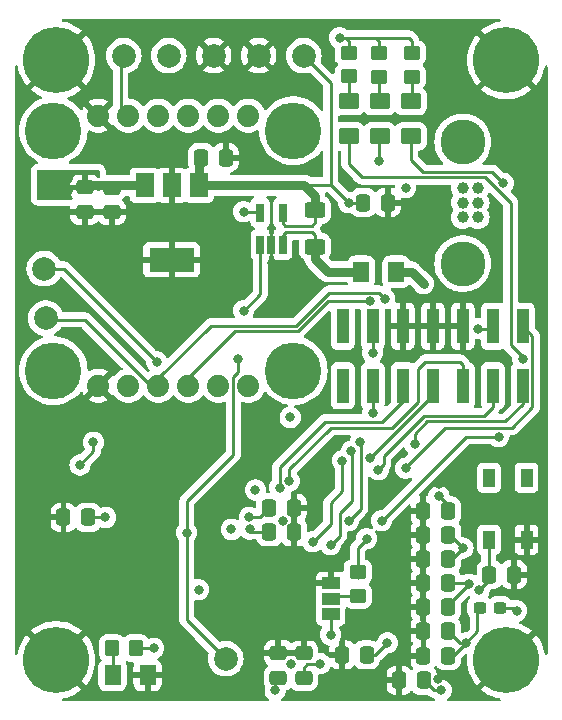
<source format=gbr>
%TF.GenerationSoftware,KiCad,Pcbnew,7.0.7*%
%TF.CreationDate,2023-10-21T12:14:55-04:00*%
%TF.ProjectId,processor,70726f63-6573-4736-9f72-2e6b69636164,rev?*%
%TF.SameCoordinates,Original*%
%TF.FileFunction,Copper,L1,Top*%
%TF.FilePolarity,Positive*%
%FSLAX46Y46*%
G04 Gerber Fmt 4.6, Leading zero omitted, Abs format (unit mm)*
G04 Created by KiCad (PCBNEW 7.0.7) date 2023-10-21 12:14:55*
%MOMM*%
%LPD*%
G01*
G04 APERTURE LIST*
G04 Aperture macros list*
%AMRoundRect*
0 Rectangle with rounded corners*
0 $1 Rounding radius*
0 $2 $3 $4 $5 $6 $7 $8 $9 X,Y pos of 4 corners*
0 Add a 4 corners polygon primitive as box body*
4,1,4,$2,$3,$4,$5,$6,$7,$8,$9,$2,$3,0*
0 Add four circle primitives for the rounded corners*
1,1,$1+$1,$2,$3*
1,1,$1+$1,$4,$5*
1,1,$1+$1,$6,$7*
1,1,$1+$1,$8,$9*
0 Add four rect primitives between the rounded corners*
20,1,$1+$1,$2,$3,$4,$5,0*
20,1,$1+$1,$4,$5,$6,$7,0*
20,1,$1+$1,$6,$7,$8,$9,0*
20,1,$1+$1,$8,$9,$2,$3,0*%
G04 Aperture macros list end*
%TA.AperFunction,SMDPad,CuDef*%
%ADD10RoundRect,0.250000X-0.337500X-0.475000X0.337500X-0.475000X0.337500X0.475000X-0.337500X0.475000X0*%
%TD*%
%TA.AperFunction,ComponentPad*%
%ADD11C,5.600000*%
%TD*%
%TA.AperFunction,SMDPad,CuDef*%
%ADD12RoundRect,0.250000X0.337500X0.475000X-0.337500X0.475000X-0.337500X-0.475000X0.337500X-0.475000X0*%
%TD*%
%TA.AperFunction,ComponentPad*%
%ADD13C,2.000000*%
%TD*%
%TA.AperFunction,SMDPad,CuDef*%
%ADD14RoundRect,0.250001X-0.462499X-0.624999X0.462499X-0.624999X0.462499X0.624999X-0.462499X0.624999X0*%
%TD*%
%TA.AperFunction,SMDPad,CuDef*%
%ADD15R,1.500000X1.000000*%
%TD*%
%TA.AperFunction,SMDPad,CuDef*%
%ADD16R,0.650000X1.560000*%
%TD*%
%TA.AperFunction,SMDPad,CuDef*%
%ADD17R,1.000000X1.550000*%
%TD*%
%TA.AperFunction,SMDPad,CuDef*%
%ADD18RoundRect,0.250000X-0.450000X0.350000X-0.450000X-0.350000X0.450000X-0.350000X0.450000X0.350000X0*%
%TD*%
%TA.AperFunction,SMDPad,CuDef*%
%ADD19R,1.000000X3.000000*%
%TD*%
%TA.AperFunction,SMDPad,CuDef*%
%ADD20RoundRect,0.237500X-0.300000X-0.237500X0.300000X-0.237500X0.300000X0.237500X-0.300000X0.237500X0*%
%TD*%
%TA.AperFunction,SMDPad,CuDef*%
%ADD21RoundRect,0.250001X0.624999X-0.462499X0.624999X0.462499X-0.624999X0.462499X-0.624999X-0.462499X0*%
%TD*%
%TA.AperFunction,SMDPad,CuDef*%
%ADD22R,1.500000X2.000000*%
%TD*%
%TA.AperFunction,SMDPad,CuDef*%
%ADD23R,3.800000X2.000000*%
%TD*%
%TA.AperFunction,ComponentPad*%
%ADD24C,3.800000*%
%TD*%
%TA.AperFunction,ComponentPad*%
%ADD25C,1.000000*%
%TD*%
%TA.AperFunction,WasherPad*%
%ADD26C,4.802000*%
%TD*%
%TA.AperFunction,ComponentPad*%
%ADD27C,1.879600*%
%TD*%
%TA.AperFunction,SMDPad,CuDef*%
%ADD28RoundRect,0.250000X-0.475000X0.337500X-0.475000X-0.337500X0.475000X-0.337500X0.475000X0.337500X0*%
%TD*%
%TA.AperFunction,SMDPad,CuDef*%
%ADD29RoundRect,0.250000X0.475000X-0.337500X0.475000X0.337500X-0.475000X0.337500X-0.475000X-0.337500X0*%
%TD*%
%TA.AperFunction,SMDPad,CuDef*%
%ADD30RoundRect,0.250000X0.350000X0.450000X-0.350000X0.450000X-0.350000X-0.450000X0.350000X-0.450000X0*%
%TD*%
%TA.AperFunction,SMDPad,CuDef*%
%ADD31RoundRect,0.250001X0.462499X0.624999X-0.462499X0.624999X-0.462499X-0.624999X0.462499X-0.624999X0*%
%TD*%
%TA.AperFunction,SMDPad,CuDef*%
%ADD32RoundRect,0.250000X-0.625000X0.400000X-0.625000X-0.400000X0.625000X-0.400000X0.625000X0.400000X0*%
%TD*%
%TA.AperFunction,ViaPad*%
%ADD33C,0.800000*%
%TD*%
%TA.AperFunction,Conductor*%
%ADD34C,0.250000*%
%TD*%
%TA.AperFunction,Conductor*%
%ADD35C,0.750000*%
%TD*%
G04 APERTURE END LIST*
D10*
%TO.P,C1,1*%
%TO.N,+5V*%
X160993000Y-81280000D03*
%TO.P,C1,2*%
%TO.N,GND*%
X163068000Y-81280000D03*
%TD*%
D11*
%TO.P,H3,1,1*%
%TO.N,GND*%
X135000000Y-120000000D03*
%TD*%
D12*
%TO.P,C12,1*%
%TO.N,+3V3*%
X168164155Y-107369155D03*
%TO.P,C12,2*%
%TO.N,GND*%
X166089155Y-107369155D03*
%TD*%
D13*
%TO.P,TP1,1,1*%
%TO.N,+5V*%
X155956000Y-68834000D03*
%TD*%
D12*
%TO.P,C18,1*%
%TO.N,/mcu/VDDA*%
X168169500Y-117567155D03*
%TO.P,C18,2*%
%TO.N,GND*%
X166094500Y-117567155D03*
%TD*%
D14*
%TO.P,F1,1*%
%TO.N,Net-(U2-IN+)*%
X160818500Y-87122000D03*
%TO.P,F1,2*%
%TO.N,Net-(J1-Pin_5)*%
X163793500Y-87122000D03*
%TD*%
D15*
%TO.P,JP1,1,A*%
%TO.N,GND*%
X158242000Y-113508000D03*
%TO.P,JP1,2,C*%
%TO.N,Net-(JP1-C)*%
X158242000Y-114808000D03*
%TO.P,JP1,3,B*%
%TO.N,+3V3*%
X158242000Y-116108000D03*
%TD*%
D12*
%TO.P,C19,1*%
%TO.N,+3V3*%
X137691000Y-107926000D03*
%TO.P,C19,2*%
%TO.N,GND*%
X135616000Y-107926000D03*
%TD*%
D16*
%TO.P,U2,1,VO*%
%TO.N,/mcu/5V_SENSE*%
X152278000Y-84836000D03*
%TO.P,U2,2,GND*%
%TO.N,GND*%
X153228000Y-84836000D03*
%TO.P,U2,3,IN+*%
%TO.N,Net-(U2-IN+)*%
X154178000Y-84836000D03*
%TO.P,U2,4,IN-*%
%TO.N,+5V*%
X154178000Y-82136000D03*
%TO.P,U2,5,VS*%
%TO.N,+3V3*%
X152278000Y-82136000D03*
%TD*%
D12*
%TO.P,C13,1*%
%TO.N,+3V3*%
X168164155Y-115497155D03*
%TO.P,C13,2*%
%TO.N,GND*%
X166089155Y-115497155D03*
%TD*%
D13*
%TO.P,TP7,1,1*%
%TO.N,GND*%
X148336000Y-68834000D03*
%TD*%
D12*
%TO.P,C17,1*%
%TO.N,/mcu/VDDA*%
X168169500Y-119634000D03*
%TO.P,C17,2*%
%TO.N,GND*%
X166094500Y-119634000D03*
%TD*%
%TO.P,C15,1*%
%TO.N,+3V3*%
X168164155Y-111433155D03*
%TO.P,C15,2*%
%TO.N,GND*%
X166089155Y-111433155D03*
%TD*%
D17*
%TO.P,S1,1*%
%TO.N,Net-(U4-NRST)*%
X171628000Y-109813000D03*
%TO.P,S1,2*%
%TO.N,N/C*%
X171628000Y-104563000D03*
%TO.P,S1,3*%
%TO.N,GND*%
X174828000Y-109813000D03*
%TO.P,S1,4*%
%TO.N,N/C*%
X174828000Y-104563000D03*
%TD*%
D18*
%TO.P,R4,1*%
%TO.N,+3V3*%
X162306000Y-68612000D03*
%TO.P,R4,2*%
%TO.N,Net-(D2-A)*%
X162306000Y-70612000D03*
%TD*%
%TO.P,R2,1*%
%TO.N,Net-(U4-BOOT0)*%
X160528000Y-112554000D03*
%TO.P,R2,2*%
%TO.N,Net-(JP1-C)*%
X160528000Y-114554000D03*
%TD*%
D12*
%TO.P,C7,1*%
%TO.N,GND*%
X155126155Y-109147155D03*
%TO.P,C7,2*%
%TO.N,/mcu/VCAP2*%
X153051155Y-109147155D03*
%TD*%
D19*
%TO.P,J2,1,Pin_1*%
%TO.N,unconnected-(J2-Pin_1-Pad1)*%
X159258000Y-91734000D03*
%TO.P,J2,2,Pin_2*%
%TO.N,unconnected-(J2-Pin_2-Pad2)*%
X159258000Y-96774000D03*
%TO.P,J2,3,Pin_3*%
%TO.N,+3V3*%
X161798000Y-91734000D03*
%TO.P,J2,4,Pin_4*%
%TO.N,/mcu/TMS*%
X161798000Y-96774000D03*
%TO.P,J2,5,Pin_5*%
%TO.N,GND*%
X164338000Y-91734000D03*
%TO.P,J2,6,Pin_6*%
%TO.N,/mcu/TCK*%
X164338000Y-96774000D03*
%TO.P,J2,7,Pin_7*%
%TO.N,GND*%
X166878000Y-91734000D03*
%TO.P,J2,8,Pin_8*%
%TO.N,/mcu/TDO*%
X166878000Y-96774000D03*
%TO.P,J2,9,Pin_9*%
%TO.N,GND*%
X169418000Y-91734000D03*
%TO.P,J2,10,Pin_10*%
%TO.N,/mcu/TDI*%
X169418000Y-96774000D03*
%TO.P,J2,11,Pin_11*%
%TO.N,Net-(J2-Pin_11)*%
X171958000Y-91734000D03*
%TO.P,J2,12,Pin_12*%
%TO.N,/mcu/TRST*%
X171958000Y-96774000D03*
%TO.P,J2,13,Pin_13*%
%TO.N,/mcu/VCP_RX*%
X174498000Y-91734000D03*
%TO.P,J2,14,Pin_14*%
%TO.N,/mcu/VCP_TX*%
X174498000Y-96774000D03*
%TD*%
D20*
%TO.P,FB1,1*%
%TO.N,/mcu/VDDA*%
X170841500Y-115570000D03*
%TO.P,FB1,2*%
%TO.N,+3V3*%
X172566500Y-115570000D03*
%TD*%
D12*
%TO.P,C9,1*%
%TO.N,+3V3*%
X166132155Y-121720155D03*
%TO.P,C9,2*%
%TO.N,GND*%
X164057155Y-121720155D03*
%TD*%
D11*
%TO.P,H1,1,1*%
%TO.N,GND*%
X135000000Y-69200000D03*
%TD*%
D21*
%TO.P,D4,1,K*%
%TO.N,/mcu/D3-*%
X165012000Y-75655500D03*
%TO.P,D4,2,A*%
%TO.N,Net-(D4-A)*%
X165012000Y-72680500D03*
%TD*%
D22*
%TO.P,U3,1,IN*%
%TO.N,+5V*%
X147080000Y-79806000D03*
%TO.P,U3,2,GND*%
%TO.N,GND*%
X144780000Y-79806000D03*
%TO.P,U3,3,OUT*%
%TO.N,+3V3*%
X142480000Y-79806000D03*
D23*
%TO.P,U3,4,GND*%
%TO.N,GND*%
X144780000Y-86106000D03*
%TD*%
D10*
%TO.P,C3,1*%
%TO.N,+5V*%
X147277000Y-77470000D03*
%TO.P,C3,2*%
%TO.N,GND*%
X149352000Y-77470000D03*
%TD*%
D24*
%TO.P,J1,*%
%TO.N,*%
X169431351Y-86430000D03*
X169431351Y-76130000D03*
D25*
%TO.P,J1,1,Pin_1*%
%TO.N,unconnected-(J1-Pin_1-Pad1)*%
X169431351Y-80030000D03*
%TO.P,J1,2,Pin_2*%
%TO.N,/CANL*%
X169431351Y-81280000D03*
%TO.P,J1,3,Pin_3*%
%TO.N,/CANH*%
X169431351Y-82530000D03*
%TO.P,J1,4,Pin_4*%
%TO.N,GND*%
X170681351Y-80030000D03*
%TO.P,J1,5,Pin_5*%
%TO.N,Net-(J1-Pin_5)*%
X170681351Y-81280000D03*
%TO.P,J1,6,Pin_6*%
%TO.N,unconnected-(J1-Pin_6-Pad6)*%
X170681351Y-82530000D03*
%TD*%
D13*
%TO.P,TP5,1,1*%
%TO.N,/imu/SDA*%
X134112000Y-91059000D03*
%TD*%
D18*
%TO.P,R6,1*%
%TO.N,+3V3*%
X165100000Y-68612000D03*
%TO.P,R6,2*%
%TO.N,Net-(D4-A)*%
X165100000Y-70612000D03*
%TD*%
D26*
%TO.P,A1,*%
%TO.N,*%
X134756833Y-75184000D03*
X134756833Y-95504000D03*
X155076833Y-75184000D03*
X155076833Y-95504000D03*
D27*
%TO.P,A1,1,GND*%
%TO.N,GND*%
X138566833Y-96774000D03*
%TO.P,A1,2,VIN*%
%TO.N,+3V3*%
X141106833Y-96774000D03*
%TO.P,A1,3,SDA/SDI_VIN*%
%TO.N,/imu/SDA*%
X143646833Y-96774000D03*
%TO.P,A1,4,SCL/SCLK_VIN*%
%TO.N,/imu/SCL*%
X146186833Y-96774000D03*
%TO.P,A1,5,AD0/SD0_VIN*%
%TO.N,unconnected-(A1-AD0{slash}SD0_VIN-Pad5)*%
X148726833Y-96774000D03*
%TO.P,A1,6,~{CS}_VIN*%
%TO.N,+3V3*%
X151266833Y-96774000D03*
%TO.P,A1,7,VIN*%
X151266833Y-73914000D03*
%TO.P,A1,8,AUX_CL_VIN*%
%TO.N,unconnected-(A1-AUX_CL_VIN-Pad8)*%
X148726833Y-73914000D03*
%TO.P,A1,9,AUX_DA_VIN*%
%TO.N,unconnected-(A1-AUX_DA_VIN-Pad9)*%
X146186833Y-73914000D03*
%TO.P,A1,10,FSYNC_VIN*%
%TO.N,unconnected-(A1-FSYNC_VIN-Pad10)*%
X143646833Y-73914000D03*
%TO.P,A1,11,INT_VIN*%
%TO.N,/imu/IMU_INT*%
X141106833Y-73914000D03*
%TO.P,A1,12,GND*%
%TO.N,GND*%
X138566833Y-73914000D03*
%TD*%
D10*
%TO.P,C5,1*%
%TO.N,Net-(U4-NRST)*%
X171682500Y-112776000D03*
%TO.P,C5,2*%
%TO.N,GND*%
X173757500Y-112776000D03*
%TD*%
D12*
%TO.P,C14,1*%
%TO.N,+3V3*%
X168164155Y-113465155D03*
%TO.P,C14,2*%
%TO.N,GND*%
X166089155Y-113465155D03*
%TD*%
D28*
%TO.P,C20,1*%
%TO.N,+3V3*%
X137414000Y-79988500D03*
%TO.P,C20,2*%
%TO.N,GND*%
X137414000Y-82063500D03*
%TD*%
D13*
%TO.P,TP4,1,1*%
%TO.N,/imu/SCL*%
X133985000Y-86868000D03*
%TD*%
D29*
%TO.P,C10,1*%
%TO.N,+3V3*%
X153813155Y-121487655D03*
%TO.P,C10,2*%
%TO.N,GND*%
X153813155Y-119412655D03*
%TD*%
D21*
%TO.P,D1,1,K*%
%TO.N,/mcu/D1-*%
X159756000Y-75655500D03*
%TO.P,D1,2,A*%
%TO.N,Net-(D1-A)*%
X159756000Y-72680500D03*
%TD*%
%TO.P,D2,1,K*%
%TO.N,/mcu/D2-*%
X162384000Y-75655500D03*
%TO.P,D2,2,A*%
%TO.N,Net-(D2-A)*%
X162384000Y-72680500D03*
%TD*%
D18*
%TO.P,R3,1*%
%TO.N,+3V3*%
X159766000Y-68580000D03*
%TO.P,R3,2*%
%TO.N,Net-(D1-A)*%
X159766000Y-70580000D03*
%TD*%
D12*
%TO.P,C16,1*%
%TO.N,+3V3*%
X168164155Y-109401155D03*
%TO.P,C16,2*%
%TO.N,GND*%
X166089155Y-109401155D03*
%TD*%
D30*
%TO.P,R5,1*%
%TO.N,+3V3*%
X141752500Y-118999000D03*
%TO.P,R5,2*%
%TO.N,Net-(D3-A)*%
X139752500Y-118999000D03*
%TD*%
D31*
%TO.P,D3,1,K*%
%TO.N,GND*%
X142748000Y-121285000D03*
%TO.P,D3,2,A*%
%TO.N,Net-(D3-A)*%
X139773000Y-121285000D03*
%TD*%
D10*
%TO.P,C11,1*%
%TO.N,+3V3*%
X153029655Y-107115155D03*
%TO.P,C11,2*%
%TO.N,GND*%
X155104655Y-107115155D03*
%TD*%
D32*
%TO.P,R1,1*%
%TO.N,+5V*%
X156911000Y-81909543D03*
%TO.P,R1,2*%
%TO.N,Net-(U2-IN+)*%
X156911000Y-85009543D03*
%TD*%
D11*
%TO.P,H4,1,1*%
%TO.N,GND*%
X173100000Y-120000000D03*
%TD*%
D13*
%TO.P,TP8,1,1*%
%TO.N,GND*%
X152146000Y-68834000D03*
%TD*%
D28*
%TO.P,C6,1*%
%TO.N,GND*%
X155956000Y-119434155D03*
%TO.P,C6,2*%
%TO.N,/mcu/VCAP1*%
X155956000Y-121509155D03*
%TD*%
D13*
%TO.P,TP6,1,1*%
%TO.N,/imu/IMU_INT*%
X140716000Y-68834000D03*
%TD*%
%TO.P,TP2,1,1*%
%TO.N,/mcu/5V_SENSE*%
X149352000Y-119888000D03*
%TD*%
D12*
%TO.P,C8,1*%
%TO.N,Net-(U4-VREF+)*%
X161284655Y-119561155D03*
%TO.P,C8,2*%
%TO.N,GND*%
X159209655Y-119561155D03*
%TD*%
D13*
%TO.P,TP3,1,1*%
%TO.N,+3V3*%
X144526000Y-68834000D03*
%TD*%
D28*
%TO.P,C4,1*%
%TO.N,+3V3*%
X139700000Y-80010000D03*
%TO.P,C4,2*%
%TO.N,GND*%
X139700000Y-82085000D03*
%TD*%
D11*
%TO.P,H2,1,1*%
%TO.N,GND*%
X173100000Y-69200000D03*
%TD*%
D33*
%TO.N,GND*%
X164592000Y-112395000D03*
X154940000Y-117221000D03*
X164592000Y-118618000D03*
X164592000Y-110490000D03*
X164592000Y-108458000D03*
X154874651Y-120363814D03*
X154940000Y-118110000D03*
X167385037Y-105099799D03*
X169608500Y-116903500D03*
X153289000Y-86360000D03*
X167319155Y-121592696D03*
X159258000Y-83058000D03*
X169688155Y-112322155D03*
X156464000Y-108204000D03*
X164592000Y-116459000D03*
X154224829Y-108198442D03*
X164592000Y-114427000D03*
%TO.N,+3V3*%
X164592000Y-80010000D03*
X169942155Y-113592155D03*
X161798000Y-93980000D03*
X139172000Y-107926000D03*
X136017000Y-80264000D03*
X169434155Y-110522000D03*
X149840000Y-108942000D03*
X167582991Y-122556748D03*
X135001000Y-79248000D03*
X147066000Y-114046000D03*
X151357155Y-107920155D03*
X158242000Y-117856000D03*
X151872000Y-105608000D03*
X136017000Y-79248000D03*
X173990000Y-115824000D03*
X143256000Y-118999000D03*
X159004000Y-67310000D03*
X167402155Y-106099155D03*
X154813000Y-99457000D03*
X133985000Y-80264000D03*
X135001000Y-80264000D03*
X153543000Y-122555000D03*
X133985000Y-79248000D03*
X150876000Y-82042000D03*
%TO.N,/imu/SDA*%
X162814000Y-89408000D03*
%TO.N,/imu/SCL*%
X161544000Y-89634498D03*
X143510000Y-94742000D03*
%TO.N,+5V*%
X159766000Y-81280000D03*
%TO.N,Net-(U4-NRST)*%
X170796003Y-114111720D03*
%TO.N,Net-(U4-VREF+)*%
X163041155Y-118545155D03*
%TO.N,/mcu/VDDA*%
X169688155Y-118545155D03*
%TO.N,/mcu/D1-*%
X174498000Y-94488000D03*
X172466000Y-101092000D03*
X162560000Y-108204000D03*
%TO.N,/mcu/D2-*%
X162306000Y-77724000D03*
%TO.N,/mcu/D3-*%
X172851299Y-79624701D03*
%TO.N,/mcu/TMS*%
X160744500Y-101514635D03*
X159766000Y-108204000D03*
X161798000Y-99060000D03*
%TO.N,/mcu/TCK*%
X153926000Y-105408000D03*
%TO.N,/mcu/TDO*%
X161539701Y-102870000D03*
%TO.N,/mcu/TDI*%
X154751061Y-104843837D03*
%TO.N,/mcu/TRST*%
X162264201Y-103878242D03*
%TO.N,/mcu/VCP_RX*%
X164591500Y-103763299D03*
%TO.N,/mcu/VCP_TX*%
X165354000Y-101727000D03*
%TO.N,Net-(J2-Pin_11)*%
X170688000Y-91948000D03*
%TO.N,/SD Card/SDMMC_CMD*%
X138156000Y-101576000D03*
X137013000Y-103481000D03*
%TO.N,/mcu/5V_SENSE*%
X146050000Y-109220000D03*
X150368000Y-94488000D03*
X150876000Y-90424000D03*
%TO.N,Net-(U4-BOOT0)*%
X161290000Y-109728000D03*
%TO.N,/mcu/FDCAN1_RX*%
X158242000Y-110236000D03*
X159982500Y-102305226D03*
%TO.N,/mcu/FDCAN1_TX*%
X156718000Y-109982000D03*
X159232500Y-103124000D03*
%TO.N,Net-(J1-Pin_5)*%
X166116000Y-88138000D03*
%TO.N,/mcu/VCAP1*%
X157340210Y-120303912D03*
%TO.N,/mcu/VCAP2*%
X151385782Y-108919247D03*
%TD*%
D34*
%TO.N,GND*%
X153228000Y-84836000D02*
X153228000Y-86299000D01*
X153228000Y-86299000D02*
X153289000Y-86360000D01*
%TO.N,+3V3*%
X165100000Y-67574000D02*
X164836000Y-67310000D01*
X162306000Y-68612000D02*
X162306000Y-67574000D01*
X151357155Y-107920155D02*
X152224655Y-107920155D01*
X167402155Y-106099155D02*
X168164155Y-106861155D01*
X137671000Y-79806000D02*
X137414000Y-80063000D01*
X159004000Y-67310000D02*
X159502000Y-67310000D01*
X173736000Y-115570000D02*
X172741500Y-115570000D01*
X153543000Y-122555000D02*
X153543000Y-122047000D01*
X159766000Y-68580000D02*
X159766000Y-67574000D01*
X143256000Y-118999000D02*
X141752500Y-118999000D01*
X159766000Y-67574000D02*
X159502000Y-67310000D01*
X162042000Y-67310000D02*
X160010000Y-67310000D01*
X168164155Y-113465155D02*
X169815155Y-113465155D01*
X158242000Y-116108000D02*
X158242000Y-117856000D01*
X168164155Y-106861155D02*
X168164155Y-107369155D01*
X167582991Y-122556748D02*
X166968748Y-122556748D01*
X165100000Y-68612000D02*
X165100000Y-67574000D01*
X168313310Y-109401155D02*
X169434155Y-110522000D01*
X161798000Y-91734000D02*
X161798000Y-93980000D01*
D35*
X142480000Y-79806000D02*
X137671000Y-79806000D01*
D34*
X173990000Y-115824000D02*
X173736000Y-115570000D01*
X162306000Y-67574000D02*
X162042000Y-67310000D01*
X139172000Y-107926000D02*
X137691000Y-107926000D01*
X168164155Y-115370155D02*
X169942155Y-113592155D01*
X168164155Y-115497155D02*
X168164155Y-115370155D01*
X152184000Y-82042000D02*
X152278000Y-82136000D01*
X166968748Y-122556748D02*
X166132155Y-121720155D01*
X168164155Y-111433155D02*
X168523000Y-111433155D01*
X153543000Y-122047000D02*
X153813155Y-121776845D01*
X153813155Y-121776845D02*
X153813155Y-121487655D01*
X169815155Y-113465155D02*
X169942155Y-113592155D01*
X164836000Y-67310000D02*
X162042000Y-67310000D01*
X150876000Y-82042000D02*
X152184000Y-82042000D01*
X168164155Y-109401155D02*
X168313310Y-109401155D01*
X168523000Y-111433155D02*
X169434155Y-110522000D01*
X160010000Y-67310000D02*
X159502000Y-67310000D01*
X152224655Y-107920155D02*
X153029655Y-107115155D01*
%TO.N,/imu/SDA*%
X158104106Y-88909498D02*
X155319604Y-91694000D01*
X134239000Y-91186000D02*
X137414000Y-91186000D01*
X148082000Y-91694000D02*
X143646833Y-96129167D01*
X143646833Y-96129167D02*
X143646833Y-96774000D01*
X143002000Y-96774000D02*
X143646833Y-96774000D01*
X137414000Y-91186000D02*
X143002000Y-96774000D01*
X162315498Y-88909498D02*
X158104106Y-88909498D01*
X162814000Y-89408000D02*
X162315498Y-88909498D01*
X134112000Y-91059000D02*
X134239000Y-91186000D01*
X155319604Y-91694000D02*
X148082000Y-91694000D01*
%TO.N,/imu/SCL*%
X146186833Y-96129167D02*
X146186833Y-96774000D01*
X161544000Y-89634498D02*
X158015502Y-89634498D01*
X143510000Y-94742000D02*
X135636000Y-86868000D01*
X158015502Y-89634498D02*
X155506000Y-92144000D01*
X155506000Y-92144000D02*
X150172000Y-92144000D01*
X135636000Y-86868000D02*
X133985000Y-86868000D01*
X150172000Y-92144000D02*
X146186833Y-96129167D01*
%TO.N,/imu/IMU_INT*%
X140462000Y-69088000D02*
X140462000Y-73269167D01*
X140716000Y-68834000D02*
X140462000Y-69088000D01*
X140462000Y-73269167D02*
X141106833Y-73914000D01*
%TO.N,+5V*%
X156911000Y-81909543D02*
X156911000Y-82931000D01*
D35*
X156911000Y-81909543D02*
X156911000Y-80711000D01*
X156006000Y-79806000D02*
X147080000Y-79806000D01*
X156464000Y-80264000D02*
X156006000Y-79806000D01*
D34*
X158242000Y-79756000D02*
X156056000Y-79756000D01*
X156056000Y-79756000D02*
X156006000Y-79806000D01*
X154178000Y-82992000D02*
X154178000Y-82136000D01*
D35*
X156911000Y-80711000D02*
X156464000Y-80264000D01*
X147080000Y-79806000D02*
X147080000Y-77667000D01*
D34*
X156631600Y-83210400D02*
X154396400Y-83210400D01*
X154396400Y-83210400D02*
X154178000Y-82992000D01*
X156911000Y-82931000D02*
X156631600Y-83210400D01*
D35*
X147080000Y-77667000D02*
X147277000Y-77470000D01*
D34*
X160993000Y-81280000D02*
X159766000Y-81280000D01*
X159766000Y-81280000D02*
X158496000Y-80010000D01*
X158242000Y-79756000D02*
X158242000Y-71120000D01*
X158496000Y-80010000D02*
X158242000Y-79756000D01*
X158242000Y-71120000D02*
X155956000Y-68834000D01*
%TO.N,Net-(U4-NRST)*%
X171628000Y-112721500D02*
X171628000Y-109813000D01*
X171682500Y-112776000D02*
X171628000Y-112721500D01*
X171682500Y-113225223D02*
X171682500Y-112776000D01*
X170796003Y-114111720D02*
X171682500Y-113225223D01*
X171870000Y-112588500D02*
X171682500Y-112776000D01*
%TO.N,Net-(U4-VREF+)*%
X162025155Y-119561155D02*
X161284655Y-119561155D01*
X163041155Y-118545155D02*
X162025155Y-119561155D01*
%TO.N,/mcu/VDDA*%
X169147500Y-118545155D02*
X168169500Y-117567155D01*
X169688155Y-118545155D02*
X170666500Y-117566810D01*
X170666500Y-117566810D02*
X170666500Y-115570000D01*
X169688155Y-118545155D02*
X168599310Y-119634000D01*
X168599310Y-119634000D02*
X168169500Y-119634000D01*
X169688155Y-118545155D02*
X169147500Y-118545155D01*
%TO.N,Net-(D1-A)*%
X159766000Y-70580000D02*
X159766000Y-72670500D01*
X159766000Y-72670500D02*
X159756000Y-72680500D01*
%TO.N,/mcu/D1-*%
X160909000Y-79121000D02*
X159756000Y-77968000D01*
X174498000Y-94488000D02*
X174498000Y-94384000D01*
X169672000Y-101092000D02*
X172466000Y-101092000D01*
X173482000Y-81280000D02*
X171323000Y-79121000D01*
X174498000Y-94384000D02*
X173482000Y-93368000D01*
X159756000Y-77968000D02*
X159756000Y-75655500D01*
X171323000Y-79121000D02*
X160909000Y-79121000D01*
X162560000Y-108204000D02*
X169672000Y-101092000D01*
X173482000Y-93368000D02*
X173482000Y-81280000D01*
%TO.N,Net-(D2-A)*%
X162306000Y-70612000D02*
X162306000Y-72602500D01*
X162306000Y-72602500D02*
X162384000Y-72680500D01*
%TO.N,/mcu/D2-*%
X162306000Y-77724000D02*
X162306000Y-75733500D01*
X162306000Y-75733500D02*
X162384000Y-75655500D01*
%TO.N,Net-(D3-A)*%
X139773000Y-121285000D02*
X139773000Y-119019500D01*
X139773000Y-119019500D02*
X139752500Y-118999000D01*
%TO.N,Net-(D4-A)*%
X165100000Y-72592500D02*
X165012000Y-72680500D01*
X165100000Y-70612000D02*
X165100000Y-72592500D01*
%TO.N,/mcu/D3-*%
X172851299Y-79624701D02*
X171897598Y-78671000D01*
X171897598Y-78671000D02*
X166047000Y-78671000D01*
X165012000Y-77636000D02*
X165012000Y-75655500D01*
X166047000Y-78671000D02*
X165012000Y-77636000D01*
%TO.N,Net-(U2-IN+)*%
X156911000Y-84023200D02*
X156657000Y-83769200D01*
X156657000Y-83769200D02*
X154421800Y-83769200D01*
X154421800Y-83769200D02*
X154178000Y-84013000D01*
D35*
X157988000Y-87122000D02*
X156911000Y-86045000D01*
X156911000Y-86045000D02*
X156911000Y-85009543D01*
D34*
X154178000Y-84013000D02*
X154178000Y-84836000D01*
D35*
X160818500Y-87122000D02*
X157988000Y-87122000D01*
D34*
X156911000Y-85009543D02*
X156911000Y-84023200D01*
%TO.N,/mcu/TMS*%
X160782000Y-107188000D02*
X159766000Y-108204000D01*
X160782000Y-101552135D02*
X160782000Y-107188000D01*
X160744500Y-101514635D02*
X160782000Y-101552135D01*
X161798000Y-96774000D02*
X161798000Y-99060000D01*
%TO.N,/mcu/TCK*%
X153926000Y-103630000D02*
X157734000Y-99822000D01*
X164338000Y-98044000D02*
X164338000Y-96774000D01*
X153926000Y-105408000D02*
X153926000Y-103630000D01*
X157734000Y-99822000D02*
X162560000Y-99822000D01*
X162560000Y-99822000D02*
X164338000Y-98044000D01*
%TO.N,/mcu/TDO*%
X166878000Y-97536000D02*
X166878000Y-96774000D01*
X161539701Y-102870000D02*
X161544000Y-102870000D01*
X161544000Y-102870000D02*
X166878000Y-97536000D01*
%TO.N,/mcu/TDI*%
X158242000Y-100330000D02*
X163432000Y-100330000D01*
X154751061Y-103820939D02*
X158242000Y-100330000D01*
X169164000Y-94742000D02*
X169418000Y-94996000D01*
X165608000Y-95394000D02*
X166260000Y-94742000D01*
X169418000Y-94996000D02*
X169418000Y-96774000D01*
X163432000Y-100330000D02*
X165608000Y-98154000D01*
X165608000Y-98154000D02*
X165608000Y-95394000D01*
X154751061Y-104843837D02*
X154751061Y-103820939D01*
X166260000Y-94742000D02*
X169164000Y-94742000D01*
%TO.N,/mcu/TRST*%
X162264201Y-103878242D02*
X162727443Y-103415000D01*
X162727443Y-103415000D02*
X162727443Y-102702557D01*
X171958000Y-98552000D02*
X171958000Y-96774000D01*
X171196000Y-99314000D02*
X171958000Y-98552000D01*
X166116000Y-99314000D02*
X171196000Y-99314000D01*
X162727443Y-102702557D02*
X166116000Y-99314000D01*
%TO.N,/mcu/VCP_RX*%
X175323000Y-92559000D02*
X174498000Y-91734000D01*
X164591500Y-103763299D02*
X164591500Y-103632500D01*
X175323000Y-98599000D02*
X175323000Y-92559000D01*
X173592000Y-100330000D02*
X175323000Y-98599000D01*
X167894000Y-100330000D02*
X173592000Y-100330000D01*
X164591500Y-103632500D02*
X167894000Y-100330000D01*
%TO.N,/mcu/VCP_TX*%
X174498000Y-98298000D02*
X174498000Y-96774000D01*
X165354000Y-100838000D02*
X166428000Y-99764000D01*
X173032000Y-99764000D02*
X174498000Y-98298000D01*
X166428000Y-99764000D02*
X173032000Y-99764000D01*
X165354000Y-101727000D02*
X165354000Y-100838000D01*
%TO.N,Net-(J2-Pin_11)*%
X171744000Y-91948000D02*
X171958000Y-91734000D01*
X170688000Y-91948000D02*
X171744000Y-91948000D01*
%TO.N,/SD Card/SDMMC_CMD*%
X138156000Y-102338000D02*
X137013000Y-103481000D01*
X138156000Y-101576000D02*
X138156000Y-102338000D01*
%TO.N,Net-(JP1-C)*%
X160528000Y-114554000D02*
X158496000Y-114554000D01*
%TO.N,/mcu/5V_SENSE*%
X150368000Y-95631000D02*
X150002033Y-95996967D01*
X146050000Y-109220000D02*
X146050000Y-116586000D01*
X152278000Y-89022000D02*
X150876000Y-90424000D01*
X152278000Y-84836000D02*
X152278000Y-89022000D01*
X150002033Y-95996967D02*
X150002033Y-102600967D01*
X146050000Y-116586000D02*
X149352000Y-119888000D01*
X150368000Y-94488000D02*
X150368000Y-95631000D01*
X150002033Y-102600967D02*
X146050000Y-106553000D01*
X146050000Y-106553000D02*
X146050000Y-109220000D01*
%TO.N,Net-(U4-BOOT0)*%
X160528000Y-110490000D02*
X160528000Y-113032000D01*
X161290000Y-109728000D02*
X160528000Y-110490000D01*
%TO.N,/mcu/FDCAN1_RX*%
X160020000Y-102342726D02*
X159982500Y-102305226D01*
X158242000Y-110236000D02*
X159004000Y-109474000D01*
X159004000Y-109474000D02*
X159004000Y-107570695D01*
X159004000Y-107570695D02*
X160020000Y-106554695D01*
X160020000Y-106554695D02*
X160020000Y-102342726D01*
%TO.N,/mcu/FDCAN1_TX*%
X158242000Y-106680000D02*
X158242000Y-108458000D01*
X159232500Y-105689500D02*
X158242000Y-106680000D01*
X158242000Y-108458000D02*
X156718000Y-109982000D01*
X159232500Y-103124000D02*
X159232500Y-105689500D01*
D35*
%TO.N,Net-(J1-Pin_5)*%
X166116000Y-88138000D02*
X165100000Y-87122000D01*
X165100000Y-87122000D02*
X163793500Y-87122000D01*
D34*
%TO.N,/mcu/VCAP1*%
X156259345Y-120346655D02*
X155956000Y-120650000D01*
X155956000Y-120650000D02*
X155956000Y-121509155D01*
X157297467Y-120346655D02*
X156259345Y-120346655D01*
X157340210Y-120303912D02*
X157297467Y-120346655D01*
%TO.N,/mcu/VCAP2*%
X151613690Y-109147155D02*
X153051155Y-109147155D01*
X151385782Y-108919247D02*
X151613690Y-109147155D01*
%TD*%
%TA.AperFunction,Conductor*%
%TO.N,+3V3*%
G36*
X138627039Y-78505685D02*
G01*
X138672794Y-78558489D01*
X138684000Y-78610000D01*
X138684000Y-79085977D01*
X138664315Y-79153016D01*
X138611511Y-79198771D01*
X138542353Y-79208715D01*
X138478797Y-79179690D01*
X138472319Y-79173658D01*
X138357345Y-79058684D01*
X138208124Y-78966643D01*
X138208119Y-78966641D01*
X138041697Y-78911494D01*
X138041690Y-78911493D01*
X137938986Y-78901000D01*
X137664000Y-78901000D01*
X137664000Y-79738500D01*
X138606138Y-79738500D01*
X138673177Y-79758185D01*
X138675429Y-79760000D01*
X138684000Y-79760000D01*
X138684000Y-80260000D01*
X138507862Y-80260000D01*
X138440823Y-80240315D01*
X138438571Y-80238500D01*
X136189001Y-80238500D01*
X136189001Y-80375986D01*
X136199494Y-80478697D01*
X136254641Y-80645119D01*
X136254643Y-80645124D01*
X136346684Y-80794345D01*
X136366658Y-80814319D01*
X136400143Y-80875642D01*
X136395159Y-80945334D01*
X136353287Y-81001267D01*
X136287823Y-81025684D01*
X136278977Y-81026000D01*
X133474000Y-81026000D01*
X133406961Y-81006315D01*
X133361206Y-80953511D01*
X133350000Y-80902000D01*
X133350000Y-79738500D01*
X136189000Y-79738500D01*
X137164000Y-79738500D01*
X137164000Y-78901000D01*
X136889029Y-78901000D01*
X136889012Y-78901001D01*
X136786302Y-78911494D01*
X136619880Y-78966641D01*
X136619875Y-78966643D01*
X136470654Y-79058684D01*
X136346684Y-79182654D01*
X136254643Y-79331875D01*
X136254641Y-79331880D01*
X136199494Y-79498302D01*
X136199493Y-79498309D01*
X136189000Y-79601013D01*
X136189000Y-79738500D01*
X133350000Y-79738500D01*
X133350000Y-78610000D01*
X133369685Y-78542961D01*
X133422489Y-78497206D01*
X133474000Y-78486000D01*
X138560000Y-78486000D01*
X138627039Y-78505685D01*
G37*
%TD.AperFunction*%
%TD*%
%TA.AperFunction,Conductor*%
%TO.N,GND*%
G36*
X172574317Y-65720185D02*
G01*
X172620072Y-65772989D01*
X172630016Y-65842147D01*
X172600991Y-65905703D01*
X172542213Y-65943477D01*
X172533934Y-65945601D01*
X172215857Y-66015615D01*
X171876744Y-66129876D01*
X171876739Y-66129877D01*
X171551990Y-66280123D01*
X171245370Y-66464609D01*
X171245367Y-66464611D01*
X170960491Y-66681166D01*
X170947256Y-66693703D01*
X170947255Y-66693703D01*
X172060966Y-67807413D01*
X172094451Y-67868736D01*
X172089467Y-67938428D01*
X172053817Y-67989384D01*
X171965130Y-68065130D01*
X171889384Y-68153817D01*
X171830877Y-68192010D01*
X171761009Y-68192508D01*
X171707413Y-68160966D01*
X170596442Y-67049994D01*
X170596441Y-67049995D01*
X170469040Y-67199983D01*
X170469033Y-67199993D01*
X170268218Y-67496172D01*
X170100606Y-67812322D01*
X170100597Y-67812340D01*
X169968149Y-68144760D01*
X169968147Y-68144767D01*
X169872421Y-68489542D01*
X169872415Y-68489568D01*
X169814527Y-68842668D01*
X169814526Y-68842685D01*
X169795153Y-69199997D01*
X169795153Y-69200002D01*
X169814526Y-69557314D01*
X169814527Y-69557331D01*
X169872415Y-69910431D01*
X169872421Y-69910457D01*
X169968147Y-70255232D01*
X169968149Y-70255239D01*
X170100597Y-70587659D01*
X170100606Y-70587677D01*
X170268218Y-70903827D01*
X170469033Y-71200007D01*
X170596441Y-71350003D01*
X170596442Y-71350004D01*
X171707413Y-70239032D01*
X171768736Y-70205547D01*
X171838427Y-70210531D01*
X171889381Y-70246179D01*
X171965130Y-70334870D01*
X172009003Y-70372341D01*
X172053816Y-70410615D01*
X172092009Y-70469122D01*
X172092507Y-70538990D01*
X172060965Y-70592586D01*
X170947255Y-71706295D01*
X170947256Y-71706296D01*
X170960485Y-71718828D01*
X170960486Y-71718829D01*
X171245367Y-71935388D01*
X171245370Y-71935390D01*
X171551990Y-72119876D01*
X171876739Y-72270122D01*
X171876744Y-72270123D01*
X172215855Y-72384383D01*
X172565339Y-72461311D01*
X172921075Y-72499999D01*
X172921085Y-72500000D01*
X173278915Y-72500000D01*
X173278924Y-72499999D01*
X173634660Y-72461311D01*
X173984144Y-72384383D01*
X174323255Y-72270123D01*
X174323260Y-72270122D01*
X174648009Y-72119876D01*
X174954629Y-71935390D01*
X174954632Y-71935388D01*
X175239504Y-71718836D01*
X175252742Y-71706294D01*
X174139033Y-70592586D01*
X174105548Y-70531263D01*
X174110532Y-70461571D01*
X174146180Y-70410617D01*
X174234870Y-70334870D01*
X174310617Y-70246180D01*
X174369121Y-70207990D01*
X174438989Y-70207490D01*
X174492586Y-70239033D01*
X175603556Y-71350003D01*
X175730964Y-71200008D01*
X175730975Y-71199994D01*
X175931781Y-70903827D01*
X176099393Y-70587677D01*
X176099402Y-70587659D01*
X176231850Y-70255239D01*
X176231852Y-70255232D01*
X176327578Y-69910457D01*
X176327584Y-69910431D01*
X176353134Y-69754586D01*
X176383404Y-69691614D01*
X176442915Y-69655005D01*
X176512771Y-69656381D01*
X176570794Y-69695306D01*
X176598562Y-69759421D01*
X176599500Y-69774647D01*
X176599500Y-119425352D01*
X176579815Y-119492391D01*
X176527011Y-119538146D01*
X176457853Y-119548090D01*
X176394297Y-119519065D01*
X176356523Y-119460287D01*
X176353134Y-119445413D01*
X176327584Y-119289568D01*
X176327578Y-119289542D01*
X176231852Y-118944767D01*
X176231850Y-118944760D01*
X176099402Y-118612340D01*
X176099393Y-118612322D01*
X175931781Y-118296172D01*
X175730966Y-117999992D01*
X175603557Y-117849995D01*
X175603556Y-117849994D01*
X174492586Y-118960965D01*
X174431263Y-118994450D01*
X174361571Y-118989466D01*
X174310615Y-118953816D01*
X174283832Y-118922457D01*
X174234870Y-118865130D01*
X174146179Y-118789381D01*
X174107989Y-118730878D01*
X174107489Y-118661010D01*
X174139032Y-118607413D01*
X175252743Y-117493703D01*
X175252742Y-117493702D01*
X175239514Y-117481171D01*
X175239513Y-117481170D01*
X174954632Y-117264611D01*
X174954629Y-117264609D01*
X174648009Y-117080123D01*
X174323260Y-116929878D01*
X174281173Y-116915697D01*
X174223929Y-116875637D01*
X174197429Y-116810987D01*
X174210089Y-116742274D01*
X174257888Y-116691313D01*
X174270331Y-116684909D01*
X174335548Y-116655872D01*
X174442730Y-116608151D01*
X174595871Y-116496888D01*
X174722533Y-116356216D01*
X174817179Y-116192284D01*
X174875674Y-116012256D01*
X174895460Y-115824000D01*
X174875674Y-115635744D01*
X174817179Y-115455716D01*
X174722533Y-115291784D01*
X174595871Y-115151112D01*
X174567398Y-115130425D01*
X174442734Y-115039851D01*
X174442729Y-115039848D01*
X174269807Y-114962857D01*
X174269802Y-114962855D01*
X174124001Y-114931865D01*
X174084646Y-114923500D01*
X173895354Y-114923500D01*
X173851087Y-114932909D01*
X173814196Y-114940750D01*
X173769022Y-114941933D01*
X173755805Y-114939840D01*
X173755804Y-114939840D01*
X173709416Y-114944225D01*
X173703578Y-114944500D01*
X173563481Y-114944500D01*
X173496442Y-114924815D01*
X173457942Y-114885596D01*
X173456908Y-114883920D01*
X173449340Y-114871650D01*
X173327350Y-114749660D01*
X173236129Y-114693395D01*
X173180518Y-114659093D01*
X173180513Y-114659091D01*
X173134778Y-114643936D01*
X173016753Y-114604826D01*
X173016751Y-114604825D01*
X172915678Y-114594500D01*
X172217330Y-114594500D01*
X172217312Y-114594501D01*
X172116247Y-114604825D01*
X171952484Y-114659092D01*
X171952481Y-114659093D01*
X171805648Y-114749661D01*
X171791678Y-114763631D01*
X171730354Y-114797114D01*
X171660662Y-114792128D01*
X171616318Y-114763628D01*
X171602350Y-114749660D01*
X171596683Y-114745179D01*
X171598086Y-114743404D01*
X171558688Y-114699587D01*
X171547477Y-114630623D01*
X171563131Y-114584015D01*
X171566479Y-114578216D01*
X171623182Y-114480004D01*
X171681677Y-114299976D01*
X171699324Y-114132064D01*
X171725907Y-114067454D01*
X171734956Y-114057356D01*
X171754497Y-114037815D01*
X171815821Y-114004332D01*
X171842176Y-114001499D01*
X172070002Y-114001499D01*
X172070008Y-114001499D01*
X172172797Y-113990999D01*
X172339334Y-113935814D01*
X172488656Y-113843712D01*
X172612712Y-113719656D01*
X172614752Y-113716347D01*
X172616745Y-113714555D01*
X172617193Y-113713989D01*
X172617289Y-113714065D01*
X172666694Y-113669623D01*
X172735656Y-113658395D01*
X172799740Y-113686234D01*
X172825829Y-113716339D01*
X172827681Y-113719341D01*
X172827683Y-113719344D01*
X172951654Y-113843315D01*
X173100875Y-113935356D01*
X173100880Y-113935358D01*
X173267302Y-113990505D01*
X173267309Y-113990506D01*
X173370019Y-114000999D01*
X173507499Y-114000999D01*
X173507500Y-114000998D01*
X173507500Y-113026000D01*
X174007500Y-113026000D01*
X174007500Y-114000999D01*
X174144972Y-114000999D01*
X174144986Y-114000998D01*
X174247697Y-113990505D01*
X174414119Y-113935358D01*
X174414124Y-113935356D01*
X174563345Y-113843315D01*
X174687315Y-113719345D01*
X174779356Y-113570124D01*
X174779358Y-113570119D01*
X174834505Y-113403697D01*
X174834506Y-113403690D01*
X174844999Y-113300986D01*
X174845000Y-113300973D01*
X174845000Y-113026000D01*
X174007500Y-113026000D01*
X173507500Y-113026000D01*
X173507500Y-111551000D01*
X174007500Y-111551000D01*
X174007500Y-112526000D01*
X174844999Y-112526000D01*
X174844999Y-112251028D01*
X174844998Y-112251013D01*
X174834505Y-112148302D01*
X174779358Y-111981880D01*
X174779356Y-111981875D01*
X174687315Y-111832654D01*
X174563345Y-111708684D01*
X174414124Y-111616643D01*
X174414119Y-111616641D01*
X174247697Y-111561494D01*
X174247690Y-111561493D01*
X174144986Y-111551000D01*
X174007500Y-111551000D01*
X173507500Y-111551000D01*
X173370027Y-111551000D01*
X173370012Y-111551001D01*
X173267302Y-111561494D01*
X173100880Y-111616641D01*
X173100875Y-111616643D01*
X172951654Y-111708684D01*
X172827683Y-111832655D01*
X172827679Y-111832660D01*
X172825826Y-111835665D01*
X172824018Y-111837290D01*
X172823202Y-111838323D01*
X172823025Y-111838183D01*
X172773874Y-111882385D01*
X172704911Y-111893601D01*
X172640831Y-111865752D01*
X172614753Y-111835653D01*
X172614737Y-111835628D01*
X172612712Y-111832344D01*
X172488656Y-111708288D01*
X172339334Y-111616186D01*
X172339331Y-111616184D01*
X172338490Y-111615906D01*
X172337987Y-111615558D01*
X172332789Y-111613134D01*
X172333203Y-111612245D01*
X172281047Y-111576130D01*
X172254227Y-111511613D01*
X172253500Y-111498202D01*
X172253500Y-111161466D01*
X172273185Y-111094427D01*
X172325989Y-111048672D01*
X172334156Y-111045288D01*
X172370331Y-111031796D01*
X172485546Y-110945546D01*
X172571796Y-110830331D01*
X172622091Y-110695483D01*
X172628500Y-110635873D01*
X172628499Y-110063000D01*
X173828000Y-110063000D01*
X173828000Y-110635844D01*
X173834401Y-110695372D01*
X173834403Y-110695379D01*
X173884645Y-110830086D01*
X173884649Y-110830093D01*
X173970809Y-110945187D01*
X173970812Y-110945190D01*
X174085906Y-111031350D01*
X174085913Y-111031354D01*
X174220620Y-111081596D01*
X174220627Y-111081598D01*
X174280155Y-111087999D01*
X174280172Y-111088000D01*
X174578000Y-111088000D01*
X174578000Y-110063000D01*
X175078000Y-110063000D01*
X175078000Y-111088000D01*
X175375828Y-111088000D01*
X175375844Y-111087999D01*
X175435372Y-111081598D01*
X175435379Y-111081596D01*
X175570086Y-111031354D01*
X175570093Y-111031350D01*
X175685187Y-110945190D01*
X175685190Y-110945187D01*
X175771350Y-110830093D01*
X175771354Y-110830086D01*
X175821596Y-110695379D01*
X175821598Y-110695372D01*
X175827999Y-110635844D01*
X175828000Y-110635827D01*
X175828000Y-110063000D01*
X175078000Y-110063000D01*
X174578000Y-110063000D01*
X173828000Y-110063000D01*
X172628499Y-110063000D01*
X172628499Y-109563000D01*
X173828000Y-109563000D01*
X174578000Y-109563000D01*
X174578000Y-108538000D01*
X175078000Y-108538000D01*
X175078000Y-109563000D01*
X175828000Y-109563000D01*
X175828000Y-108990172D01*
X175827999Y-108990155D01*
X175821598Y-108930627D01*
X175821596Y-108930620D01*
X175771354Y-108795913D01*
X175771350Y-108795906D01*
X175685190Y-108680812D01*
X175685187Y-108680809D01*
X175570093Y-108594649D01*
X175570086Y-108594645D01*
X175435379Y-108544403D01*
X175435372Y-108544401D01*
X175375844Y-108538000D01*
X175078000Y-108538000D01*
X174578000Y-108538000D01*
X174280155Y-108538000D01*
X174220627Y-108544401D01*
X174220620Y-108544403D01*
X174085913Y-108594645D01*
X174085906Y-108594649D01*
X173970812Y-108680809D01*
X173970809Y-108680812D01*
X173884649Y-108795906D01*
X173884645Y-108795913D01*
X173834403Y-108930620D01*
X173834401Y-108930627D01*
X173828000Y-108990155D01*
X173828000Y-109563000D01*
X172628499Y-109563000D01*
X172628499Y-108990128D01*
X172622091Y-108930517D01*
X172615588Y-108913082D01*
X172571797Y-108795671D01*
X172571793Y-108795664D01*
X172485547Y-108680455D01*
X172485544Y-108680452D01*
X172370335Y-108594206D01*
X172370328Y-108594202D01*
X172235482Y-108543908D01*
X172235483Y-108543908D01*
X172175883Y-108537501D01*
X172175881Y-108537500D01*
X172175873Y-108537500D01*
X172175864Y-108537500D01*
X171080129Y-108537500D01*
X171080123Y-108537501D01*
X171020516Y-108543908D01*
X170885671Y-108594202D01*
X170885664Y-108594206D01*
X170770455Y-108680452D01*
X170770452Y-108680455D01*
X170684206Y-108795664D01*
X170684202Y-108795671D01*
X170633908Y-108930517D01*
X170632475Y-108943851D01*
X170627501Y-108990123D01*
X170627500Y-108990135D01*
X170627500Y-110635870D01*
X170627501Y-110635876D01*
X170633908Y-110695483D01*
X170684202Y-110830328D01*
X170684206Y-110830335D01*
X170770452Y-110945544D01*
X170770455Y-110945547D01*
X170885664Y-111031793D01*
X170885669Y-111031796D01*
X170921832Y-111045284D01*
X170977766Y-111087154D01*
X171002184Y-111152618D01*
X171002500Y-111161466D01*
X171002500Y-111561267D01*
X170982815Y-111628306D01*
X170943597Y-111666805D01*
X170876347Y-111708285D01*
X170876343Y-111708288D01*
X170752289Y-111832342D01*
X170660187Y-111981663D01*
X170660185Y-111981668D01*
X170660115Y-111981880D01*
X170605001Y-112148203D01*
X170605001Y-112148204D01*
X170605000Y-112148204D01*
X170594500Y-112250983D01*
X170594500Y-112709668D01*
X170574815Y-112776707D01*
X170522011Y-112822462D01*
X170452853Y-112832406D01*
X170400559Y-112811183D01*
X170400518Y-112811256D01*
X170399994Y-112810954D01*
X170397622Y-112809991D01*
X170394894Y-112808009D01*
X170394884Y-112808003D01*
X170221962Y-112731012D01*
X170221957Y-112731010D01*
X170076155Y-112700020D01*
X170036801Y-112691655D01*
X169847509Y-112691655D01*
X169815052Y-112698553D01*
X169662352Y-112731010D01*
X169662347Y-112731012D01*
X169489425Y-112808003D01*
X169478457Y-112815973D01*
X169412651Y-112839453D01*
X169405571Y-112839655D01*
X169331956Y-112839655D01*
X169264917Y-112819970D01*
X169219162Y-112767166D01*
X169214250Y-112754659D01*
X169206414Y-112731011D01*
X169186469Y-112670821D01*
X169094367Y-112521499D01*
X169094364Y-112521496D01*
X169090575Y-112515353D01*
X169093045Y-112513829D01*
X169071839Y-112461299D01*
X169084864Y-112392654D01*
X169090949Y-112383188D01*
X169090575Y-112382958D01*
X169094365Y-112376812D01*
X169094367Y-112376811D01*
X169186469Y-112227489D01*
X169241654Y-112060952D01*
X169252155Y-111958164D01*
X169252154Y-111639952D01*
X169271838Y-111572914D01*
X169288473Y-111552271D01*
X169381927Y-111458818D01*
X169443251Y-111425334D01*
X169469608Y-111422500D01*
X169528799Y-111422500D01*
X169528801Y-111422500D01*
X169713958Y-111383144D01*
X169886885Y-111306151D01*
X170040026Y-111194888D01*
X170166688Y-111054216D01*
X170261334Y-110890284D01*
X170319829Y-110710256D01*
X170339615Y-110522000D01*
X170319829Y-110333744D01*
X170261334Y-110153716D01*
X170166688Y-109989784D01*
X170040026Y-109849112D01*
X170040025Y-109849111D01*
X169886889Y-109737851D01*
X169886884Y-109737848D01*
X169713962Y-109660857D01*
X169713957Y-109660855D01*
X169568156Y-109629865D01*
X169528801Y-109621500D01*
X169528800Y-109621500D01*
X169469608Y-109621500D01*
X169402569Y-109601815D01*
X169381927Y-109585181D01*
X169288473Y-109491727D01*
X169254988Y-109430404D01*
X169252154Y-109404046D01*
X169252154Y-108876153D01*
X169252153Y-108876136D01*
X169241654Y-108773358D01*
X169241653Y-108773355D01*
X169235361Y-108754366D01*
X169186469Y-108606821D01*
X169094367Y-108457499D01*
X169094364Y-108457496D01*
X169090575Y-108451353D01*
X169093045Y-108449829D01*
X169071839Y-108397299D01*
X169084864Y-108328654D01*
X169090949Y-108319188D01*
X169090575Y-108318958D01*
X169094365Y-108312812D01*
X169094367Y-108312811D01*
X169186469Y-108163489D01*
X169241654Y-107996952D01*
X169252155Y-107894164D01*
X169252154Y-106844147D01*
X169250720Y-106830113D01*
X169241654Y-106741358D01*
X169241653Y-106741355D01*
X169228281Y-106701001D01*
X169186469Y-106574821D01*
X169094367Y-106425499D01*
X168970311Y-106301443D01*
X168857824Y-106232061D01*
X168820991Y-106209342D01*
X168820986Y-106209340D01*
X168792727Y-106199976D01*
X168654452Y-106154156D01*
X168654450Y-106154155D01*
X168551671Y-106143655D01*
X168551664Y-106143655D01*
X168423942Y-106143655D01*
X168356903Y-106123970D01*
X168311148Y-106071166D01*
X168300622Y-106032619D01*
X168287829Y-105910899D01*
X168229334Y-105730871D01*
X168134688Y-105566939D01*
X168008026Y-105426267D01*
X167999048Y-105419744D01*
X167952425Y-105385870D01*
X170627500Y-105385870D01*
X170627501Y-105385876D01*
X170633908Y-105445483D01*
X170684202Y-105580328D01*
X170684206Y-105580335D01*
X170770452Y-105695544D01*
X170770455Y-105695547D01*
X170885664Y-105781793D01*
X170885671Y-105781797D01*
X171020517Y-105832091D01*
X171020516Y-105832091D01*
X171027444Y-105832835D01*
X171080127Y-105838500D01*
X172175872Y-105838499D01*
X172235483Y-105832091D01*
X172370331Y-105781796D01*
X172485546Y-105695546D01*
X172571796Y-105580331D01*
X172622091Y-105445483D01*
X172628500Y-105385873D01*
X172628500Y-105385870D01*
X173827500Y-105385870D01*
X173827501Y-105385876D01*
X173833908Y-105445483D01*
X173884202Y-105580328D01*
X173884206Y-105580335D01*
X173970452Y-105695544D01*
X173970455Y-105695547D01*
X174085664Y-105781793D01*
X174085671Y-105781797D01*
X174220517Y-105832091D01*
X174220516Y-105832091D01*
X174227444Y-105832835D01*
X174280127Y-105838500D01*
X175375872Y-105838499D01*
X175435483Y-105832091D01*
X175570331Y-105781796D01*
X175685546Y-105695546D01*
X175771796Y-105580331D01*
X175822091Y-105445483D01*
X175828500Y-105385873D01*
X175828499Y-103740128D01*
X175823163Y-103690488D01*
X175822091Y-103680516D01*
X175771797Y-103545671D01*
X175771793Y-103545664D01*
X175685547Y-103430455D01*
X175685544Y-103430452D01*
X175570335Y-103344206D01*
X175570328Y-103344202D01*
X175435482Y-103293908D01*
X175435483Y-103293908D01*
X175375883Y-103287501D01*
X175375881Y-103287500D01*
X175375873Y-103287500D01*
X175375864Y-103287500D01*
X174280129Y-103287500D01*
X174280123Y-103287501D01*
X174220516Y-103293908D01*
X174085671Y-103344202D01*
X174085664Y-103344206D01*
X173970455Y-103430452D01*
X173970452Y-103430455D01*
X173884206Y-103545664D01*
X173884202Y-103545671D01*
X173833908Y-103680517D01*
X173827950Y-103735937D01*
X173827501Y-103740123D01*
X173827500Y-103740135D01*
X173827500Y-105385870D01*
X172628500Y-105385870D01*
X172628499Y-103740128D01*
X172623163Y-103690488D01*
X172622091Y-103680516D01*
X172571797Y-103545671D01*
X172571793Y-103545664D01*
X172485547Y-103430455D01*
X172485544Y-103430452D01*
X172370335Y-103344206D01*
X172370328Y-103344202D01*
X172235482Y-103293908D01*
X172235483Y-103293908D01*
X172175883Y-103287501D01*
X172175881Y-103287500D01*
X172175873Y-103287500D01*
X172175864Y-103287500D01*
X171080129Y-103287500D01*
X171080123Y-103287501D01*
X171020516Y-103293908D01*
X170885671Y-103344202D01*
X170885664Y-103344206D01*
X170770455Y-103430452D01*
X170770452Y-103430455D01*
X170684206Y-103545664D01*
X170684202Y-103545671D01*
X170633908Y-103680517D01*
X170627950Y-103735937D01*
X170627501Y-103740123D01*
X170627500Y-103740135D01*
X170627500Y-105385870D01*
X167952425Y-105385870D01*
X167854889Y-105315006D01*
X167854884Y-105315003D01*
X167681962Y-105238012D01*
X167681957Y-105238010D01*
X167536156Y-105207020D01*
X167496801Y-105198655D01*
X167307509Y-105198655D01*
X167275052Y-105205553D01*
X167122352Y-105238010D01*
X167122347Y-105238012D01*
X166949425Y-105315003D01*
X166949420Y-105315006D01*
X166796284Y-105426266D01*
X166669621Y-105566940D01*
X166574976Y-105730870D01*
X166574973Y-105730877D01*
X166519811Y-105900649D01*
X166516481Y-105910899D01*
X166503636Y-106033117D01*
X166477051Y-106097731D01*
X166419754Y-106137716D01*
X166380315Y-106144155D01*
X166339155Y-106144155D01*
X166339155Y-116327905D01*
X166341666Y-116332504D01*
X166344500Y-116358862D01*
X166344500Y-119760000D01*
X166324815Y-119827039D01*
X166272011Y-119872794D01*
X166220500Y-119884000D01*
X165007001Y-119884000D01*
X165007001Y-120158986D01*
X165017494Y-120261697D01*
X165072641Y-120428119D01*
X165072643Y-120428124D01*
X165164684Y-120577345D01*
X165195399Y-120608060D01*
X165228884Y-120669383D01*
X165223900Y-120739075D01*
X165204993Y-120772641D01*
X165201941Y-120776500D01*
X165199896Y-120779817D01*
X165197903Y-120781609D01*
X165197471Y-120782156D01*
X165197377Y-120782082D01*
X165147946Y-120826539D01*
X165078983Y-120837758D01*
X165014902Y-120809911D01*
X164988820Y-120779807D01*
X164986973Y-120776812D01*
X164863000Y-120652839D01*
X164713779Y-120560798D01*
X164713774Y-120560796D01*
X164547352Y-120505649D01*
X164547345Y-120505648D01*
X164444641Y-120495155D01*
X164307155Y-120495155D01*
X164307155Y-122945154D01*
X164444627Y-122945154D01*
X164444641Y-122945153D01*
X164547352Y-122934660D01*
X164713774Y-122879513D01*
X164713779Y-122879511D01*
X164863000Y-122787470D01*
X164986973Y-122663497D01*
X164988820Y-122660503D01*
X164990624Y-122658879D01*
X164991453Y-122657832D01*
X164991631Y-122657973D01*
X165040765Y-122613776D01*
X165109728Y-122602551D01*
X165173811Y-122630391D01*
X165199898Y-122660496D01*
X165201943Y-122663811D01*
X165325999Y-122787867D01*
X165475321Y-122879969D01*
X165641858Y-122935154D01*
X165744646Y-122945655D01*
X166420054Y-122945654D01*
X166487093Y-122965338D01*
X166504937Y-122979261D01*
X166533383Y-123005974D01*
X166554277Y-123026868D01*
X166559759Y-123031121D01*
X166564191Y-123034905D01*
X166598166Y-123066810D01*
X166615724Y-123076462D01*
X166631983Y-123087143D01*
X166647812Y-123099421D01*
X166690586Y-123117930D01*
X166695804Y-123120486D01*
X166736656Y-123142945D01*
X166756064Y-123147928D01*
X166774465Y-123154228D01*
X166792852Y-123162185D01*
X166836236Y-123169056D01*
X166838867Y-123169473D01*
X166844587Y-123170657D01*
X166889729Y-123182248D01*
X166889736Y-123182248D01*
X166894440Y-123182843D01*
X166958484Y-123210775D01*
X166971045Y-123222890D01*
X166977117Y-123229633D01*
X166977116Y-123229633D01*
X166977119Y-123229635D01*
X166977120Y-123229636D01*
X167014127Y-123256523D01*
X167039809Y-123275182D01*
X167082474Y-123330512D01*
X167088453Y-123400126D01*
X167055847Y-123461921D01*
X166995008Y-123496278D01*
X166966923Y-123499500D01*
X154156662Y-123499500D01*
X154089623Y-123479815D01*
X154043868Y-123427011D01*
X154033924Y-123357853D01*
X154062949Y-123294297D01*
X154083776Y-123275182D01*
X154148871Y-123227888D01*
X154275533Y-123087216D01*
X154370179Y-122923284D01*
X154428674Y-122743256D01*
X154439261Y-122642516D01*
X154465845Y-122577903D01*
X154523143Y-122537918D01*
X154607489Y-122509969D01*
X154756811Y-122417867D01*
X154786145Y-122388532D01*
X154847467Y-122355047D01*
X154917159Y-122360031D01*
X154961507Y-122388531D01*
X154990842Y-122417865D01*
X155012344Y-122439367D01*
X155161666Y-122531469D01*
X155328203Y-122586654D01*
X155430991Y-122597155D01*
X156481008Y-122597154D01*
X156481016Y-122597153D01*
X156481019Y-122597153D01*
X156537302Y-122591403D01*
X156583797Y-122586654D01*
X156750334Y-122531469D01*
X156899656Y-122439367D01*
X157023712Y-122315311D01*
X157115814Y-122165989D01*
X157170999Y-121999452D01*
X157173992Y-121970155D01*
X162969656Y-121970155D01*
X162969656Y-122245141D01*
X162980149Y-122347852D01*
X163035296Y-122514274D01*
X163035298Y-122514279D01*
X163127339Y-122663500D01*
X163251309Y-122787470D01*
X163400530Y-122879511D01*
X163400535Y-122879513D01*
X163566957Y-122934660D01*
X163566964Y-122934661D01*
X163669674Y-122945154D01*
X163807154Y-122945154D01*
X163807155Y-122945153D01*
X163807155Y-121970155D01*
X162969656Y-121970155D01*
X157173992Y-121970155D01*
X157181500Y-121896664D01*
X157181499Y-121470155D01*
X162969655Y-121470155D01*
X163807155Y-121470155D01*
X163807155Y-120495155D01*
X163669682Y-120495155D01*
X163669667Y-120495156D01*
X163566957Y-120505649D01*
X163400535Y-120560796D01*
X163400530Y-120560798D01*
X163251309Y-120652839D01*
X163127339Y-120776809D01*
X163035298Y-120926030D01*
X163035296Y-120926035D01*
X162980149Y-121092457D01*
X162980148Y-121092464D01*
X162969655Y-121195168D01*
X162969655Y-121470155D01*
X157181499Y-121470155D01*
X157181499Y-121328411D01*
X157201183Y-121261373D01*
X157253987Y-121215618D01*
X157305499Y-121204412D01*
X157434854Y-121204412D01*
X157434856Y-121204412D01*
X157620013Y-121165056D01*
X157792940Y-121088063D01*
X157946081Y-120976800D01*
X158072743Y-120836128D01*
X158167389Y-120672196D01*
X158173562Y-120653199D01*
X158212999Y-120595523D01*
X158277357Y-120568324D01*
X158346204Y-120580238D01*
X158379174Y-120603835D01*
X158403809Y-120628470D01*
X158553030Y-120720511D01*
X158553035Y-120720513D01*
X158719457Y-120775660D01*
X158719464Y-120775661D01*
X158822174Y-120786154D01*
X158959654Y-120786154D01*
X159459655Y-120786154D01*
X159597127Y-120786154D01*
X159597141Y-120786153D01*
X159699852Y-120775660D01*
X159866274Y-120720513D01*
X159866279Y-120720511D01*
X160015500Y-120628470D01*
X160139473Y-120504497D01*
X160141320Y-120501503D01*
X160143124Y-120499879D01*
X160143953Y-120498832D01*
X160144131Y-120498973D01*
X160193265Y-120454776D01*
X160262228Y-120443551D01*
X160326311Y-120471391D01*
X160352398Y-120501496D01*
X160354443Y-120504811D01*
X160478499Y-120628867D01*
X160627821Y-120720969D01*
X160794358Y-120776154D01*
X160897146Y-120786655D01*
X161672163Y-120786654D01*
X161672171Y-120786653D01*
X161672174Y-120786653D01*
X161739191Y-120779807D01*
X161774952Y-120776154D01*
X161941489Y-120720969D01*
X162090811Y-120628867D01*
X162214867Y-120504811D01*
X162306969Y-120355489D01*
X162362154Y-120188952D01*
X162366886Y-120142631D01*
X162393282Y-120077940D01*
X162406300Y-120065094D01*
X162406053Y-120064847D01*
X162411572Y-120059326D01*
X162411575Y-120059325D01*
X162425744Y-120045154D01*
X162440534Y-120032523D01*
X162456742Y-120020749D01*
X162486454Y-119984831D01*
X162490367Y-119980531D01*
X162988928Y-119481971D01*
X163050250Y-119448489D01*
X163076608Y-119445655D01*
X163135799Y-119445655D01*
X163135801Y-119445655D01*
X163320958Y-119406299D01*
X163371042Y-119384000D01*
X165007000Y-119384000D01*
X165844500Y-119384000D01*
X165844500Y-117817155D01*
X165007001Y-117817155D01*
X165007001Y-118092141D01*
X165017494Y-118194852D01*
X165072641Y-118361274D01*
X165072643Y-118361279D01*
X165164684Y-118510500D01*
X165167080Y-118512896D01*
X165168199Y-118514945D01*
X165169161Y-118516162D01*
X165168953Y-118516326D01*
X165200565Y-118574219D01*
X165195581Y-118643911D01*
X165167086Y-118688252D01*
X165164685Y-118690652D01*
X165164684Y-118690653D01*
X165072643Y-118839875D01*
X165072641Y-118839880D01*
X165017494Y-119006302D01*
X165017493Y-119006309D01*
X165007000Y-119109013D01*
X165007000Y-119384000D01*
X163371042Y-119384000D01*
X163493885Y-119329306D01*
X163647026Y-119218043D01*
X163773688Y-119077371D01*
X163868334Y-118913439D01*
X163926829Y-118733411D01*
X163946615Y-118545155D01*
X163926829Y-118356899D01*
X163868334Y-118176871D01*
X163773688Y-118012939D01*
X163647026Y-117872267D01*
X163635905Y-117864187D01*
X163493889Y-117761006D01*
X163493884Y-117761003D01*
X163320962Y-117684012D01*
X163320957Y-117684010D01*
X163175156Y-117653020D01*
X163135801Y-117644655D01*
X162946509Y-117644655D01*
X162914052Y-117651553D01*
X162761352Y-117684010D01*
X162761347Y-117684012D01*
X162588425Y-117761003D01*
X162588420Y-117761006D01*
X162435284Y-117872266D01*
X162308621Y-118012940D01*
X162213976Y-118176870D01*
X162213973Y-118176877D01*
X162156477Y-118353833D01*
X162117039Y-118411509D01*
X162052681Y-118438707D01*
X161983834Y-118426792D01*
X161973450Y-118421054D01*
X161952301Y-118408009D01*
X161941489Y-118401341D01*
X161774952Y-118346156D01*
X161774950Y-118346155D01*
X161672165Y-118335655D01*
X160897153Y-118335655D01*
X160897135Y-118335656D01*
X160794358Y-118346155D01*
X160794355Y-118346156D01*
X160627823Y-118401340D01*
X160627818Y-118401342D01*
X160478497Y-118493444D01*
X160354443Y-118617498D01*
X160354438Y-118617504D01*
X160352396Y-118620816D01*
X160350402Y-118622608D01*
X160349962Y-118623166D01*
X160349866Y-118623090D01*
X160300446Y-118667538D01*
X160231483Y-118678757D01*
X160167402Y-118650910D01*
X160141323Y-118620811D01*
X160139474Y-118617814D01*
X160139471Y-118617810D01*
X160015500Y-118493839D01*
X159866279Y-118401798D01*
X159866274Y-118401796D01*
X159699852Y-118346649D01*
X159699845Y-118346648D01*
X159597141Y-118336155D01*
X159459655Y-118336155D01*
X159459655Y-120786154D01*
X158959654Y-120786154D01*
X158959655Y-120786153D01*
X158959655Y-119811155D01*
X158163480Y-119811155D01*
X158096441Y-119791470D01*
X158071330Y-119770127D01*
X158069717Y-119768336D01*
X157946081Y-119631024D01*
X157946080Y-119631023D01*
X157792944Y-119519763D01*
X157792939Y-119519760D01*
X157620017Y-119442769D01*
X157620012Y-119442767D01*
X157448438Y-119406299D01*
X157434856Y-119403412D01*
X157304999Y-119403412D01*
X157237960Y-119383727D01*
X157192205Y-119330923D01*
X157180999Y-119279412D01*
X157180999Y-119046683D01*
X157180998Y-119046668D01*
X157170505Y-118943957D01*
X157115358Y-118777535D01*
X157115356Y-118777530D01*
X157023315Y-118628309D01*
X156899345Y-118504339D01*
X156750124Y-118412298D01*
X156750119Y-118412296D01*
X156583697Y-118357149D01*
X156583690Y-118357148D01*
X156480986Y-118346655D01*
X156206000Y-118346655D01*
X156206000Y-119560155D01*
X156186315Y-119627194D01*
X156133511Y-119672949D01*
X156082000Y-119684155D01*
X154763862Y-119684155D01*
X154696823Y-119664470D01*
X154694571Y-119662655D01*
X152588156Y-119662655D01*
X152588156Y-119800141D01*
X152598649Y-119902852D01*
X152653796Y-120069274D01*
X152653798Y-120069279D01*
X152745839Y-120218500D01*
X152869810Y-120342471D01*
X152869814Y-120342474D01*
X152872811Y-120344323D01*
X152874434Y-120346127D01*
X152875478Y-120346953D01*
X152875336Y-120347131D01*
X152919536Y-120396271D01*
X152930757Y-120465234D01*
X152902914Y-120529316D01*
X152872816Y-120555396D01*
X152869504Y-120557438D01*
X152869498Y-120557443D01*
X152745444Y-120681497D01*
X152653342Y-120830818D01*
X152653340Y-120830823D01*
X152625504Y-120914825D01*
X152598156Y-120997358D01*
X152598156Y-120997359D01*
X152598155Y-120997359D01*
X152587655Y-121100138D01*
X152587655Y-121875156D01*
X152587656Y-121875174D01*
X152598155Y-121977951D01*
X152598156Y-121977954D01*
X152626271Y-122062797D01*
X152653341Y-122144489D01*
X152653345Y-122144495D01*
X152673125Y-122176565D01*
X152691565Y-122243958D01*
X152685517Y-122279978D01*
X152657327Y-122366739D01*
X152657326Y-122366741D01*
X152657326Y-122366744D01*
X152637540Y-122555000D01*
X152657326Y-122743256D01*
X152657327Y-122743259D01*
X152715818Y-122923277D01*
X152715821Y-122923284D01*
X152810467Y-123087216D01*
X152937129Y-123227888D01*
X152976542Y-123256523D01*
X153002224Y-123275182D01*
X153044889Y-123330512D01*
X153050868Y-123400126D01*
X153018262Y-123461920D01*
X152957423Y-123496278D01*
X152929338Y-123499500D01*
X135592722Y-123499500D01*
X135525683Y-123479815D01*
X135479928Y-123427011D01*
X135469984Y-123357853D01*
X135499009Y-123294297D01*
X135557787Y-123256523D01*
X135566066Y-123254399D01*
X135884142Y-123184384D01*
X136223255Y-123070123D01*
X136223260Y-123070122D01*
X136548009Y-122919876D01*
X136854629Y-122735390D01*
X136854632Y-122735388D01*
X137139504Y-122518836D01*
X137152742Y-122506294D01*
X136039033Y-121392586D01*
X136005548Y-121331263D01*
X136010532Y-121261571D01*
X136046180Y-121210617D01*
X136134870Y-121134870D01*
X136210617Y-121046180D01*
X136269121Y-121007990D01*
X136338989Y-121007490D01*
X136392586Y-121039033D01*
X137503556Y-122150003D01*
X137630964Y-122000008D01*
X137630975Y-121999994D01*
X137658081Y-121960015D01*
X138560000Y-121960015D01*
X138570500Y-122062795D01*
X138570501Y-122062796D01*
X138625686Y-122229335D01*
X138625687Y-122229337D01*
X138717786Y-122378651D01*
X138717789Y-122378655D01*
X138841844Y-122502710D01*
X138841848Y-122502713D01*
X138991162Y-122594812D01*
X138991164Y-122594813D01*
X138991166Y-122594814D01*
X139157703Y-122649999D01*
X139260492Y-122660500D01*
X139260497Y-122660500D01*
X140285503Y-122660500D01*
X140285508Y-122660500D01*
X140388297Y-122649999D01*
X140554834Y-122594814D01*
X140704155Y-122502711D01*
X140828211Y-122378655D01*
X140920314Y-122229334D01*
X140975499Y-122062797D01*
X140986000Y-121960008D01*
X140986000Y-121535000D01*
X141535500Y-121535000D01*
X141535500Y-121959985D01*
X141545993Y-122062689D01*
X141545994Y-122062696D01*
X141601141Y-122229118D01*
X141601143Y-122229123D01*
X141693184Y-122378344D01*
X141817155Y-122502315D01*
X141966376Y-122594356D01*
X141966381Y-122594358D01*
X142132803Y-122649505D01*
X142132810Y-122649506D01*
X142235514Y-122659999D01*
X142235527Y-122660000D01*
X142498000Y-122660000D01*
X142498000Y-121535000D01*
X142998000Y-121535000D01*
X142998000Y-122660000D01*
X143260473Y-122660000D01*
X143260485Y-122659999D01*
X143363189Y-122649506D01*
X143363196Y-122649505D01*
X143529618Y-122594358D01*
X143529623Y-122594356D01*
X143678844Y-122502315D01*
X143802815Y-122378344D01*
X143894856Y-122229123D01*
X143894858Y-122229118D01*
X143950005Y-122062696D01*
X143950006Y-122062689D01*
X143960499Y-121959985D01*
X143960500Y-121959972D01*
X143960500Y-121535000D01*
X142998000Y-121535000D01*
X142498000Y-121535000D01*
X141535500Y-121535000D01*
X140986000Y-121535000D01*
X140986000Y-120609992D01*
X140975499Y-120507203D01*
X140920314Y-120340666D01*
X140889036Y-120289958D01*
X140870596Y-120222566D01*
X140891518Y-120155903D01*
X140945160Y-120111133D01*
X141014490Y-120102471D01*
X141059671Y-120119322D01*
X141083166Y-120133814D01*
X141249703Y-120188999D01*
X141352491Y-120199500D01*
X141476271Y-120199499D01*
X141543309Y-120219183D01*
X141589064Y-120271987D01*
X141599008Y-120341145D01*
X141593976Y-120362502D01*
X141545995Y-120507300D01*
X141545993Y-120507310D01*
X141535500Y-120610014D01*
X141535500Y-121035000D01*
X143960500Y-121035000D01*
X143960500Y-120610027D01*
X143960499Y-120610014D01*
X143950006Y-120507310D01*
X143950005Y-120507303D01*
X143894858Y-120340881D01*
X143894856Y-120340876D01*
X143802815Y-120191655D01*
X143678844Y-120067684D01*
X143623350Y-120033455D01*
X143576626Y-119981507D01*
X143565404Y-119912544D01*
X143593247Y-119848462D01*
X143638008Y-119814638D01*
X143708730Y-119783151D01*
X143861871Y-119671888D01*
X143988533Y-119531216D01*
X144083179Y-119367284D01*
X144141674Y-119187256D01*
X144161460Y-118999000D01*
X144141674Y-118810744D01*
X144083179Y-118630716D01*
X143988533Y-118466784D01*
X143861871Y-118326112D01*
X143861870Y-118326111D01*
X143708734Y-118214851D01*
X143708729Y-118214848D01*
X143535807Y-118137857D01*
X143535802Y-118137855D01*
X143390000Y-118106865D01*
X143350646Y-118098500D01*
X143161354Y-118098500D01*
X143128897Y-118105398D01*
X142976197Y-118137855D01*
X142976196Y-118137855D01*
X142882633Y-118179513D01*
X142813383Y-118188797D01*
X142750107Y-118159168D01*
X142726659Y-118131329D01*
X142695212Y-118080344D01*
X142571156Y-117956288D01*
X142460031Y-117887746D01*
X142421836Y-117864187D01*
X142421831Y-117864185D01*
X142355756Y-117842290D01*
X142255297Y-117809001D01*
X142255295Y-117809000D01*
X142152510Y-117798500D01*
X141352498Y-117798500D01*
X141352480Y-117798501D01*
X141249703Y-117809000D01*
X141249700Y-117809001D01*
X141083168Y-117864185D01*
X141083163Y-117864187D01*
X140933842Y-117956289D01*
X140840181Y-118049951D01*
X140778858Y-118083436D01*
X140709166Y-118078452D01*
X140664819Y-118049951D01*
X140571157Y-117956289D01*
X140571156Y-117956288D01*
X140460031Y-117887746D01*
X140421836Y-117864187D01*
X140421831Y-117864185D01*
X140355756Y-117842290D01*
X140255297Y-117809001D01*
X140255295Y-117809000D01*
X140152510Y-117798500D01*
X139352498Y-117798500D01*
X139352480Y-117798501D01*
X139249703Y-117809000D01*
X139249700Y-117809001D01*
X139083168Y-117864185D01*
X139083163Y-117864187D01*
X138933842Y-117956289D01*
X138809789Y-118080342D01*
X138717687Y-118229663D01*
X138717685Y-118229666D01*
X138717686Y-118229666D01*
X138662501Y-118396203D01*
X138662501Y-118396204D01*
X138662500Y-118396204D01*
X138652000Y-118498983D01*
X138652000Y-119499001D01*
X138652001Y-119499019D01*
X138662500Y-119601796D01*
X138662501Y-119601799D01*
X138717685Y-119768331D01*
X138717687Y-119768336D01*
X138744098Y-119811155D01*
X138798589Y-119899500D01*
X138809789Y-119917657D01*
X138812951Y-119920819D01*
X138846436Y-119982142D01*
X138841452Y-120051834D01*
X138812952Y-120096180D01*
X138717789Y-120191344D01*
X138717786Y-120191348D01*
X138625687Y-120340662D01*
X138625686Y-120340664D01*
X138570501Y-120507203D01*
X138570500Y-120507204D01*
X138560000Y-120609984D01*
X138560000Y-121960015D01*
X137658081Y-121960015D01*
X137831781Y-121703827D01*
X137999393Y-121387677D01*
X137999402Y-121387659D01*
X138131850Y-121055239D01*
X138131852Y-121055232D01*
X138227578Y-120710457D01*
X138227584Y-120710431D01*
X138285472Y-120357331D01*
X138285473Y-120357314D01*
X138304846Y-120000002D01*
X138304846Y-119999997D01*
X138285473Y-119642685D01*
X138285472Y-119642668D01*
X138227584Y-119289568D01*
X138227578Y-119289542D01*
X138131852Y-118944767D01*
X138131850Y-118944760D01*
X137999402Y-118612340D01*
X137999393Y-118612322D01*
X137831781Y-118296172D01*
X137630966Y-117999992D01*
X137503557Y-117849995D01*
X137503556Y-117849994D01*
X136392586Y-118960965D01*
X136331263Y-118994450D01*
X136261571Y-118989466D01*
X136210615Y-118953816D01*
X136183832Y-118922457D01*
X136134870Y-118865130D01*
X136046179Y-118789381D01*
X136007989Y-118730878D01*
X136007489Y-118661010D01*
X136039032Y-118607413D01*
X137152743Y-117493703D01*
X137152742Y-117493702D01*
X137139514Y-117481171D01*
X137139513Y-117481170D01*
X136854632Y-117264611D01*
X136854629Y-117264609D01*
X136548009Y-117080123D01*
X136223260Y-116929877D01*
X136223255Y-116929876D01*
X135884144Y-116815616D01*
X135534660Y-116738688D01*
X135178924Y-116700000D01*
X134821075Y-116700000D01*
X134465339Y-116738688D01*
X134115855Y-116815616D01*
X133776744Y-116929876D01*
X133776739Y-116929877D01*
X133451990Y-117080123D01*
X133145370Y-117264609D01*
X133145367Y-117264611D01*
X132860491Y-117481166D01*
X132847256Y-117493703D01*
X132847255Y-117493703D01*
X133960966Y-118607413D01*
X133994451Y-118668736D01*
X133989467Y-118738428D01*
X133953817Y-118789384D01*
X133865130Y-118865130D01*
X133789384Y-118953817D01*
X133730877Y-118992010D01*
X133661009Y-118992508D01*
X133607413Y-118960966D01*
X132496442Y-117849994D01*
X132496441Y-117849995D01*
X132369040Y-117999983D01*
X132369033Y-117999993D01*
X132168218Y-118296172D01*
X132000606Y-118612322D01*
X132000597Y-118612340D01*
X131868149Y-118944760D01*
X131868147Y-118944767D01*
X131772421Y-119289542D01*
X131772415Y-119289568D01*
X131746866Y-119445413D01*
X131716595Y-119508385D01*
X131657085Y-119544994D01*
X131587229Y-119543618D01*
X131529206Y-119504693D01*
X131501438Y-119440578D01*
X131500500Y-119425352D01*
X131500500Y-108176000D01*
X134528501Y-108176000D01*
X134528501Y-108450986D01*
X134538994Y-108553697D01*
X134594141Y-108720119D01*
X134594143Y-108720124D01*
X134686184Y-108869345D01*
X134810154Y-108993315D01*
X134959375Y-109085356D01*
X134959380Y-109085358D01*
X135125802Y-109140505D01*
X135125809Y-109140506D01*
X135228519Y-109150999D01*
X135365999Y-109150999D01*
X135866000Y-109150999D01*
X136003472Y-109150999D01*
X136003486Y-109150998D01*
X136106197Y-109140505D01*
X136272619Y-109085358D01*
X136272624Y-109085356D01*
X136421845Y-108993315D01*
X136545818Y-108869342D01*
X136547665Y-108866348D01*
X136549469Y-108864724D01*
X136550298Y-108863677D01*
X136550476Y-108863818D01*
X136599610Y-108819621D01*
X136668573Y-108808396D01*
X136732656Y-108836236D01*
X136758743Y-108866341D01*
X136760788Y-108869656D01*
X136884844Y-108993712D01*
X137034166Y-109085814D01*
X137200703Y-109140999D01*
X137303491Y-109151500D01*
X138078508Y-109151499D01*
X138078516Y-109151498D01*
X138078519Y-109151498D01*
X138160093Y-109143165D01*
X138181297Y-109140999D01*
X138347834Y-109085814D01*
X138497156Y-108993712D01*
X138621212Y-108869656D01*
X138662604Y-108802547D01*
X138714550Y-108755824D01*
X138783512Y-108744601D01*
X138818574Y-108754364D01*
X138892197Y-108787144D01*
X139077354Y-108826500D01*
X139077355Y-108826500D01*
X139266644Y-108826500D01*
X139266646Y-108826500D01*
X139451803Y-108787144D01*
X139624730Y-108710151D01*
X139777871Y-108598888D01*
X139904533Y-108458216D01*
X139999179Y-108294284D01*
X140057674Y-108114256D01*
X140077460Y-107926000D01*
X140057674Y-107737744D01*
X139999179Y-107557716D01*
X139904533Y-107393784D01*
X139777871Y-107253112D01*
X139769825Y-107247266D01*
X139624734Y-107141851D01*
X139624729Y-107141848D01*
X139451807Y-107064857D01*
X139451802Y-107064855D01*
X139299028Y-107032383D01*
X139266646Y-107025500D01*
X139077354Y-107025500D01*
X139044972Y-107032383D01*
X138892197Y-107064855D01*
X138892192Y-107064857D01*
X138818578Y-107097633D01*
X138749328Y-107106918D01*
X138686051Y-107077290D01*
X138662603Y-107049450D01*
X138621212Y-106982344D01*
X138497157Y-106858289D01*
X138497157Y-106858288D01*
X138497156Y-106858288D01*
X138396838Y-106796412D01*
X138347836Y-106766187D01*
X138347831Y-106766185D01*
X138346362Y-106765698D01*
X138181297Y-106711001D01*
X138181295Y-106711000D01*
X138078510Y-106700500D01*
X137303498Y-106700500D01*
X137303480Y-106700501D01*
X137200703Y-106711000D01*
X137200700Y-106711001D01*
X137034168Y-106766185D01*
X137034163Y-106766187D01*
X136884842Y-106858289D01*
X136760788Y-106982343D01*
X136760783Y-106982349D01*
X136758741Y-106985661D01*
X136756747Y-106987453D01*
X136756307Y-106988011D01*
X136756211Y-106987935D01*
X136706791Y-107032383D01*
X136637828Y-107043602D01*
X136573747Y-107015755D01*
X136547668Y-106985656D01*
X136545819Y-106982659D01*
X136545816Y-106982655D01*
X136421845Y-106858684D01*
X136272624Y-106766643D01*
X136272619Y-106766641D01*
X136106197Y-106711494D01*
X136106190Y-106711493D01*
X136003486Y-106701000D01*
X135866000Y-106701000D01*
X135866000Y-109150999D01*
X135365999Y-109150999D01*
X135366000Y-109150998D01*
X135366000Y-108176000D01*
X134528501Y-108176000D01*
X131500500Y-108176000D01*
X131500500Y-107676000D01*
X134528500Y-107676000D01*
X135366000Y-107676000D01*
X135366000Y-106701000D01*
X135228527Y-106701000D01*
X135228512Y-106701001D01*
X135125802Y-106711494D01*
X134959380Y-106766641D01*
X134959375Y-106766643D01*
X134810154Y-106858684D01*
X134686184Y-106982654D01*
X134594143Y-107131875D01*
X134594141Y-107131880D01*
X134538994Y-107298302D01*
X134538993Y-107298309D01*
X134528500Y-107401013D01*
X134528500Y-107676000D01*
X131500500Y-107676000D01*
X131500500Y-103481000D01*
X136107540Y-103481000D01*
X136127326Y-103669256D01*
X136127327Y-103669259D01*
X136185818Y-103849277D01*
X136185821Y-103849284D01*
X136280467Y-104013216D01*
X136399260Y-104145149D01*
X136407129Y-104153888D01*
X136560265Y-104265148D01*
X136560270Y-104265151D01*
X136733192Y-104342142D01*
X136733197Y-104342144D01*
X136918354Y-104381500D01*
X136918355Y-104381500D01*
X137107644Y-104381500D01*
X137107646Y-104381500D01*
X137292803Y-104342144D01*
X137465730Y-104265151D01*
X137618871Y-104153888D01*
X137745533Y-104013216D01*
X137840179Y-103849284D01*
X137898674Y-103669256D01*
X137916321Y-103501344D01*
X137942904Y-103436734D01*
X137951951Y-103426638D01*
X138539788Y-102838801D01*
X138552042Y-102828986D01*
X138551859Y-102828764D01*
X138557866Y-102823792D01*
X138557877Y-102823786D01*
X138588775Y-102790882D01*
X138605227Y-102773364D01*
X138615671Y-102762918D01*
X138626120Y-102752471D01*
X138630379Y-102746978D01*
X138634152Y-102742561D01*
X138666062Y-102708582D01*
X138675713Y-102691024D01*
X138686396Y-102674761D01*
X138698673Y-102658936D01*
X138717185Y-102616153D01*
X138719738Y-102610941D01*
X138742197Y-102570092D01*
X138747180Y-102550680D01*
X138753481Y-102532280D01*
X138761437Y-102513896D01*
X138768729Y-102467852D01*
X138769906Y-102462171D01*
X138781500Y-102417019D01*
X138781500Y-102396982D01*
X138783027Y-102377582D01*
X138786160Y-102357804D01*
X138781775Y-102311415D01*
X138781500Y-102305577D01*
X138781500Y-102274687D01*
X138801185Y-102207648D01*
X138813350Y-102191715D01*
X138831891Y-102171122D01*
X138888533Y-102108216D01*
X138983179Y-101944284D01*
X139041674Y-101764256D01*
X139061460Y-101576000D01*
X139041674Y-101387744D01*
X138983179Y-101207716D01*
X138888533Y-101043784D01*
X138761871Y-100903112D01*
X138761870Y-100903111D01*
X138608734Y-100791851D01*
X138608729Y-100791848D01*
X138435807Y-100714857D01*
X138435802Y-100714855D01*
X138290000Y-100683865D01*
X138250646Y-100675500D01*
X138061354Y-100675500D01*
X138028897Y-100682398D01*
X137876197Y-100714855D01*
X137876192Y-100714857D01*
X137703270Y-100791848D01*
X137703265Y-100791851D01*
X137550129Y-100903111D01*
X137423466Y-101043785D01*
X137328821Y-101207715D01*
X137328818Y-101207722D01*
X137270327Y-101387740D01*
X137270326Y-101387744D01*
X137250540Y-101576000D01*
X137270326Y-101764256D01*
X137270327Y-101764259D01*
X137328818Y-101944277D01*
X137328821Y-101944284D01*
X137404342Y-102075091D01*
X137420815Y-102142992D01*
X137397962Y-102209018D01*
X137384636Y-102224772D01*
X137065228Y-102544181D01*
X137003905Y-102577666D01*
X136977547Y-102580500D01*
X136918354Y-102580500D01*
X136885897Y-102587398D01*
X136733197Y-102619855D01*
X136733192Y-102619857D01*
X136560270Y-102696848D01*
X136560265Y-102696851D01*
X136407129Y-102808111D01*
X136280466Y-102948785D01*
X136185821Y-103112715D01*
X136185818Y-103112722D01*
X136127327Y-103292740D01*
X136127326Y-103292744D01*
X136107540Y-103481000D01*
X131500500Y-103481000D01*
X131500500Y-82313500D01*
X136189001Y-82313500D01*
X136189001Y-82450986D01*
X136199494Y-82553697D01*
X136254641Y-82720119D01*
X136254643Y-82720124D01*
X136346684Y-82869345D01*
X136470654Y-82993315D01*
X136619875Y-83085356D01*
X136619880Y-83085358D01*
X136786302Y-83140505D01*
X136786309Y-83140506D01*
X136889019Y-83150999D01*
X137163999Y-83150999D01*
X137164000Y-83150998D01*
X137164000Y-82313500D01*
X137664000Y-82313500D01*
X137664000Y-83150999D01*
X137938972Y-83150999D01*
X137938986Y-83150998D01*
X138041697Y-83140505D01*
X138208119Y-83085358D01*
X138208124Y-83085356D01*
X138357345Y-82993315D01*
X138458569Y-82892092D01*
X138519892Y-82858607D01*
X138589584Y-82863591D01*
X138633931Y-82892092D01*
X138756654Y-83014815D01*
X138905875Y-83106856D01*
X138905880Y-83106858D01*
X139072302Y-83162005D01*
X139072309Y-83162006D01*
X139175019Y-83172499D01*
X139449999Y-83172499D01*
X139450000Y-83172498D01*
X139450000Y-82335000D01*
X139950000Y-82335000D01*
X139950000Y-83172499D01*
X140224972Y-83172499D01*
X140224986Y-83172498D01*
X140327697Y-83162005D01*
X140494119Y-83106858D01*
X140494124Y-83106856D01*
X140643345Y-83014815D01*
X140767315Y-82890845D01*
X140859356Y-82741624D01*
X140859358Y-82741619D01*
X140914505Y-82575197D01*
X140914506Y-82575190D01*
X140924999Y-82472486D01*
X140925000Y-82472473D01*
X140925000Y-82335000D01*
X139950000Y-82335000D01*
X139450000Y-82335000D01*
X138507862Y-82335000D01*
X138440823Y-82315315D01*
X138438571Y-82313500D01*
X137664000Y-82313500D01*
X137164000Y-82313500D01*
X136189001Y-82313500D01*
X131500500Y-82313500D01*
X131500500Y-69774647D01*
X131520185Y-69707608D01*
X131572989Y-69661853D01*
X131642147Y-69651909D01*
X131705703Y-69680934D01*
X131743477Y-69739712D01*
X131746866Y-69754586D01*
X131772415Y-69910431D01*
X131772421Y-69910457D01*
X131868147Y-70255232D01*
X131868149Y-70255239D01*
X132000597Y-70587659D01*
X132000606Y-70587677D01*
X132168218Y-70903827D01*
X132369033Y-71200007D01*
X132496441Y-71350003D01*
X132496442Y-71350004D01*
X133607413Y-70239032D01*
X133668736Y-70205547D01*
X133738427Y-70210531D01*
X133789381Y-70246179D01*
X133865130Y-70334870D01*
X133909003Y-70372341D01*
X133953816Y-70410615D01*
X133992009Y-70469122D01*
X133992507Y-70538990D01*
X133960965Y-70592586D01*
X132847255Y-71706295D01*
X132847256Y-71706296D01*
X132860485Y-71718828D01*
X132860486Y-71718829D01*
X133145367Y-71935388D01*
X133145370Y-71935390D01*
X133451990Y-72119876D01*
X133725137Y-72246248D01*
X133777715Y-72292262D01*
X133797069Y-72359398D01*
X133777055Y-72426339D01*
X133724026Y-72471834D01*
X133715482Y-72475309D01*
X133605653Y-72515283D01*
X133605652Y-72515284D01*
X133303620Y-72666970D01*
X133021246Y-72852691D01*
X133021238Y-72852697D01*
X132762337Y-73069941D01*
X132762327Y-73069951D01*
X132530389Y-73315788D01*
X132530387Y-73315791D01*
X132328554Y-73586902D01*
X132159566Y-73879597D01*
X132159560Y-73879610D01*
X132025694Y-74189945D01*
X131928758Y-74513735D01*
X131928756Y-74513743D01*
X131870069Y-74846574D01*
X131870068Y-74846585D01*
X131850416Y-75183996D01*
X131850416Y-75184003D01*
X131870068Y-75521414D01*
X131870069Y-75521425D01*
X131928756Y-75854256D01*
X131928758Y-75854264D01*
X132025694Y-76178054D01*
X132159560Y-76488389D01*
X132159566Y-76488402D01*
X132267804Y-76675875D01*
X132328557Y-76781102D01*
X132450568Y-76944992D01*
X132530387Y-77052208D01*
X132530389Y-77052211D01*
X132549920Y-77072912D01*
X132762329Y-77298051D01*
X132762335Y-77298056D01*
X132762337Y-77298058D01*
X133021238Y-77515302D01*
X133021246Y-77515308D01*
X133303620Y-77701029D01*
X133415551Y-77757243D01*
X133466625Y-77804921D01*
X133483815Y-77872643D01*
X133461663Y-77938908D01*
X133407201Y-77982677D01*
X133373158Y-77991341D01*
X133366544Y-77992053D01*
X133366542Y-77992053D01*
X133366537Y-77992054D01*
X133315027Y-78003260D01*
X133212502Y-78037383D01*
X133212496Y-78037386D01*
X133091462Y-78115171D01*
X133091451Y-78115179D01*
X133038659Y-78160923D01*
X132944433Y-78269664D01*
X132944430Y-78269668D01*
X132884664Y-78400534D01*
X132864978Y-78467575D01*
X132864976Y-78467580D01*
X132851162Y-78563664D01*
X132844500Y-78610000D01*
X132844500Y-80902000D01*
X132844501Y-80902009D01*
X132856052Y-81009450D01*
X132856054Y-81009462D01*
X132867260Y-81060972D01*
X132901383Y-81163497D01*
X132901386Y-81163503D01*
X132979171Y-81284537D01*
X132979179Y-81284548D01*
X133024923Y-81337340D01*
X133024926Y-81337343D01*
X133024930Y-81337347D01*
X133133664Y-81431567D01*
X133133667Y-81431568D01*
X133133668Y-81431569D01*
X133231238Y-81476129D01*
X133264541Y-81491338D01*
X133303474Y-81502770D01*
X133331575Y-81511022D01*
X133331580Y-81511023D01*
X133331584Y-81511024D01*
X133474000Y-81531500D01*
X133474003Y-81531500D01*
X136066451Y-81531500D01*
X136133490Y-81551185D01*
X136179245Y-81603989D01*
X136189809Y-81668105D01*
X136189000Y-81676018D01*
X136189000Y-81813500D01*
X138606138Y-81813500D01*
X138673177Y-81833185D01*
X138675429Y-81835000D01*
X140924999Y-81835000D01*
X140924999Y-81697528D01*
X140924998Y-81697513D01*
X140914505Y-81594802D01*
X140859358Y-81428380D01*
X140859356Y-81428375D01*
X140767315Y-81279154D01*
X140643344Y-81155183D01*
X140643341Y-81155181D01*
X140640339Y-81153329D01*
X140638713Y-81151521D01*
X140637677Y-81150702D01*
X140637817Y-81150524D01*
X140593617Y-81101380D01*
X140582397Y-81032417D01*
X140610243Y-80968336D01*
X140640344Y-80942254D01*
X140643656Y-80940212D01*
X140767712Y-80816156D01*
X140814435Y-80740404D01*
X140866384Y-80693679D01*
X140919975Y-80681500D01*
X141105501Y-80681500D01*
X141172540Y-80701185D01*
X141218295Y-80753989D01*
X141229501Y-80805500D01*
X141229501Y-80853876D01*
X141235908Y-80913483D01*
X141286202Y-81048328D01*
X141286206Y-81048335D01*
X141372452Y-81163544D01*
X141372455Y-81163547D01*
X141487664Y-81249793D01*
X141487671Y-81249797D01*
X141622517Y-81300091D01*
X141622516Y-81300091D01*
X141624907Y-81300348D01*
X141682127Y-81306500D01*
X143277872Y-81306499D01*
X143337483Y-81300091D01*
X143472331Y-81249796D01*
X143556105Y-81187082D01*
X143621569Y-81162665D01*
X143689842Y-81177516D01*
X143704727Y-81187082D01*
X143787910Y-81249352D01*
X143787913Y-81249354D01*
X143922620Y-81299596D01*
X143922627Y-81299598D01*
X143982155Y-81305999D01*
X143982172Y-81306000D01*
X144530000Y-81306000D01*
X144530000Y-78306000D01*
X143982155Y-78306000D01*
X143922627Y-78312401D01*
X143922620Y-78312403D01*
X143787913Y-78362645D01*
X143787910Y-78362647D01*
X143704727Y-78424918D01*
X143639262Y-78449335D01*
X143570989Y-78434483D01*
X143556106Y-78424918D01*
X143472331Y-78362204D01*
X143472328Y-78362202D01*
X143337482Y-78311908D01*
X143337483Y-78311908D01*
X143277883Y-78305501D01*
X143277881Y-78305500D01*
X143277873Y-78305500D01*
X143277864Y-78305500D01*
X141682129Y-78305500D01*
X141682123Y-78305501D01*
X141622516Y-78311908D01*
X141487671Y-78362202D01*
X141487664Y-78362206D01*
X141372455Y-78448452D01*
X141372452Y-78448455D01*
X141286206Y-78563664D01*
X141286202Y-78563671D01*
X141235908Y-78698517D01*
X141229501Y-78758116D01*
X141229501Y-78758123D01*
X141229500Y-78758135D01*
X141229500Y-78806500D01*
X141209815Y-78873539D01*
X141157011Y-78919294D01*
X141105500Y-78930500D01*
X140311372Y-78930500D01*
X140305068Y-78930179D01*
X140295601Y-78929211D01*
X140225016Y-78922000D01*
X140225009Y-78922000D01*
X139313500Y-78922000D01*
X139246461Y-78902315D01*
X139200706Y-78849511D01*
X139189500Y-78798000D01*
X139189500Y-78610009D01*
X139189500Y-78610000D01*
X139177947Y-78502544D01*
X139166741Y-78451033D01*
X139160124Y-78431152D01*
X139132616Y-78348502D01*
X139132613Y-78348496D01*
X139087005Y-78277530D01*
X139054825Y-78227457D01*
X139049900Y-78221773D01*
X139009076Y-78174659D01*
X139009072Y-78174656D01*
X139009070Y-78174653D01*
X138900336Y-78080433D01*
X138900333Y-78080431D01*
X138900331Y-78080430D01*
X138769465Y-78020664D01*
X138769460Y-78020662D01*
X138769459Y-78020662D01*
X138746858Y-78014025D01*
X138702425Y-78000978D01*
X138702419Y-78000976D01*
X138616966Y-77988690D01*
X138560000Y-77980500D01*
X138559998Y-77980500D01*
X136176770Y-77980500D01*
X136109731Y-77960815D01*
X136063976Y-77908011D01*
X136054032Y-77838853D01*
X136083057Y-77775297D01*
X136121119Y-77745690D01*
X136164307Y-77724000D01*
X136210042Y-77701031D01*
X136369733Y-77596000D01*
X136492419Y-77515308D01*
X136492419Y-77515307D01*
X136492425Y-77515304D01*
X136751337Y-77298051D01*
X136983278Y-77052209D01*
X137185109Y-76781102D01*
X137354102Y-76488398D01*
X137487972Y-76178053D01*
X137584907Y-75854266D01*
X137643598Y-75521414D01*
X137658795Y-75260485D01*
X137682344Y-75194705D01*
X137737719Y-75152097D01*
X137807339Y-75146192D01*
X137841602Y-75158641D01*
X137986483Y-75237046D01*
X137986493Y-75237051D01*
X138212168Y-75314525D01*
X138447529Y-75353800D01*
X138686137Y-75353800D01*
X138921497Y-75314525D01*
X139147172Y-75237051D01*
X139147177Y-75237049D01*
X139357030Y-75123481D01*
X139357033Y-75123480D01*
X139393991Y-75094712D01*
X139393991Y-75094711D01*
X138831717Y-74532437D01*
X138798232Y-74471114D01*
X138803216Y-74401422D01*
X138838195Y-74351043D01*
X138844298Y-74345753D01*
X138844303Y-74345752D01*
X138954702Y-74250090D01*
X138989575Y-74195825D01*
X139042378Y-74150072D01*
X139111536Y-74140128D01*
X139175092Y-74169152D01*
X139181571Y-74175185D01*
X139746774Y-74740389D01*
X139759463Y-74739073D01*
X139785872Y-74716536D01*
X139855103Y-74707112D01*
X139918439Y-74736614D01*
X139940342Y-74761892D01*
X139966335Y-74801678D01*
X139966339Y-74801682D01*
X140128001Y-74977295D01*
X140316364Y-75123903D01*
X140526288Y-75237509D01*
X140752049Y-75315012D01*
X140987486Y-75354300D01*
X140987487Y-75354300D01*
X141226179Y-75354300D01*
X141226180Y-75354300D01*
X141461617Y-75315012D01*
X141687378Y-75237509D01*
X141897302Y-75123903D01*
X142085665Y-74977295D01*
X142247327Y-74801682D01*
X142273023Y-74762350D01*
X142326170Y-74716993D01*
X142395401Y-74707569D01*
X142458737Y-74737071D01*
X142480642Y-74762350D01*
X142483434Y-74766623D01*
X142506339Y-74801682D01*
X142668001Y-74977295D01*
X142856364Y-75123903D01*
X143066288Y-75237509D01*
X143292049Y-75315012D01*
X143527486Y-75354300D01*
X143527487Y-75354300D01*
X143766179Y-75354300D01*
X143766180Y-75354300D01*
X144001617Y-75315012D01*
X144227378Y-75237509D01*
X144437302Y-75123903D01*
X144625665Y-74977295D01*
X144787327Y-74801682D01*
X144813023Y-74762350D01*
X144866170Y-74716993D01*
X144935401Y-74707569D01*
X144998737Y-74737071D01*
X145020642Y-74762350D01*
X145023434Y-74766623D01*
X145046339Y-74801682D01*
X145208001Y-74977295D01*
X145396364Y-75123903D01*
X145606288Y-75237509D01*
X145832049Y-75315012D01*
X146067486Y-75354300D01*
X146067487Y-75354300D01*
X146306179Y-75354300D01*
X146306180Y-75354300D01*
X146541617Y-75315012D01*
X146767378Y-75237509D01*
X146977302Y-75123903D01*
X147165665Y-74977295D01*
X147327327Y-74801682D01*
X147353023Y-74762350D01*
X147406170Y-74716993D01*
X147475401Y-74707569D01*
X147538737Y-74737071D01*
X147560642Y-74762350D01*
X147563434Y-74766623D01*
X147586339Y-74801682D01*
X147748001Y-74977295D01*
X147936364Y-75123903D01*
X148146288Y-75237509D01*
X148372049Y-75315012D01*
X148607486Y-75354300D01*
X148607487Y-75354300D01*
X148846179Y-75354300D01*
X148846180Y-75354300D01*
X149081617Y-75315012D01*
X149307378Y-75237509D01*
X149517302Y-75123903D01*
X149705665Y-74977295D01*
X149867327Y-74801682D01*
X149893023Y-74762350D01*
X149946170Y-74716993D01*
X150015401Y-74707569D01*
X150078737Y-74737071D01*
X150100642Y-74762350D01*
X150103434Y-74766623D01*
X150126339Y-74801682D01*
X150288001Y-74977295D01*
X150476364Y-75123903D01*
X150686288Y-75237509D01*
X150912049Y-75315012D01*
X151147486Y-75354300D01*
X151147487Y-75354300D01*
X151386179Y-75354300D01*
X151386180Y-75354300D01*
X151621617Y-75315012D01*
X151847378Y-75237509D01*
X151992094Y-75159191D01*
X152060422Y-75144596D01*
X152125794Y-75169258D01*
X152167455Y-75225349D01*
X152174902Y-75261036D01*
X152190068Y-75521414D01*
X152190069Y-75521425D01*
X152248756Y-75854256D01*
X152248758Y-75854264D01*
X152345694Y-76178054D01*
X152479560Y-76488389D01*
X152479566Y-76488402D01*
X152587804Y-76675875D01*
X152648557Y-76781102D01*
X152770568Y-76944992D01*
X152850387Y-77052208D01*
X152850389Y-77052211D01*
X152869920Y-77072912D01*
X153082329Y-77298051D01*
X153082335Y-77298056D01*
X153082337Y-77298058D01*
X153341238Y-77515302D01*
X153341246Y-77515308D01*
X153623620Y-77701029D01*
X153747478Y-77763233D01*
X153925660Y-77852719D01*
X154243263Y-77968317D01*
X154415682Y-78009181D01*
X154572123Y-78046259D01*
X154572130Y-78046260D01*
X154572139Y-78046262D01*
X154907840Y-78085500D01*
X154907847Y-78085500D01*
X155245819Y-78085500D01*
X155245826Y-78085500D01*
X155581527Y-78046262D01*
X155581536Y-78046259D01*
X155581542Y-78046259D01*
X155692124Y-78020050D01*
X155910403Y-77968317D01*
X156228006Y-77852719D01*
X156530042Y-77701031D01*
X156689733Y-77596000D01*
X156812419Y-77515308D01*
X156812419Y-77515307D01*
X156812425Y-77515304D01*
X157071337Y-77298051D01*
X157303278Y-77052209D01*
X157393037Y-76931641D01*
X157448859Y-76889622D01*
X157518537Y-76884453D01*
X157579949Y-76917776D01*
X157613596Y-76979010D01*
X157616500Y-77005689D01*
X157616500Y-79006500D01*
X157596815Y-79073539D01*
X157544011Y-79119294D01*
X157492500Y-79130500D01*
X156606723Y-79130500D01*
X156539684Y-79110815D01*
X156529035Y-79103147D01*
X156480297Y-79063970D01*
X156480294Y-79063968D01*
X156480120Y-79063882D01*
X156460182Y-79051514D01*
X156460029Y-79051397D01*
X156460027Y-79051396D01*
X156384359Y-79016389D01*
X156364419Y-79006500D01*
X156309693Y-78979359D01*
X156309689Y-78979358D01*
X156309680Y-78979355D01*
X156309488Y-78979307D01*
X156287385Y-78971525D01*
X156287198Y-78971438D01*
X156287194Y-78971437D01*
X156205771Y-78953514D01*
X156124885Y-78933399D01*
X156124689Y-78933394D01*
X156101413Y-78930543D01*
X156101222Y-78930501D01*
X156101219Y-78930500D01*
X156101216Y-78930500D01*
X156101212Y-78930500D01*
X156017840Y-78930500D01*
X155934527Y-78928243D01*
X155934526Y-78928243D01*
X155934345Y-78928278D01*
X155910977Y-78930500D01*
X149864691Y-78930500D01*
X149797652Y-78910815D01*
X149751897Y-78858011D01*
X149741953Y-78788853D01*
X149770978Y-78725297D01*
X149829756Y-78687523D01*
X149838737Y-78685247D01*
X149842193Y-78684507D01*
X150008619Y-78629358D01*
X150008624Y-78629356D01*
X150157845Y-78537315D01*
X150281815Y-78413345D01*
X150373856Y-78264124D01*
X150373858Y-78264119D01*
X150429005Y-78097697D01*
X150429006Y-78097690D01*
X150439499Y-77994986D01*
X150439500Y-77994973D01*
X150439500Y-77720000D01*
X149226000Y-77720000D01*
X149158961Y-77700315D01*
X149113206Y-77647511D01*
X149102000Y-77596000D01*
X149102000Y-76245000D01*
X149602000Y-76245000D01*
X149602000Y-77220000D01*
X150439499Y-77220000D01*
X150439499Y-76945028D01*
X150439498Y-76945013D01*
X150429005Y-76842302D01*
X150373858Y-76675880D01*
X150373856Y-76675875D01*
X150281815Y-76526654D01*
X150157845Y-76402684D01*
X150008624Y-76310643D01*
X150008619Y-76310641D01*
X149842197Y-76255494D01*
X149842190Y-76255493D01*
X149739486Y-76245000D01*
X149602000Y-76245000D01*
X149102000Y-76245000D01*
X148964527Y-76245000D01*
X148964512Y-76245001D01*
X148861802Y-76255494D01*
X148695380Y-76310641D01*
X148695375Y-76310643D01*
X148546154Y-76402684D01*
X148422183Y-76526655D01*
X148422179Y-76526660D01*
X148420326Y-76529665D01*
X148418518Y-76531290D01*
X148417702Y-76532323D01*
X148417525Y-76532183D01*
X148368374Y-76576385D01*
X148299411Y-76587601D01*
X148235331Y-76559752D01*
X148209253Y-76529653D01*
X148209237Y-76529628D01*
X148207212Y-76526344D01*
X148083156Y-76402288D01*
X147933834Y-76310186D01*
X147767297Y-76255001D01*
X147767295Y-76255000D01*
X147664510Y-76244500D01*
X146889498Y-76244500D01*
X146889480Y-76244501D01*
X146786703Y-76255000D01*
X146786700Y-76255001D01*
X146620168Y-76310185D01*
X146620163Y-76310187D01*
X146470842Y-76402289D01*
X146346789Y-76526342D01*
X146254687Y-76675663D01*
X146254685Y-76675668D01*
X146237291Y-76728160D01*
X146199501Y-76842203D01*
X146199501Y-76842204D01*
X146199500Y-76842204D01*
X146189000Y-76944983D01*
X146189000Y-77995001D01*
X146189001Y-77995019D01*
X146199501Y-78097798D01*
X146200918Y-78104417D01*
X146199937Y-78104626D01*
X146204500Y-78132892D01*
X146204500Y-78232533D01*
X146184815Y-78299572D01*
X146132011Y-78345327D01*
X146123836Y-78348714D01*
X146087667Y-78362204D01*
X146003894Y-78424918D01*
X145938430Y-78449335D01*
X145870157Y-78434484D01*
X145855272Y-78424918D01*
X145772088Y-78362646D01*
X145772086Y-78362645D01*
X145637379Y-78312403D01*
X145637372Y-78312401D01*
X145577844Y-78306000D01*
X145030000Y-78306000D01*
X145030000Y-81306000D01*
X145577828Y-81306000D01*
X145577844Y-81305999D01*
X145637372Y-81299598D01*
X145637379Y-81299596D01*
X145772086Y-81249354D01*
X145772089Y-81249352D01*
X145855271Y-81187082D01*
X145920735Y-81162664D01*
X145989008Y-81177515D01*
X146003887Y-81187077D01*
X146087076Y-81249352D01*
X146087668Y-81249795D01*
X146087671Y-81249797D01*
X146222517Y-81300091D01*
X146222516Y-81300091D01*
X146224907Y-81300348D01*
X146282127Y-81306500D01*
X147877872Y-81306499D01*
X147937483Y-81300091D01*
X148072331Y-81249796D01*
X148187546Y-81163546D01*
X148273796Y-81048331D01*
X148324091Y-80913483D01*
X148330500Y-80853873D01*
X148330500Y-80805500D01*
X148350185Y-80738461D01*
X148402989Y-80692706D01*
X148454500Y-80681500D01*
X151647344Y-80681500D01*
X151714383Y-80701185D01*
X151760138Y-80753989D01*
X151770082Y-80823147D01*
X151741057Y-80886703D01*
X151717106Y-80906003D01*
X151717769Y-80906888D01*
X151595455Y-80998452D01*
X151595452Y-80998455D01*
X151509206Y-81113664D01*
X151509202Y-81113671D01*
X151483486Y-81182621D01*
X151441615Y-81238555D01*
X151376150Y-81262972D01*
X151316868Y-81252567D01*
X151155807Y-81180857D01*
X151155802Y-81180855D01*
X151010000Y-81149865D01*
X150970646Y-81141500D01*
X150781354Y-81141500D01*
X150748897Y-81148398D01*
X150596197Y-81180855D01*
X150596192Y-81180857D01*
X150423270Y-81257848D01*
X150423265Y-81257851D01*
X150270129Y-81369111D01*
X150143466Y-81509785D01*
X150048821Y-81673715D01*
X150048818Y-81673722D01*
X149994740Y-81840159D01*
X149990326Y-81853744D01*
X149970540Y-82042000D01*
X149990326Y-82230256D01*
X149990327Y-82230259D01*
X150048818Y-82410277D01*
X150048821Y-82410284D01*
X150143467Y-82574216D01*
X150192686Y-82628879D01*
X150270129Y-82714888D01*
X150423265Y-82826148D01*
X150423270Y-82826151D01*
X150596192Y-82903142D01*
X150596197Y-82903144D01*
X150781354Y-82942500D01*
X150781355Y-82942500D01*
X150970644Y-82942500D01*
X150970646Y-82942500D01*
X151155803Y-82903144D01*
X151278065Y-82848708D01*
X151347313Y-82839424D01*
X151410590Y-82869051D01*
X151447804Y-82928186D01*
X151452305Y-82960564D01*
X151452324Y-82960564D01*
X151452335Y-82960781D01*
X151452500Y-82961964D01*
X151452500Y-82963858D01*
X151452501Y-82963876D01*
X151458908Y-83023483D01*
X151509202Y-83158328D01*
X151509206Y-83158335D01*
X151595452Y-83273544D01*
X151595455Y-83273547D01*
X151710664Y-83359793D01*
X151710671Y-83359797D01*
X151737538Y-83369818D01*
X151793472Y-83411689D01*
X151817889Y-83477154D01*
X151803037Y-83545427D01*
X151753632Y-83594832D01*
X151737538Y-83602182D01*
X151710671Y-83612202D01*
X151710664Y-83612206D01*
X151595455Y-83698452D01*
X151595452Y-83698455D01*
X151509206Y-83813664D01*
X151509202Y-83813671D01*
X151458908Y-83948517D01*
X151452501Y-84008116D01*
X151452501Y-84008123D01*
X151452500Y-84008135D01*
X151452500Y-85663870D01*
X151452501Y-85663876D01*
X151458908Y-85723483D01*
X151509202Y-85858328D01*
X151509203Y-85858329D01*
X151509204Y-85858331D01*
X151595454Y-85973546D01*
X151599592Y-85976644D01*
X151602808Y-85979051D01*
X151644681Y-86034983D01*
X151652500Y-86078320D01*
X151652500Y-88711547D01*
X151632815Y-88778586D01*
X151616181Y-88799228D01*
X150928228Y-89487181D01*
X150866905Y-89520666D01*
X150840547Y-89523500D01*
X150781354Y-89523500D01*
X150748897Y-89530398D01*
X150596197Y-89562855D01*
X150596192Y-89562857D01*
X150423270Y-89639848D01*
X150423265Y-89639851D01*
X150270129Y-89751111D01*
X150143466Y-89891785D01*
X150048821Y-90055715D01*
X150048818Y-90055722D01*
X150006433Y-90186172D01*
X149990326Y-90235744D01*
X149970540Y-90424000D01*
X149990326Y-90612256D01*
X149990327Y-90612259D01*
X150048818Y-90792277D01*
X150048821Y-90792284D01*
X150100907Y-90882500D01*
X150117380Y-90950401D01*
X150094527Y-91016427D01*
X150039606Y-91059618D01*
X149993520Y-91068500D01*
X148164737Y-91068500D01*
X148149120Y-91066776D01*
X148149093Y-91067062D01*
X148141331Y-91066327D01*
X148072203Y-91068500D01*
X148042650Y-91068500D01*
X148041929Y-91068590D01*
X148035757Y-91069369D01*
X148029945Y-91069826D01*
X147983378Y-91071290D01*
X147983367Y-91071292D01*
X147964134Y-91076879D01*
X147945094Y-91080822D01*
X147925217Y-91083334D01*
X147925210Y-91083335D01*
X147925208Y-91083336D01*
X147925206Y-91083336D01*
X147925205Y-91083337D01*
X147881868Y-91100494D01*
X147876342Y-91102386D01*
X147831611Y-91115382D01*
X147831608Y-91115383D01*
X147814363Y-91125581D01*
X147796901Y-91134135D01*
X147778272Y-91141511D01*
X147778267Y-91141513D01*
X147740564Y-91168906D01*
X147735682Y-91172112D01*
X147695580Y-91195828D01*
X147681408Y-91210000D01*
X147666623Y-91222628D01*
X147650412Y-91234407D01*
X147620709Y-91270310D01*
X147616777Y-91274631D01*
X144517520Y-94373887D01*
X144456197Y-94407372D01*
X144386505Y-94402388D01*
X144330572Y-94360516D01*
X144322452Y-94348206D01*
X144242534Y-94209785D01*
X144161434Y-94119715D01*
X144115871Y-94069112D01*
X144115870Y-94069111D01*
X143962734Y-93957851D01*
X143962729Y-93957848D01*
X143789807Y-93880857D01*
X143789802Y-93880855D01*
X143644001Y-93849865D01*
X143604646Y-93841500D01*
X143604645Y-93841500D01*
X143545452Y-93841500D01*
X143478413Y-93821815D01*
X143457771Y-93805181D01*
X136136803Y-86484212D01*
X136126980Y-86471950D01*
X136126759Y-86472134D01*
X136121786Y-86466123D01*
X136101419Y-86446997D01*
X136071364Y-86418773D01*
X136060919Y-86408328D01*
X136050475Y-86397883D01*
X136044986Y-86393625D01*
X136040561Y-86389847D01*
X136006582Y-86357938D01*
X136006580Y-86357936D01*
X136006577Y-86357935D01*
X136003057Y-86356000D01*
X142380000Y-86356000D01*
X142380000Y-87153844D01*
X142386401Y-87213372D01*
X142386403Y-87213379D01*
X142436645Y-87348086D01*
X142436649Y-87348093D01*
X142522809Y-87463187D01*
X142522812Y-87463190D01*
X142637906Y-87549350D01*
X142637913Y-87549354D01*
X142772620Y-87599596D01*
X142772627Y-87599598D01*
X142832155Y-87605999D01*
X142832172Y-87606000D01*
X144530000Y-87606000D01*
X144530000Y-86356000D01*
X145030000Y-86356000D01*
X145030000Y-87606000D01*
X146727828Y-87606000D01*
X146727844Y-87605999D01*
X146787372Y-87599598D01*
X146787379Y-87599596D01*
X146922086Y-87549354D01*
X146922093Y-87549350D01*
X147037187Y-87463190D01*
X147037190Y-87463187D01*
X147123350Y-87348093D01*
X147123354Y-87348086D01*
X147173596Y-87213379D01*
X147173598Y-87213372D01*
X147179999Y-87153844D01*
X147180000Y-87153827D01*
X147180000Y-86356000D01*
X145030000Y-86356000D01*
X144530000Y-86356000D01*
X142380000Y-86356000D01*
X136003057Y-86356000D01*
X135989029Y-86348288D01*
X135972763Y-86337604D01*
X135970430Y-86335794D01*
X135956936Y-86325327D01*
X135956935Y-86325326D01*
X135956933Y-86325325D01*
X135914168Y-86306818D01*
X135908922Y-86304248D01*
X135868093Y-86281803D01*
X135868092Y-86281802D01*
X135848693Y-86276822D01*
X135830281Y-86270518D01*
X135811898Y-86262562D01*
X135811892Y-86262560D01*
X135765874Y-86255272D01*
X135760152Y-86254087D01*
X135715021Y-86242500D01*
X135715019Y-86242500D01*
X135694984Y-86242500D01*
X135675586Y-86240973D01*
X135668162Y-86239797D01*
X135655805Y-86237840D01*
X135655804Y-86237840D01*
X135609416Y-86242225D01*
X135603578Y-86242500D01*
X135430150Y-86242500D01*
X135363111Y-86222815D01*
X135317356Y-86170011D01*
X135316595Y-86168311D01*
X135309175Y-86151396D01*
X135173166Y-85943217D01*
X135149205Y-85917189D01*
X135092877Y-85856000D01*
X142380000Y-85856000D01*
X144530000Y-85856000D01*
X144530000Y-84606000D01*
X145030000Y-84606000D01*
X145030000Y-85856000D01*
X147180000Y-85856000D01*
X147180000Y-85058172D01*
X147179999Y-85058155D01*
X147173598Y-84998627D01*
X147173596Y-84998620D01*
X147123354Y-84863913D01*
X147123350Y-84863906D01*
X147037190Y-84748812D01*
X147037187Y-84748809D01*
X146922093Y-84662649D01*
X146922086Y-84662645D01*
X146787379Y-84612403D01*
X146787372Y-84612401D01*
X146727844Y-84606000D01*
X145030000Y-84606000D01*
X144530000Y-84606000D01*
X142832155Y-84606000D01*
X142772627Y-84612401D01*
X142772620Y-84612403D01*
X142637913Y-84662645D01*
X142637906Y-84662649D01*
X142522812Y-84748809D01*
X142522809Y-84748812D01*
X142436649Y-84863906D01*
X142436645Y-84863913D01*
X142386403Y-84998620D01*
X142386401Y-84998627D01*
X142380000Y-85058155D01*
X142380000Y-85856000D01*
X135092877Y-85856000D01*
X135004744Y-85760262D01*
X134808509Y-85607526D01*
X134808507Y-85607525D01*
X134808506Y-85607524D01*
X134589811Y-85489172D01*
X134589802Y-85489169D01*
X134354616Y-85408429D01*
X134109335Y-85367500D01*
X133860665Y-85367500D01*
X133615383Y-85408429D01*
X133380197Y-85489169D01*
X133380188Y-85489172D01*
X133161493Y-85607524D01*
X132965257Y-85760261D01*
X132796833Y-85943217D01*
X132660826Y-86151393D01*
X132560936Y-86379118D01*
X132499892Y-86620175D01*
X132499890Y-86620187D01*
X132479357Y-86867994D01*
X132479357Y-86868005D01*
X132499890Y-87115812D01*
X132499892Y-87115824D01*
X132560936Y-87356881D01*
X132660826Y-87584606D01*
X132796833Y-87792782D01*
X132800730Y-87797015D01*
X132965256Y-87975738D01*
X133161491Y-88128474D01*
X133200527Y-88149599D01*
X133307514Y-88207498D01*
X133380190Y-88246828D01*
X133524332Y-88296312D01*
X133611555Y-88326256D01*
X133615386Y-88327571D01*
X133860665Y-88368500D01*
X134109335Y-88368500D01*
X134354614Y-88327571D01*
X134589810Y-88246828D01*
X134808509Y-88128474D01*
X135004744Y-87975738D01*
X135173164Y-87792785D01*
X135288426Y-87616361D01*
X135341570Y-87571007D01*
X135410801Y-87561583D01*
X135474137Y-87591084D01*
X135479914Y-87596504D01*
X142571038Y-94687628D01*
X142604523Y-94748951D01*
X142606678Y-94762347D01*
X142608524Y-94779908D01*
X142624326Y-94930256D01*
X142624327Y-94930259D01*
X142682818Y-95110277D01*
X142682821Y-95110284D01*
X142777467Y-95274216D01*
X142874297Y-95381756D01*
X142904527Y-95444747D01*
X142895902Y-95514082D01*
X142858312Y-95562579D01*
X142841743Y-95575476D01*
X142776750Y-95601121D01*
X142708210Y-95587556D01*
X142677897Y-95565306D01*
X137914803Y-90802212D01*
X137904980Y-90789950D01*
X137904759Y-90790134D01*
X137899786Y-90784123D01*
X137899785Y-90784122D01*
X137849364Y-90736773D01*
X137838919Y-90726328D01*
X137828475Y-90715883D01*
X137822986Y-90711625D01*
X137818561Y-90707847D01*
X137784582Y-90675938D01*
X137784580Y-90675936D01*
X137784577Y-90675935D01*
X137767029Y-90666288D01*
X137750763Y-90655604D01*
X137734933Y-90643325D01*
X137692168Y-90624818D01*
X137686922Y-90622248D01*
X137646093Y-90599803D01*
X137646092Y-90599802D01*
X137626693Y-90594822D01*
X137608281Y-90588518D01*
X137589898Y-90580562D01*
X137589892Y-90580560D01*
X137543874Y-90573272D01*
X137538152Y-90572087D01*
X137493021Y-90560500D01*
X137493019Y-90560500D01*
X137472984Y-90560500D01*
X137453586Y-90558973D01*
X137446162Y-90557797D01*
X137433805Y-90555840D01*
X137433804Y-90555840D01*
X137387416Y-90560225D01*
X137381578Y-90560500D01*
X135612857Y-90560500D01*
X135545818Y-90540815D01*
X135500063Y-90488011D01*
X135499301Y-90486310D01*
X135463685Y-90405115D01*
X135436173Y-90342393D01*
X135366496Y-90235744D01*
X135300166Y-90134217D01*
X135227906Y-90055722D01*
X135131744Y-89951262D01*
X134935509Y-89798526D01*
X134935507Y-89798525D01*
X134935506Y-89798524D01*
X134716811Y-89680172D01*
X134716802Y-89680169D01*
X134481616Y-89599429D01*
X134236335Y-89558500D01*
X133987665Y-89558500D01*
X133742383Y-89599429D01*
X133507197Y-89680169D01*
X133507188Y-89680172D01*
X133288493Y-89798524D01*
X133092257Y-89951261D01*
X132923833Y-90134217D01*
X132787826Y-90342393D01*
X132687936Y-90570118D01*
X132626892Y-90811175D01*
X132626890Y-90811187D01*
X132606357Y-91058994D01*
X132606357Y-91059005D01*
X132626890Y-91306812D01*
X132626892Y-91306824D01*
X132687936Y-91547881D01*
X132787826Y-91775606D01*
X132923833Y-91983782D01*
X132923836Y-91983785D01*
X133092256Y-92166738D01*
X133288491Y-92319474D01*
X133507190Y-92437828D01*
X133742386Y-92518571D01*
X133780262Y-92524891D01*
X133843147Y-92555340D01*
X133879588Y-92614954D01*
X133878014Y-92684806D01*
X133838925Y-92742719D01*
X133802265Y-92763722D01*
X133605653Y-92835283D01*
X133605652Y-92835284D01*
X133303620Y-92986970D01*
X133021246Y-93172691D01*
X133021238Y-93172697D01*
X132762337Y-93389941D01*
X132762327Y-93389951D01*
X132530389Y-93635788D01*
X132530387Y-93635791D01*
X132328554Y-93906902D01*
X132159566Y-94199597D01*
X132159560Y-94199610D01*
X132025694Y-94509945D01*
X131928758Y-94833735D01*
X131928756Y-94833743D01*
X131870069Y-95166574D01*
X131870068Y-95166585D01*
X131850416Y-95503996D01*
X131850416Y-95504003D01*
X131870068Y-95841414D01*
X131870069Y-95841425D01*
X131928756Y-96174256D01*
X131928758Y-96174264D01*
X132025694Y-96498054D01*
X132159560Y-96808389D01*
X132159566Y-96808402D01*
X132290499Y-97035184D01*
X132328557Y-97101102D01*
X132454164Y-97269822D01*
X132530387Y-97372208D01*
X132530389Y-97372211D01*
X132614960Y-97461850D01*
X132762329Y-97618051D01*
X132762335Y-97618056D01*
X132762337Y-97618058D01*
X133021238Y-97835302D01*
X133021246Y-97835308D01*
X133303620Y-98021029D01*
X133303624Y-98021031D01*
X133605660Y-98172719D01*
X133923263Y-98288317D01*
X134097823Y-98329688D01*
X134252123Y-98366259D01*
X134252130Y-98366260D01*
X134252139Y-98366262D01*
X134587840Y-98405500D01*
X134587847Y-98405500D01*
X134925819Y-98405500D01*
X134925826Y-98405500D01*
X135261527Y-98366262D01*
X135261536Y-98366259D01*
X135261542Y-98366259D01*
X135369671Y-98340631D01*
X135590403Y-98288317D01*
X135908006Y-98172719D01*
X136210042Y-98021031D01*
X136492425Y-97835304D01*
X136751337Y-97618051D01*
X136983278Y-97372209D01*
X137028171Y-97311905D01*
X137083991Y-97269889D01*
X137153669Y-97264719D01*
X137215081Y-97298041D01*
X137241189Y-97336145D01*
X137296224Y-97461614D01*
X137386890Y-97600389D01*
X137952094Y-97035184D01*
X138013417Y-97001699D01*
X138083108Y-97006683D01*
X138139042Y-97048554D01*
X138144086Y-97055818D01*
X138178964Y-97110090D01*
X138178965Y-97110091D01*
X138178966Y-97110092D01*
X138295469Y-97211044D01*
X138333243Y-97269822D01*
X138333243Y-97339692D01*
X138301947Y-97392437D01*
X137739672Y-97954711D01*
X137739673Y-97954712D01*
X137776635Y-97983481D01*
X137776641Y-97983486D01*
X137986483Y-98097046D01*
X137986493Y-98097051D01*
X138212168Y-98174525D01*
X138447529Y-98213800D01*
X138686137Y-98213800D01*
X138921497Y-98174525D01*
X139147172Y-98097051D01*
X139147177Y-98097049D01*
X139357030Y-97983481D01*
X139357033Y-97983480D01*
X139393991Y-97954712D01*
X139393991Y-97954711D01*
X138831717Y-97392437D01*
X138798232Y-97331114D01*
X138803216Y-97261422D01*
X138838195Y-97211043D01*
X138844298Y-97205753D01*
X138844303Y-97205752D01*
X138954702Y-97110090D01*
X138989575Y-97055825D01*
X139042378Y-97010072D01*
X139111536Y-97000128D01*
X139175092Y-97029152D01*
X139181571Y-97035185D01*
X139746774Y-97600389D01*
X139759463Y-97599073D01*
X139785872Y-97576536D01*
X139855103Y-97567112D01*
X139918439Y-97596614D01*
X139940342Y-97621892D01*
X139966335Y-97661678D01*
X139966339Y-97661682D01*
X140128001Y-97837295D01*
X140316364Y-97983903D01*
X140526288Y-98097509D01*
X140752049Y-98175012D01*
X140987486Y-98214300D01*
X140987487Y-98214300D01*
X141226179Y-98214300D01*
X141226180Y-98214300D01*
X141461617Y-98175012D01*
X141687378Y-98097509D01*
X141897302Y-97983903D01*
X142085665Y-97837295D01*
X142247327Y-97661682D01*
X142273023Y-97622350D01*
X142326170Y-97576993D01*
X142395401Y-97567569D01*
X142458737Y-97597071D01*
X142480642Y-97622350D01*
X142506339Y-97661682D01*
X142668001Y-97837295D01*
X142856364Y-97983903D01*
X143066288Y-98097509D01*
X143292049Y-98175012D01*
X143527486Y-98214300D01*
X143527487Y-98214300D01*
X143766179Y-98214300D01*
X143766180Y-98214300D01*
X144001617Y-98175012D01*
X144227378Y-98097509D01*
X144437302Y-97983903D01*
X144625665Y-97837295D01*
X144787327Y-97661682D01*
X144813023Y-97622350D01*
X144866170Y-97576993D01*
X144935401Y-97567569D01*
X144998737Y-97597071D01*
X145020642Y-97622350D01*
X145046339Y-97661682D01*
X145208001Y-97837295D01*
X145396364Y-97983903D01*
X145606288Y-98097509D01*
X145832049Y-98175012D01*
X146067486Y-98214300D01*
X146067487Y-98214300D01*
X146306179Y-98214300D01*
X146306180Y-98214300D01*
X146541617Y-98175012D01*
X146767378Y-98097509D01*
X146977302Y-97983903D01*
X147165665Y-97837295D01*
X147327327Y-97661682D01*
X147353023Y-97622350D01*
X147406170Y-97576993D01*
X147475401Y-97567569D01*
X147538737Y-97597071D01*
X147560642Y-97622350D01*
X147586339Y-97661682D01*
X147748001Y-97837295D01*
X147936364Y-97983903D01*
X148146288Y-98097509D01*
X148372049Y-98175012D01*
X148607486Y-98214300D01*
X148607487Y-98214300D01*
X148846179Y-98214300D01*
X148846180Y-98214300D01*
X149081617Y-98175012D01*
X149212270Y-98130158D01*
X149282069Y-98127009D01*
X149342490Y-98162095D01*
X149374351Y-98224278D01*
X149376533Y-98247440D01*
X149376533Y-102290513D01*
X149356848Y-102357552D01*
X149340214Y-102378194D01*
X145666208Y-106052199D01*
X145653951Y-106062020D01*
X145654134Y-106062241D01*
X145648123Y-106067213D01*
X145600772Y-106117636D01*
X145579889Y-106138519D01*
X145579877Y-106138532D01*
X145575621Y-106144017D01*
X145571837Y-106148447D01*
X145539937Y-106182418D01*
X145539936Y-106182420D01*
X145530284Y-106199976D01*
X145519610Y-106216226D01*
X145507329Y-106232061D01*
X145507324Y-106232068D01*
X145488815Y-106274838D01*
X145486245Y-106280084D01*
X145463803Y-106320906D01*
X145458822Y-106340307D01*
X145452521Y-106358710D01*
X145444562Y-106377102D01*
X145444561Y-106377105D01*
X145437271Y-106423127D01*
X145436087Y-106428846D01*
X145424501Y-106473972D01*
X145424500Y-106473982D01*
X145424500Y-106494016D01*
X145422973Y-106513415D01*
X145419840Y-106533194D01*
X145419840Y-106533195D01*
X145424225Y-106579583D01*
X145424500Y-106585421D01*
X145424500Y-108521312D01*
X145404815Y-108588351D01*
X145392650Y-108604284D01*
X145317466Y-108687784D01*
X145222821Y-108851715D01*
X145222818Y-108851722D01*
X145167896Y-109020756D01*
X145164326Y-109031744D01*
X145144540Y-109220000D01*
X145164326Y-109408256D01*
X145164327Y-109408259D01*
X145222818Y-109588277D01*
X145222821Y-109588284D01*
X145317467Y-109752216D01*
X145353595Y-109792340D01*
X145392650Y-109835715D01*
X145422880Y-109898706D01*
X145424500Y-109918687D01*
X145424500Y-116503255D01*
X145422775Y-116518872D01*
X145423061Y-116518899D01*
X145422326Y-116526665D01*
X145424500Y-116595814D01*
X145424500Y-116625343D01*
X145424501Y-116625360D01*
X145425368Y-116632231D01*
X145425826Y-116638050D01*
X145427290Y-116684624D01*
X145427291Y-116684627D01*
X145432880Y-116703867D01*
X145436824Y-116722911D01*
X145439336Y-116742792D01*
X145451224Y-116772818D01*
X145456490Y-116786119D01*
X145458382Y-116791647D01*
X145471382Y-116836390D01*
X145479626Y-116850331D01*
X145481580Y-116853634D01*
X145490138Y-116871103D01*
X145497514Y-116889732D01*
X145524898Y-116927423D01*
X145528106Y-116932307D01*
X145551827Y-116972416D01*
X145551833Y-116972424D01*
X145565990Y-116986580D01*
X145578628Y-117001376D01*
X145590405Y-117017586D01*
X145590406Y-117017587D01*
X145626309Y-117047288D01*
X145630620Y-117051210D01*
X146768207Y-118188797D01*
X147888338Y-119308928D01*
X147921823Y-119370251D01*
X147920863Y-119427049D01*
X147866892Y-119640174D01*
X147866890Y-119640187D01*
X147846357Y-119887994D01*
X147846357Y-119888005D01*
X147866890Y-120135812D01*
X147866892Y-120135824D01*
X147927936Y-120376881D01*
X148027826Y-120604606D01*
X148163833Y-120812782D01*
X148180439Y-120830821D01*
X148332256Y-120995738D01*
X148528491Y-121148474D01*
X148747190Y-121266828D01*
X148982386Y-121347571D01*
X149227665Y-121388500D01*
X149476335Y-121388500D01*
X149721614Y-121347571D01*
X149956810Y-121266828D01*
X150175509Y-121148474D01*
X150371744Y-120995738D01*
X150540164Y-120812785D01*
X150676173Y-120604607D01*
X150776063Y-120376881D01*
X150837108Y-120135821D01*
X150837109Y-120135812D01*
X150857643Y-119888005D01*
X150857643Y-119887994D01*
X150837109Y-119640187D01*
X150837107Y-119640175D01*
X150776063Y-119399118D01*
X150676173Y-119171393D01*
X150670464Y-119162655D01*
X152588155Y-119162655D01*
X153563155Y-119162655D01*
X153563155Y-118325155D01*
X154063155Y-118325155D01*
X154063155Y-119162655D01*
X155005293Y-119162655D01*
X155072332Y-119182340D01*
X155074584Y-119184155D01*
X155706000Y-119184155D01*
X155706000Y-118346655D01*
X155431029Y-118346655D01*
X155431012Y-118346656D01*
X155328302Y-118357149D01*
X155161880Y-118412296D01*
X155161875Y-118412298D01*
X155012656Y-118504337D01*
X154983007Y-118533987D01*
X154921683Y-118567471D01*
X154851992Y-118562485D01*
X154807646Y-118533985D01*
X154756500Y-118482839D01*
X154607279Y-118390798D01*
X154607274Y-118390796D01*
X154440852Y-118335649D01*
X154440845Y-118335648D01*
X154338141Y-118325155D01*
X154063155Y-118325155D01*
X153563155Y-118325155D01*
X153288184Y-118325155D01*
X153288167Y-118325156D01*
X153185457Y-118335649D01*
X153019035Y-118390796D01*
X153019030Y-118390798D01*
X152869809Y-118482839D01*
X152745839Y-118606809D01*
X152653798Y-118756030D01*
X152653796Y-118756035D01*
X152598649Y-118922457D01*
X152598648Y-118922464D01*
X152588155Y-119025168D01*
X152588155Y-119162655D01*
X150670464Y-119162655D01*
X150540166Y-118963217D01*
X150494342Y-118913439D01*
X150371744Y-118780262D01*
X150175509Y-118627526D01*
X150175507Y-118627525D01*
X150175506Y-118627524D01*
X149956811Y-118509172D01*
X149956802Y-118509169D01*
X149721616Y-118428429D01*
X149476335Y-118387500D01*
X149227665Y-118387500D01*
X148982386Y-118428428D01*
X148902713Y-118455780D01*
X148832914Y-118458929D01*
X148774770Y-118426179D01*
X146711819Y-116363227D01*
X146678334Y-116301904D01*
X146675500Y-116275546D01*
X146675500Y-115036741D01*
X146695185Y-114969702D01*
X146747989Y-114923947D01*
X146817147Y-114914003D01*
X146825266Y-114915448D01*
X146971354Y-114946500D01*
X146971355Y-114946500D01*
X147160644Y-114946500D01*
X147160646Y-114946500D01*
X147345803Y-114907144D01*
X147518730Y-114830151D01*
X147671871Y-114718888D01*
X147798533Y-114578216D01*
X147893179Y-114414284D01*
X147951674Y-114234256D01*
X147971460Y-114046000D01*
X147951674Y-113857744D01*
X147893179Y-113677716D01*
X147798533Y-113513784D01*
X147671871Y-113373112D01*
X147671245Y-113372657D01*
X147518734Y-113261851D01*
X147518729Y-113261848D01*
X147510086Y-113258000D01*
X156992000Y-113258000D01*
X157992000Y-113258000D01*
X157992000Y-112508000D01*
X157444155Y-112508000D01*
X157384627Y-112514401D01*
X157384620Y-112514403D01*
X157249913Y-112564645D01*
X157249906Y-112564649D01*
X157134812Y-112650809D01*
X157134809Y-112650812D01*
X157048649Y-112765906D01*
X157048645Y-112765913D01*
X156998403Y-112900620D01*
X156998401Y-112900627D01*
X156992000Y-112960155D01*
X156992000Y-113258000D01*
X147510086Y-113258000D01*
X147345807Y-113184857D01*
X147345802Y-113184855D01*
X147200001Y-113153865D01*
X147160646Y-113145500D01*
X146971354Y-113145500D01*
X146971352Y-113145500D01*
X146825280Y-113176548D01*
X146755613Y-113171232D01*
X146699880Y-113129094D01*
X146675775Y-113063514D01*
X146675500Y-113055258D01*
X146675500Y-109918687D01*
X146695185Y-109851648D01*
X146707350Y-109835715D01*
X146729818Y-109810761D01*
X146782533Y-109752216D01*
X146877179Y-109588284D01*
X146935674Y-109408256D01*
X146955460Y-109220000D01*
X146935674Y-109031744D01*
X146877179Y-108851716D01*
X146782533Y-108687784D01*
X146723466Y-108622183D01*
X146707350Y-108604284D01*
X146677120Y-108541292D01*
X146675500Y-108521312D01*
X146675500Y-106863451D01*
X146695185Y-106796412D01*
X146711819Y-106775770D01*
X148455496Y-105032093D01*
X150385819Y-103101769D01*
X150398081Y-103091947D01*
X150397898Y-103091726D01*
X150403900Y-103086759D01*
X150403910Y-103086753D01*
X150451274Y-103036315D01*
X150472153Y-103015437D01*
X150476406Y-103009953D01*
X150480183Y-103005530D01*
X150512095Y-102971549D01*
X150521747Y-102953990D01*
X150532422Y-102937739D01*
X150544707Y-102921903D01*
X150563219Y-102879119D01*
X150565775Y-102873902D01*
X150588230Y-102833059D01*
X150593213Y-102813647D01*
X150599510Y-102795258D01*
X150607471Y-102776862D01*
X150614762Y-102730820D01*
X150615941Y-102725129D01*
X150627533Y-102679986D01*
X150627533Y-102659949D01*
X150629060Y-102640549D01*
X150632193Y-102620771D01*
X150627808Y-102574382D01*
X150627533Y-102568544D01*
X150627533Y-98251010D01*
X150647218Y-98183971D01*
X150700022Y-98138216D01*
X150769180Y-98128272D01*
X150791790Y-98133727D01*
X150912049Y-98175012D01*
X151147486Y-98214300D01*
X151147487Y-98214300D01*
X151386179Y-98214300D01*
X151386180Y-98214300D01*
X151621617Y-98175012D01*
X151847378Y-98097509D01*
X152057302Y-97983903D01*
X152245665Y-97837295D01*
X152407327Y-97661682D01*
X152537880Y-97461856D01*
X152592819Y-97336606D01*
X152637774Y-97283120D01*
X152704510Y-97262430D01*
X152771838Y-97281104D01*
X152805839Y-97312369D01*
X152850387Y-97372208D01*
X152850389Y-97372211D01*
X152934960Y-97461850D01*
X153082329Y-97618051D01*
X153082335Y-97618056D01*
X153082337Y-97618058D01*
X153341238Y-97835302D01*
X153341246Y-97835308D01*
X153623620Y-98021029D01*
X153623624Y-98021031D01*
X153925660Y-98172719D01*
X154243263Y-98288317D01*
X154384843Y-98321872D01*
X154527993Y-98355800D01*
X154588685Y-98390414D01*
X154621029Y-98452347D01*
X154614756Y-98521934D01*
X154571856Y-98577083D01*
X154537714Y-98594388D01*
X154533194Y-98595856D01*
X154360270Y-98672848D01*
X154360265Y-98672851D01*
X154207129Y-98784111D01*
X154080466Y-98924785D01*
X153985821Y-99088715D01*
X153985818Y-99088722D01*
X153927327Y-99268740D01*
X153927326Y-99268744D01*
X153907540Y-99457000D01*
X153927326Y-99645256D01*
X153927327Y-99645259D01*
X153985818Y-99825277D01*
X153985821Y-99825284D01*
X154080467Y-99989216D01*
X154207128Y-100129888D01*
X154207129Y-100129888D01*
X154360265Y-100241148D01*
X154360270Y-100241151D01*
X154533192Y-100318142D01*
X154533197Y-100318144D01*
X154718354Y-100357500D01*
X154718355Y-100357500D01*
X154907644Y-100357500D01*
X154907646Y-100357500D01*
X155092803Y-100318144D01*
X155265730Y-100241151D01*
X155418871Y-100129888D01*
X155545533Y-99989216D01*
X155640179Y-99825284D01*
X155698674Y-99645256D01*
X155718460Y-99457000D01*
X155698674Y-99268744D01*
X155640179Y-99088716D01*
X155545533Y-98924784D01*
X155418871Y-98784112D01*
X155418870Y-98784111D01*
X155265734Y-98672851D01*
X155265729Y-98672848D01*
X155198193Y-98642779D01*
X155144956Y-98597529D01*
X155124635Y-98530679D01*
X155143681Y-98463456D01*
X155196047Y-98417201D01*
X155242287Y-98406911D01*
X155242217Y-98405710D01*
X155245802Y-98405500D01*
X155245826Y-98405500D01*
X155581527Y-98366262D01*
X155581536Y-98366259D01*
X155581542Y-98366259D01*
X155689671Y-98340631D01*
X155768831Y-98321870D01*
X158257500Y-98321870D01*
X158257501Y-98321876D01*
X158263908Y-98381483D01*
X158314202Y-98516328D01*
X158314206Y-98516335D01*
X158400452Y-98631544D01*
X158400455Y-98631547D01*
X158515664Y-98717793D01*
X158515671Y-98717797D01*
X158650517Y-98768091D01*
X158650516Y-98768091D01*
X158657444Y-98768835D01*
X158710127Y-98774500D01*
X159805872Y-98774499D01*
X159865483Y-98768091D01*
X160000331Y-98717796D01*
X160115546Y-98631546D01*
X160201796Y-98516331D01*
X160252091Y-98381483D01*
X160258500Y-98321873D01*
X160258499Y-95226128D01*
X160252111Y-95166706D01*
X160252091Y-95166516D01*
X160201797Y-95031671D01*
X160201793Y-95031664D01*
X160115547Y-94916455D01*
X160115544Y-94916452D01*
X160000335Y-94830206D01*
X160000328Y-94830202D01*
X159865482Y-94779908D01*
X159865483Y-94779908D01*
X159805883Y-94773501D01*
X159805881Y-94773500D01*
X159805873Y-94773500D01*
X159805864Y-94773500D01*
X158710129Y-94773500D01*
X158710123Y-94773501D01*
X158650516Y-94779908D01*
X158515671Y-94830202D01*
X158515664Y-94830206D01*
X158400455Y-94916452D01*
X158400452Y-94916455D01*
X158314206Y-95031664D01*
X158314202Y-95031671D01*
X158263908Y-95166517D01*
X158258612Y-95215783D01*
X158257501Y-95226123D01*
X158257500Y-95226135D01*
X158257500Y-98321870D01*
X155768831Y-98321870D01*
X155910403Y-98288317D01*
X156228006Y-98172719D01*
X156530042Y-98021031D01*
X156812425Y-97835304D01*
X157071337Y-97618051D01*
X157303278Y-97372209D01*
X157505109Y-97101102D01*
X157674102Y-96808398D01*
X157807972Y-96498053D01*
X157904907Y-96174266D01*
X157920446Y-96086144D01*
X157963596Y-95841425D01*
X157963595Y-95841425D01*
X157963598Y-95841414D01*
X157980923Y-95543953D01*
X157983250Y-95504003D01*
X157983250Y-95503996D01*
X157977672Y-95408226D01*
X157963598Y-95166586D01*
X157955322Y-95119648D01*
X157904909Y-94833743D01*
X157904907Y-94833735D01*
X157904907Y-94833734D01*
X157807972Y-94509947D01*
X157674102Y-94199602D01*
X157505109Y-93906898D01*
X157303278Y-93635791D01*
X157303276Y-93635788D01*
X157152838Y-93476335D01*
X157071337Y-93389949D01*
X157071330Y-93389943D01*
X157071328Y-93389941D01*
X156812427Y-93172697D01*
X156812419Y-93172691D01*
X156530045Y-92986970D01*
X156228013Y-92835284D01*
X156228007Y-92835281D01*
X156023291Y-92760771D01*
X155967027Y-92719345D01*
X155942091Y-92654076D01*
X155956401Y-92585688D01*
X155978017Y-92556571D01*
X158045821Y-90488767D01*
X158107142Y-90455284D01*
X158176834Y-90460268D01*
X158232767Y-90502140D01*
X158257184Y-90567604D01*
X158257500Y-90576450D01*
X158257500Y-93281870D01*
X158257501Y-93281876D01*
X158263908Y-93341483D01*
X158314202Y-93476328D01*
X158314206Y-93476335D01*
X158400452Y-93591544D01*
X158400455Y-93591547D01*
X158515664Y-93677793D01*
X158515671Y-93677797D01*
X158650517Y-93728091D01*
X158650516Y-93728091D01*
X158657444Y-93728835D01*
X158710127Y-93734500D01*
X159805872Y-93734499D01*
X159865483Y-93728091D01*
X160000331Y-93677796D01*
X160115546Y-93591546D01*
X160201796Y-93476331D01*
X160252091Y-93341483D01*
X160258500Y-93281873D01*
X160258499Y-90383997D01*
X160278184Y-90316959D01*
X160330987Y-90271204D01*
X160382499Y-90259998D01*
X160673500Y-90259998D01*
X160740539Y-90279683D01*
X160786294Y-90332487D01*
X160797500Y-90383998D01*
X160797500Y-93281870D01*
X160797501Y-93281876D01*
X160803908Y-93341483D01*
X160854202Y-93476328D01*
X160854203Y-93476330D01*
X160927665Y-93574462D01*
X160952082Y-93639926D01*
X160946329Y-93687090D01*
X160912327Y-93791739D01*
X160912326Y-93791741D01*
X160912326Y-93791744D01*
X160892540Y-93980000D01*
X160912326Y-94168256D01*
X160912327Y-94168259D01*
X160970818Y-94348277D01*
X160970821Y-94348284D01*
X161065467Y-94512216D01*
X161112465Y-94564412D01*
X161155375Y-94612069D01*
X161185605Y-94675060D01*
X161176980Y-94744396D01*
X161132238Y-94798061D01*
X161106558Y-94811223D01*
X161055671Y-94830202D01*
X161055664Y-94830206D01*
X160940455Y-94916452D01*
X160940452Y-94916455D01*
X160854206Y-95031664D01*
X160854202Y-95031671D01*
X160803908Y-95166517D01*
X160798612Y-95215783D01*
X160797501Y-95226123D01*
X160797500Y-95226135D01*
X160797500Y-98321870D01*
X160797501Y-98321876D01*
X160803908Y-98381483D01*
X160854202Y-98516328D01*
X160854203Y-98516329D01*
X160854204Y-98516331D01*
X160914989Y-98597529D01*
X160936728Y-98626569D01*
X160961145Y-98692033D01*
X160955392Y-98739197D01*
X160912327Y-98871739D01*
X160912326Y-98871741D01*
X160912326Y-98871744D01*
X160897430Y-99013474D01*
X160892540Y-99060002D01*
X160892540Y-99066498D01*
X160891218Y-99066498D01*
X160879924Y-99128265D01*
X160832193Y-99179290D01*
X160769171Y-99196500D01*
X157816737Y-99196500D01*
X157801120Y-99194776D01*
X157801093Y-99195062D01*
X157793331Y-99194327D01*
X157724203Y-99196500D01*
X157694650Y-99196500D01*
X157693929Y-99196590D01*
X157687757Y-99197369D01*
X157681945Y-99197826D01*
X157635373Y-99199290D01*
X157635372Y-99199290D01*
X157616129Y-99204881D01*
X157597079Y-99208825D01*
X157577211Y-99211334D01*
X157577209Y-99211335D01*
X157533884Y-99228488D01*
X157528357Y-99230380D01*
X157483610Y-99243381D01*
X157483609Y-99243382D01*
X157466367Y-99253579D01*
X157448899Y-99262137D01*
X157430269Y-99269513D01*
X157430267Y-99269514D01*
X157392576Y-99296898D01*
X157387694Y-99300105D01*
X157347579Y-99323830D01*
X157333408Y-99338000D01*
X157318623Y-99350628D01*
X157302412Y-99362407D01*
X157272709Y-99398310D01*
X157268777Y-99402631D01*
X153542208Y-103129199D01*
X153529951Y-103139020D01*
X153530134Y-103139241D01*
X153524123Y-103144213D01*
X153476772Y-103194636D01*
X153455889Y-103215519D01*
X153455877Y-103215532D01*
X153451621Y-103221017D01*
X153447837Y-103225447D01*
X153415937Y-103259418D01*
X153415936Y-103259420D01*
X153406284Y-103276976D01*
X153395610Y-103293226D01*
X153383329Y-103309061D01*
X153383324Y-103309068D01*
X153364815Y-103351838D01*
X153362245Y-103357084D01*
X153339803Y-103397906D01*
X153334822Y-103417307D01*
X153328521Y-103435710D01*
X153320562Y-103454102D01*
X153320561Y-103454105D01*
X153313271Y-103500127D01*
X153312087Y-103505846D01*
X153300501Y-103550972D01*
X153300500Y-103550982D01*
X153300500Y-103571016D01*
X153298973Y-103590415D01*
X153295840Y-103610194D01*
X153295840Y-103610195D01*
X153300225Y-103656583D01*
X153300500Y-103662421D01*
X153300500Y-104709312D01*
X153280815Y-104776351D01*
X153268650Y-104792284D01*
X153193466Y-104875784D01*
X153098821Y-105039715D01*
X153098818Y-105039722D01*
X153047178Y-105198655D01*
X153040326Y-105219744D01*
X153020540Y-105408000D01*
X153040326Y-105596256D01*
X153040327Y-105596259D01*
X153082917Y-105727337D01*
X153084912Y-105797178D01*
X153048832Y-105857011D01*
X152986131Y-105887839D01*
X152964986Y-105889655D01*
X152885573Y-105889655D01*
X152818534Y-105869970D01*
X152772779Y-105817166D01*
X152762252Y-105752694D01*
X152777460Y-105608000D01*
X152757674Y-105419744D01*
X152699179Y-105239716D01*
X152604533Y-105075784D01*
X152477871Y-104935112D01*
X152477870Y-104935111D01*
X152324734Y-104823851D01*
X152324729Y-104823848D01*
X152151807Y-104746857D01*
X152151802Y-104746855D01*
X152006000Y-104715865D01*
X151966646Y-104707500D01*
X151777354Y-104707500D01*
X151744897Y-104714398D01*
X151592197Y-104746855D01*
X151592192Y-104746857D01*
X151419270Y-104823848D01*
X151419265Y-104823851D01*
X151266129Y-104935111D01*
X151139466Y-105075785D01*
X151044821Y-105239715D01*
X151044818Y-105239722D01*
X150997331Y-105385873D01*
X150986326Y-105419744D01*
X150966540Y-105608000D01*
X150986326Y-105796256D01*
X150986327Y-105796259D01*
X151044818Y-105976277D01*
X151044821Y-105976284D01*
X151139467Y-106140216D01*
X151252291Y-106265519D01*
X151266129Y-106280888D01*
X151419265Y-106392148D01*
X151419270Y-106392151D01*
X151592192Y-106469142D01*
X151592197Y-106469144D01*
X151777354Y-106508500D01*
X151817655Y-106508500D01*
X151884694Y-106528185D01*
X151930449Y-106580989D01*
X151941655Y-106632500D01*
X151941655Y-107003728D01*
X151921970Y-107070767D01*
X151869166Y-107116522D01*
X151800008Y-107126466D01*
X151767219Y-107117007D01*
X151636962Y-107059012D01*
X151636957Y-107059010D01*
X151491155Y-107028020D01*
X151451801Y-107019655D01*
X151262509Y-107019655D01*
X151235010Y-107025500D01*
X151077352Y-107059010D01*
X151077347Y-107059012D01*
X150904425Y-107136003D01*
X150904420Y-107136006D01*
X150751284Y-107247266D01*
X150624621Y-107387940D01*
X150529976Y-107551870D01*
X150529973Y-107551877D01*
X150471482Y-107731895D01*
X150471481Y-107731899D01*
X150451695Y-107920155D01*
X150459766Y-107996952D01*
X150463258Y-108030171D01*
X150450688Y-108098901D01*
X150402956Y-108149924D01*
X150335216Y-108167042D01*
X150289501Y-108156411D01*
X150119807Y-108080857D01*
X150119802Y-108080855D01*
X149974000Y-108049865D01*
X149934646Y-108041500D01*
X149745354Y-108041500D01*
X149712897Y-108048398D01*
X149560197Y-108080855D01*
X149560192Y-108080857D01*
X149387270Y-108157848D01*
X149387265Y-108157851D01*
X149234129Y-108269111D01*
X149107466Y-108409785D01*
X149012821Y-108573715D01*
X149012818Y-108573722D01*
X148954327Y-108753740D01*
X148954326Y-108753744D01*
X148934540Y-108942000D01*
X148954326Y-109130256D01*
X148954327Y-109130259D01*
X149012818Y-109310277D01*
X149012821Y-109310284D01*
X149107467Y-109474216D01*
X149166469Y-109539744D01*
X149234129Y-109614888D01*
X149387265Y-109726148D01*
X149387270Y-109726151D01*
X149560192Y-109803142D01*
X149560197Y-109803144D01*
X149745354Y-109842500D01*
X149745355Y-109842500D01*
X149934644Y-109842500D01*
X149934646Y-109842500D01*
X150119803Y-109803144D01*
X150292730Y-109726151D01*
X150445871Y-109614888D01*
X150530985Y-109520359D01*
X150590470Y-109483711D01*
X150660327Y-109485041D01*
X150715282Y-109520358D01*
X150779911Y-109592135D01*
X150809615Y-109613716D01*
X150933047Y-109703395D01*
X150933052Y-109703398D01*
X151105974Y-109780389D01*
X151105979Y-109780391D01*
X151291136Y-109819747D01*
X151291137Y-109819747D01*
X151480426Y-109819747D01*
X151480428Y-109819747D01*
X151665585Y-109780391D01*
X151665595Y-109780386D01*
X151670717Y-109778723D01*
X151709034Y-109772655D01*
X151883354Y-109772655D01*
X151950393Y-109792340D01*
X151996148Y-109845144D01*
X152001058Y-109857647D01*
X152008692Y-109880684D01*
X152028840Y-109941486D01*
X152028842Y-109941491D01*
X152053828Y-109982000D01*
X152120943Y-110090811D01*
X152244999Y-110214867D01*
X152394321Y-110306969D01*
X152560858Y-110362154D01*
X152663646Y-110372655D01*
X153438663Y-110372654D01*
X153438671Y-110372653D01*
X153438674Y-110372653D01*
X153505309Y-110365846D01*
X153541452Y-110362154D01*
X153707989Y-110306969D01*
X153857311Y-110214867D01*
X153981367Y-110090811D01*
X153983407Y-110087502D01*
X153985400Y-110085710D01*
X153985848Y-110085144D01*
X153985944Y-110085220D01*
X154035349Y-110040778D01*
X154104311Y-110029550D01*
X154168395Y-110057389D01*
X154194484Y-110087494D01*
X154196336Y-110090496D01*
X154196338Y-110090499D01*
X154320309Y-110214470D01*
X154469530Y-110306511D01*
X154469535Y-110306513D01*
X154635957Y-110361660D01*
X154635964Y-110361661D01*
X154738674Y-110372154D01*
X154876154Y-110372154D01*
X154876155Y-110372153D01*
X154876155Y-108367835D01*
X154857489Y-108333651D01*
X154854655Y-108307293D01*
X154854655Y-105890155D01*
X155354655Y-105890155D01*
X155354655Y-106865155D01*
X156192154Y-106865155D01*
X156192154Y-106590183D01*
X156192153Y-106590168D01*
X156181660Y-106487457D01*
X156126513Y-106321035D01*
X156126511Y-106321030D01*
X156034470Y-106171809D01*
X155910500Y-106047839D01*
X155761279Y-105955798D01*
X155761274Y-105955796D01*
X155594852Y-105900649D01*
X155594845Y-105900648D01*
X155492141Y-105890155D01*
X155354655Y-105890155D01*
X154854655Y-105890155D01*
X154854655Y-105842848D01*
X154874340Y-105775809D01*
X154927144Y-105730054D01*
X154952875Y-105721558D01*
X154960343Y-105719970D01*
X155030864Y-105704981D01*
X155203791Y-105627988D01*
X155356932Y-105516725D01*
X155483594Y-105376053D01*
X155578240Y-105212121D01*
X155636735Y-105032093D01*
X155656521Y-104843837D01*
X155636735Y-104655581D01*
X155578240Y-104475553D01*
X155483594Y-104311621D01*
X155408409Y-104228120D01*
X155378180Y-104165130D01*
X155376560Y-104145156D01*
X155376560Y-104131388D01*
X155396245Y-104064351D01*
X155412874Y-104043714D01*
X158464771Y-100991819D01*
X158526095Y-100958334D01*
X158552453Y-100955500D01*
X159812735Y-100955500D01*
X159879774Y-100975185D01*
X159925529Y-101027989D01*
X159935473Y-101097147D01*
X159920122Y-101141500D01*
X159917321Y-101146350D01*
X159917318Y-101146357D01*
X159858826Y-101326377D01*
X159857476Y-101332732D01*
X159855432Y-101332297D01*
X159832552Y-101387869D01*
X159775244Y-101427838D01*
X159761619Y-101431557D01*
X159702694Y-101444082D01*
X159702692Y-101444083D01*
X159529770Y-101521074D01*
X159529765Y-101521077D01*
X159376629Y-101632337D01*
X159249966Y-101773011D01*
X159155321Y-101936941D01*
X159155318Y-101936948D01*
X159096826Y-102116968D01*
X159096825Y-102116972D01*
X159093852Y-102145258D01*
X159067267Y-102209872D01*
X159009968Y-102249856D01*
X158996315Y-102253584D01*
X158952695Y-102262856D01*
X158952692Y-102262857D01*
X158779770Y-102339848D01*
X158779765Y-102339851D01*
X158626629Y-102451111D01*
X158499966Y-102591785D01*
X158405321Y-102755715D01*
X158405318Y-102755722D01*
X158346827Y-102935740D01*
X158346826Y-102935744D01*
X158327040Y-103124000D01*
X158346826Y-103312256D01*
X158346827Y-103312259D01*
X158405318Y-103492277D01*
X158405321Y-103492284D01*
X158499967Y-103656216D01*
X158521847Y-103680516D01*
X158575150Y-103739715D01*
X158605380Y-103802706D01*
X158607000Y-103822687D01*
X158607000Y-105379046D01*
X158587315Y-105446085D01*
X158570681Y-105466727D01*
X157858208Y-106179199D01*
X157845951Y-106189020D01*
X157846134Y-106189241D01*
X157840123Y-106194213D01*
X157792772Y-106244636D01*
X157771889Y-106265519D01*
X157771877Y-106265532D01*
X157767621Y-106271017D01*
X157763837Y-106275447D01*
X157731937Y-106309418D01*
X157731936Y-106309420D01*
X157722284Y-106326976D01*
X157711610Y-106343226D01*
X157699329Y-106359061D01*
X157699324Y-106359068D01*
X157680815Y-106401838D01*
X157678245Y-106407084D01*
X157655803Y-106447906D01*
X157650822Y-106467307D01*
X157644521Y-106485710D01*
X157636562Y-106504102D01*
X157636561Y-106504105D01*
X157629271Y-106550127D01*
X157628087Y-106555846D01*
X157616501Y-106600972D01*
X157616500Y-106600982D01*
X157616500Y-106621016D01*
X157614973Y-106640415D01*
X157611840Y-106660194D01*
X157611840Y-106660195D01*
X157616225Y-106706583D01*
X157616500Y-106712421D01*
X157616500Y-108147547D01*
X157596815Y-108214586D01*
X157580181Y-108235228D01*
X156770228Y-109045181D01*
X156708905Y-109078666D01*
X156682547Y-109081500D01*
X156623354Y-109081500D01*
X156603058Y-109085814D01*
X156438197Y-109120855D01*
X156438196Y-109120855D01*
X156388089Y-109143165D01*
X156318839Y-109152449D01*
X156255562Y-109122820D01*
X156218349Y-109063685D01*
X156213654Y-109029885D01*
X156213654Y-108622183D01*
X156213653Y-108622168D01*
X156203160Y-108519457D01*
X156148013Y-108353035D01*
X156148011Y-108353030D01*
X156055968Y-108203805D01*
X156051491Y-108198143D01*
X156052648Y-108197228D01*
X156023082Y-108143082D01*
X156028066Y-108073390D01*
X156038710Y-108051627D01*
X156126508Y-107909285D01*
X156126513Y-107909274D01*
X156181660Y-107742852D01*
X156181661Y-107742845D01*
X156192154Y-107640141D01*
X156192155Y-107640128D01*
X156192155Y-107365155D01*
X155354655Y-107365155D01*
X155354655Y-107894473D01*
X155373321Y-107928655D01*
X155376155Y-107955016D01*
X155376155Y-110372154D01*
X155513627Y-110372154D01*
X155513641Y-110372153D01*
X155616350Y-110361661D01*
X155756371Y-110315262D01*
X155826200Y-110312860D01*
X155886242Y-110348591D01*
X155902762Y-110370967D01*
X155985467Y-110514216D01*
X156095017Y-110635883D01*
X156112129Y-110654888D01*
X156265265Y-110766148D01*
X156265270Y-110766151D01*
X156438192Y-110843142D01*
X156438197Y-110843144D01*
X156623354Y-110882500D01*
X156623355Y-110882500D01*
X156812644Y-110882500D01*
X156812646Y-110882500D01*
X156997803Y-110843144D01*
X157170730Y-110766151D01*
X157297114Y-110674327D01*
X157362918Y-110650849D01*
X157430972Y-110666674D01*
X157477384Y-110712647D01*
X157498188Y-110748680D01*
X157509467Y-110768216D01*
X157576931Y-110843142D01*
X157636129Y-110908888D01*
X157789265Y-111020148D01*
X157789270Y-111020151D01*
X157962192Y-111097142D01*
X157962197Y-111097144D01*
X158147354Y-111136500D01*
X158147355Y-111136500D01*
X158336644Y-111136500D01*
X158336646Y-111136500D01*
X158521803Y-111097144D01*
X158694730Y-111020151D01*
X158847871Y-110908888D01*
X158974533Y-110768216D01*
X159069179Y-110604284D01*
X159127674Y-110424256D01*
X159145321Y-110256345D01*
X159171905Y-110191732D01*
X159180952Y-110181636D01*
X159387786Y-109974802D01*
X159400048Y-109964980D01*
X159399865Y-109964759D01*
X159405867Y-109959792D01*
X159405877Y-109959786D01*
X159453241Y-109909348D01*
X159474120Y-109888470D01*
X159478373Y-109882986D01*
X159482150Y-109878563D01*
X159514062Y-109844582D01*
X159523714Y-109827023D01*
X159534389Y-109810772D01*
X159546674Y-109794936D01*
X159565186Y-109752152D01*
X159567742Y-109746935D01*
X159590197Y-109706092D01*
X159595180Y-109686680D01*
X159601477Y-109668291D01*
X159609438Y-109649895D01*
X159616729Y-109603853D01*
X159617908Y-109598162D01*
X159629500Y-109553019D01*
X159629500Y-109532982D01*
X159631027Y-109513582D01*
X159634160Y-109493804D01*
X159629775Y-109447415D01*
X159629500Y-109441577D01*
X159629500Y-109228500D01*
X159649185Y-109161461D01*
X159701989Y-109115706D01*
X159753500Y-109104500D01*
X159860644Y-109104500D01*
X159860646Y-109104500D01*
X160045803Y-109065144D01*
X160218730Y-108988151D01*
X160371871Y-108876888D01*
X160498533Y-108736216D01*
X160593179Y-108572284D01*
X160651674Y-108392256D01*
X160669321Y-108224344D01*
X160695904Y-108159734D01*
X160704951Y-108149638D01*
X161165788Y-107688801D01*
X161178042Y-107678986D01*
X161177859Y-107678764D01*
X161183866Y-107673792D01*
X161183877Y-107673786D01*
X161215450Y-107640164D01*
X161231227Y-107623364D01*
X161241671Y-107612918D01*
X161252120Y-107602471D01*
X161256379Y-107596978D01*
X161260152Y-107592561D01*
X161292062Y-107558582D01*
X161301715Y-107541020D01*
X161312389Y-107524770D01*
X161324673Y-107508936D01*
X161343180Y-107466167D01*
X161345749Y-107460924D01*
X161368196Y-107420093D01*
X161368197Y-107420092D01*
X161373177Y-107400691D01*
X161379478Y-107382288D01*
X161387438Y-107363896D01*
X161394730Y-107317849D01*
X161395911Y-107312152D01*
X161407500Y-107267019D01*
X161407500Y-107246982D01*
X161409027Y-107227582D01*
X161412160Y-107207804D01*
X161407775Y-107161415D01*
X161407500Y-107155577D01*
X161407500Y-104595586D01*
X161427185Y-104528547D01*
X161479989Y-104482792D01*
X161549147Y-104472848D01*
X161612703Y-104501873D01*
X161623650Y-104512614D01*
X161658330Y-104551130D01*
X161811466Y-104662390D01*
X161811471Y-104662393D01*
X161984393Y-104739384D01*
X161984398Y-104739386D01*
X162169555Y-104778742D01*
X162169556Y-104778742D01*
X162358845Y-104778742D01*
X162358847Y-104778742D01*
X162544004Y-104739386D01*
X162716931Y-104662393D01*
X162870072Y-104551130D01*
X162996734Y-104410458D01*
X163091380Y-104246526D01*
X163149875Y-104066498D01*
X163167567Y-103898156D01*
X163194151Y-103833544D01*
X163197388Y-103829695D01*
X163197557Y-103829476D01*
X163197563Y-103829471D01*
X163201822Y-103823978D01*
X163205595Y-103819561D01*
X163237505Y-103785582D01*
X163247156Y-103768024D01*
X163257839Y-103751761D01*
X163270116Y-103735936D01*
X163288628Y-103693153D01*
X163291181Y-103687941D01*
X163313640Y-103647092D01*
X163318623Y-103627680D01*
X163324924Y-103609280D01*
X163332880Y-103590896D01*
X163340172Y-103544852D01*
X163341349Y-103539171D01*
X163352943Y-103494019D01*
X163352943Y-103473974D01*
X163354469Y-103454590D01*
X163357603Y-103434804D01*
X163353218Y-103388415D01*
X163352943Y-103382577D01*
X163352943Y-103013008D01*
X163372628Y-102945969D01*
X163389257Y-102925331D01*
X164308325Y-102006263D01*
X164369646Y-101972780D01*
X164439337Y-101977764D01*
X164495271Y-102019636D01*
X164513935Y-102055626D01*
X164526821Y-102095284D01*
X164621467Y-102259216D01*
X164649647Y-102290513D01*
X164748128Y-102399888D01*
X164751733Y-102403134D01*
X164788382Y-102462621D01*
X164787051Y-102532478D01*
X164756442Y-102582965D01*
X164497117Y-102842290D01*
X164435794Y-102875775D01*
X164435218Y-102875899D01*
X164311696Y-102902155D01*
X164311692Y-102902156D01*
X164138770Y-102979147D01*
X164138765Y-102979150D01*
X163985629Y-103090410D01*
X163858966Y-103231084D01*
X163764321Y-103395014D01*
X163764318Y-103395021D01*
X163713647Y-103550972D01*
X163705826Y-103575043D01*
X163686040Y-103763299D01*
X163705826Y-103951555D01*
X163705827Y-103951558D01*
X163764318Y-104131576D01*
X163764321Y-104131583D01*
X163858967Y-104295515D01*
X163985629Y-104436187D01*
X164138765Y-104547447D01*
X164138770Y-104547450D01*
X164311692Y-104624441D01*
X164311697Y-104624443D01*
X164496854Y-104663799D01*
X164496855Y-104663799D01*
X164686144Y-104663799D01*
X164686146Y-104663799D01*
X164871303Y-104624443D01*
X164951672Y-104588659D01*
X165020921Y-104579375D01*
X165084198Y-104609002D01*
X165121412Y-104668137D01*
X165120748Y-104738004D01*
X165089789Y-104789620D01*
X162612228Y-107267181D01*
X162550905Y-107300666D01*
X162524547Y-107303500D01*
X162465354Y-107303500D01*
X162432897Y-107310398D01*
X162280197Y-107342855D01*
X162280192Y-107342857D01*
X162107270Y-107419848D01*
X162107265Y-107419851D01*
X161954129Y-107531111D01*
X161827466Y-107671785D01*
X161732821Y-107835715D01*
X161732818Y-107835722D01*
X161680432Y-107996952D01*
X161674326Y-108015744D01*
X161654540Y-108204000D01*
X161674326Y-108392256D01*
X161674327Y-108392259D01*
X161732818Y-108572277D01*
X161732821Y-108572284D01*
X161827321Y-108735964D01*
X161843794Y-108803865D01*
X161820941Y-108869892D01*
X161766020Y-108913082D01*
X161696466Y-108919723D01*
X161669498Y-108911243D01*
X161569807Y-108866857D01*
X161569802Y-108866855D01*
X161424001Y-108835865D01*
X161384646Y-108827500D01*
X161195354Y-108827500D01*
X161162897Y-108834398D01*
X161010197Y-108866855D01*
X161010192Y-108866857D01*
X160837270Y-108943848D01*
X160837265Y-108943851D01*
X160684129Y-109055111D01*
X160557466Y-109195785D01*
X160462821Y-109359715D01*
X160462818Y-109359722D01*
X160404327Y-109539740D01*
X160404326Y-109539744D01*
X160389875Y-109677239D01*
X160386679Y-109707649D01*
X160360094Y-109772263D01*
X160351039Y-109782368D01*
X160144208Y-109989199D01*
X160131951Y-109999020D01*
X160132134Y-109999241D01*
X160126123Y-110004213D01*
X160078772Y-110054636D01*
X160057889Y-110075519D01*
X160057877Y-110075532D01*
X160053621Y-110081017D01*
X160049837Y-110085447D01*
X160017937Y-110119418D01*
X160017936Y-110119420D01*
X160008284Y-110136976D01*
X159997610Y-110153226D01*
X159985329Y-110169061D01*
X159985324Y-110169068D01*
X159966815Y-110211838D01*
X159964245Y-110217084D01*
X159941803Y-110257906D01*
X159936822Y-110277307D01*
X159930521Y-110295710D01*
X159922562Y-110314102D01*
X159922561Y-110314105D01*
X159915271Y-110360127D01*
X159914087Y-110365846D01*
X159902501Y-110410972D01*
X159902500Y-110410982D01*
X159902500Y-110431016D01*
X159900973Y-110450413D01*
X159897840Y-110470196D01*
X159899113Y-110483664D01*
X159902225Y-110516583D01*
X159902500Y-110522421D01*
X159902500Y-111381983D01*
X159882815Y-111449022D01*
X159830011Y-111494777D01*
X159817510Y-111499686D01*
X159781520Y-111511613D01*
X159758666Y-111519186D01*
X159758663Y-111519187D01*
X159609342Y-111611289D01*
X159485289Y-111735342D01*
X159393187Y-111884663D01*
X159393185Y-111884666D01*
X159393186Y-111884666D01*
X159338001Y-112051203D01*
X159338001Y-112051204D01*
X159338000Y-112051204D01*
X159327500Y-112153983D01*
X159327500Y-112420893D01*
X159307815Y-112487932D01*
X159255011Y-112533687D01*
X159185853Y-112543631D01*
X159160167Y-112537075D01*
X159099380Y-112514403D01*
X159099372Y-112514401D01*
X159039844Y-112508000D01*
X158492000Y-112508000D01*
X158492000Y-113634000D01*
X158472315Y-113701039D01*
X158419511Y-113746794D01*
X158368000Y-113758000D01*
X156992000Y-113758000D01*
X156992000Y-114055844D01*
X156998401Y-114115372D01*
X157000187Y-114122930D01*
X156998542Y-114123318D01*
X157002851Y-114183656D01*
X156997943Y-114200371D01*
X156997908Y-114200520D01*
X156991501Y-114260116D01*
X156991500Y-114260135D01*
X156991500Y-115355870D01*
X156991501Y-115355876D01*
X156997908Y-115415479D01*
X156999692Y-115423026D01*
X156998229Y-115423371D01*
X157002585Y-115484371D01*
X156998173Y-115499396D01*
X156997908Y-115500517D01*
X156991501Y-115560116D01*
X156991500Y-115560135D01*
X156991500Y-116655870D01*
X156991501Y-116655876D01*
X156997908Y-116715483D01*
X157048202Y-116850328D01*
X157048206Y-116850335D01*
X157134452Y-116965544D01*
X157134455Y-116965547D01*
X157249664Y-117051793D01*
X157249671Y-117051797D01*
X157286106Y-117065386D01*
X157384517Y-117102091D01*
X157439178Y-117107967D01*
X157503725Y-117134704D01*
X157543574Y-117192096D01*
X157546069Y-117261921D01*
X157518074Y-117314224D01*
X157509466Y-117323784D01*
X157414821Y-117487715D01*
X157414818Y-117487722D01*
X157356327Y-117667740D01*
X157356326Y-117667744D01*
X157336540Y-117856000D01*
X157356326Y-118044256D01*
X157356327Y-118044259D01*
X157414818Y-118224277D01*
X157414821Y-118224284D01*
X157509467Y-118388216D01*
X157609210Y-118498991D01*
X157636129Y-118528888D01*
X157789265Y-118640148D01*
X157789270Y-118640151D01*
X157962192Y-118717142D01*
X157962193Y-118717142D01*
X157962197Y-118717144D01*
X158026811Y-118730878D01*
X158052898Y-118736423D01*
X158114380Y-118769615D01*
X158148157Y-118830778D01*
X158144824Y-118896716D01*
X158132650Y-118933453D01*
X158132648Y-118933464D01*
X158122155Y-119036168D01*
X158122155Y-119311155D01*
X158959655Y-119311155D01*
X158959655Y-118447211D01*
X158976268Y-118385211D01*
X158990088Y-118361274D01*
X159069179Y-118224284D01*
X159127674Y-118044256D01*
X159147460Y-117856000D01*
X159127674Y-117667744D01*
X159069179Y-117487716D01*
X158974533Y-117323784D01*
X158965928Y-117314227D01*
X158935699Y-117251235D01*
X158944325Y-117181900D01*
X158989067Y-117128235D01*
X159044825Y-117107966D01*
X159099483Y-117102091D01*
X159234331Y-117051796D01*
X159349546Y-116965546D01*
X159435796Y-116850331D01*
X159486091Y-116715483D01*
X159492500Y-116655873D01*
X159492499Y-115747155D01*
X165001656Y-115747155D01*
X165001656Y-116022141D01*
X165012149Y-116124852D01*
X165067296Y-116291274D01*
X165067298Y-116291279D01*
X165159339Y-116440500D01*
X165165985Y-116447146D01*
X165199470Y-116508469D01*
X165194486Y-116578161D01*
X165168914Y-116617953D01*
X165169161Y-116618148D01*
X165167176Y-116620657D01*
X165165992Y-116622501D01*
X165164686Y-116623806D01*
X165164684Y-116623808D01*
X165072643Y-116773030D01*
X165072641Y-116773035D01*
X165017494Y-116939457D01*
X165017493Y-116939464D01*
X165007000Y-117042168D01*
X165007000Y-117317155D01*
X165844500Y-117317155D01*
X165844500Y-116736404D01*
X165841989Y-116731806D01*
X165839155Y-116705448D01*
X165839155Y-115747155D01*
X165001656Y-115747155D01*
X159492499Y-115747155D01*
X159492499Y-115646814D01*
X159512183Y-115579776D01*
X159564987Y-115534021D01*
X159634146Y-115524077D01*
X159681596Y-115541277D01*
X159758657Y-115588809D01*
X159758660Y-115588810D01*
X159758666Y-115588814D01*
X159925203Y-115643999D01*
X160027991Y-115654500D01*
X161028008Y-115654499D01*
X161028016Y-115654498D01*
X161028019Y-115654498D01*
X161103230Y-115646815D01*
X161130797Y-115643999D01*
X161297334Y-115588814D01*
X161446656Y-115496712D01*
X161570712Y-115372656D01*
X161648121Y-115247155D01*
X165001655Y-115247155D01*
X165839155Y-115247155D01*
X165839155Y-113715155D01*
X165001656Y-113715155D01*
X165001656Y-113990141D01*
X165012149Y-114092852D01*
X165067296Y-114259274D01*
X165067298Y-114259279D01*
X165163130Y-114414646D01*
X165160763Y-114416105D01*
X165182116Y-114469067D01*
X165169061Y-114537706D01*
X165162794Y-114547456D01*
X165163130Y-114547664D01*
X165067298Y-114703030D01*
X165067296Y-114703035D01*
X165012149Y-114869457D01*
X165012148Y-114869464D01*
X165001655Y-114972168D01*
X165001655Y-115247155D01*
X161648121Y-115247155D01*
X161662814Y-115223334D01*
X161717999Y-115056797D01*
X161728500Y-114954009D01*
X161728499Y-114153992D01*
X161722253Y-114092852D01*
X161717999Y-114051203D01*
X161717998Y-114051200D01*
X161702467Y-114004332D01*
X161662814Y-113884666D01*
X161570712Y-113735344D01*
X161477049Y-113641681D01*
X161443564Y-113580358D01*
X161448548Y-113510666D01*
X161477049Y-113466319D01*
X161477049Y-113466318D01*
X161570712Y-113372656D01*
X161662814Y-113223334D01*
X161665524Y-113215155D01*
X165001655Y-113215155D01*
X165839155Y-113215155D01*
X165839155Y-111683155D01*
X165001656Y-111683155D01*
X165001656Y-111958141D01*
X165012149Y-112060852D01*
X165067296Y-112227274D01*
X165067298Y-112227279D01*
X165163130Y-112382646D01*
X165160763Y-112384105D01*
X165182116Y-112437067D01*
X165169061Y-112505706D01*
X165162794Y-112515456D01*
X165163130Y-112515664D01*
X165067298Y-112671030D01*
X165067296Y-112671035D01*
X165012149Y-112837457D01*
X165012148Y-112837464D01*
X165001655Y-112940168D01*
X165001655Y-113215155D01*
X161665524Y-113215155D01*
X161717999Y-113056797D01*
X161728500Y-112954009D01*
X161728499Y-112153992D01*
X161717999Y-112051203D01*
X161662814Y-111884666D01*
X161570712Y-111735344D01*
X161446656Y-111611288D01*
X161297334Y-111519186D01*
X161238493Y-111499688D01*
X161181051Y-111459916D01*
X161154228Y-111395400D01*
X161153500Y-111381983D01*
X161153500Y-111183155D01*
X165001655Y-111183155D01*
X165839155Y-111183155D01*
X165839155Y-109651155D01*
X165001656Y-109651155D01*
X165001656Y-109926141D01*
X165012149Y-110028852D01*
X165067296Y-110195274D01*
X165067298Y-110195279D01*
X165163130Y-110350646D01*
X165160757Y-110352109D01*
X165182112Y-110405023D01*
X165169080Y-110473667D01*
X165162793Y-110483456D01*
X165163130Y-110483664D01*
X165067298Y-110639030D01*
X165067296Y-110639035D01*
X165012149Y-110805457D01*
X165012148Y-110805464D01*
X165001655Y-110908168D01*
X165001655Y-111183155D01*
X161153500Y-111183155D01*
X161153500Y-110800452D01*
X161173185Y-110733413D01*
X161189820Y-110712770D01*
X161237773Y-110664818D01*
X161299096Y-110631334D01*
X161325453Y-110628500D01*
X161384644Y-110628500D01*
X161384646Y-110628500D01*
X161569803Y-110589144D01*
X161742730Y-110512151D01*
X161895871Y-110400888D01*
X162022533Y-110260216D01*
X162117179Y-110096284D01*
X162175674Y-109916256D01*
X162195460Y-109728000D01*
X162175674Y-109539744D01*
X162117179Y-109359716D01*
X162022678Y-109196035D01*
X162011790Y-109151155D01*
X165001655Y-109151155D01*
X165839155Y-109151155D01*
X165839155Y-107619155D01*
X165001656Y-107619155D01*
X165001656Y-107894141D01*
X165012149Y-107996852D01*
X165067296Y-108163274D01*
X165067298Y-108163279D01*
X165163130Y-108318646D01*
X165160763Y-108320105D01*
X165182116Y-108373067D01*
X165169061Y-108441706D01*
X165162794Y-108451456D01*
X165163130Y-108451664D01*
X165067298Y-108607030D01*
X165067296Y-108607035D01*
X165012149Y-108773457D01*
X165012148Y-108773464D01*
X165001655Y-108876168D01*
X165001655Y-109151155D01*
X162011790Y-109151155D01*
X162006205Y-109128135D01*
X162029058Y-109062108D01*
X162083979Y-109018917D01*
X162153532Y-109012276D01*
X162180501Y-109020756D01*
X162280197Y-109065144D01*
X162465354Y-109104500D01*
X162465355Y-109104500D01*
X162654644Y-109104500D01*
X162654646Y-109104500D01*
X162839803Y-109065144D01*
X163012730Y-108988151D01*
X163165871Y-108876888D01*
X163292533Y-108736216D01*
X163387179Y-108572284D01*
X163445674Y-108392256D01*
X163463321Y-108224345D01*
X163489905Y-108159732D01*
X163498952Y-108149636D01*
X164789977Y-106858612D01*
X164851297Y-106825129D01*
X164920989Y-106830113D01*
X164976922Y-106871985D01*
X165001339Y-106937449D01*
X165001655Y-106946295D01*
X165001655Y-107119155D01*
X165839155Y-107119155D01*
X165839155Y-106144155D01*
X165803794Y-106144155D01*
X165736755Y-106124470D01*
X165691000Y-106071666D01*
X165681056Y-106002508D01*
X165710081Y-105938952D01*
X165716076Y-105932513D01*
X169894771Y-101753819D01*
X169956095Y-101720334D01*
X169982453Y-101717500D01*
X171762252Y-101717500D01*
X171829291Y-101737185D01*
X171854400Y-101758526D01*
X171860126Y-101764885D01*
X171860130Y-101764889D01*
X172013265Y-101876148D01*
X172013270Y-101876151D01*
X172186192Y-101953142D01*
X172186197Y-101953144D01*
X172371354Y-101992500D01*
X172371355Y-101992500D01*
X172560644Y-101992500D01*
X172560646Y-101992500D01*
X172745803Y-101953144D01*
X172918730Y-101876151D01*
X173071871Y-101764888D01*
X173198533Y-101624216D01*
X173293179Y-101460284D01*
X173351674Y-101280256D01*
X173371460Y-101092000D01*
X173371460Y-101091997D01*
X173371460Y-101085502D01*
X173372782Y-101085502D01*
X173384076Y-101023735D01*
X173431807Y-100972710D01*
X173494829Y-100955500D01*
X173509257Y-100955500D01*
X173524877Y-100957224D01*
X173524904Y-100956939D01*
X173532660Y-100957671D01*
X173532667Y-100957673D01*
X173601814Y-100955500D01*
X173631350Y-100955500D01*
X173638228Y-100954630D01*
X173644041Y-100954172D01*
X173690627Y-100952709D01*
X173709869Y-100947117D01*
X173728912Y-100943174D01*
X173748792Y-100940664D01*
X173792122Y-100923507D01*
X173797646Y-100921617D01*
X173801396Y-100920527D01*
X173842390Y-100908618D01*
X173859629Y-100898422D01*
X173877103Y-100889862D01*
X173895727Y-100882488D01*
X173895727Y-100882487D01*
X173895732Y-100882486D01*
X173933449Y-100855082D01*
X173938305Y-100851892D01*
X173978420Y-100828170D01*
X173992589Y-100813999D01*
X174007379Y-100801368D01*
X174023587Y-100789594D01*
X174053299Y-100753676D01*
X174057212Y-100749376D01*
X175706786Y-99099802D01*
X175719048Y-99089980D01*
X175718865Y-99089759D01*
X175724867Y-99084792D01*
X175724877Y-99084786D01*
X175772241Y-99034348D01*
X175793120Y-99013470D01*
X175797373Y-99007986D01*
X175801150Y-99003563D01*
X175833062Y-98969582D01*
X175842714Y-98952023D01*
X175853389Y-98935772D01*
X175865674Y-98919936D01*
X175884186Y-98877152D01*
X175886742Y-98871935D01*
X175909197Y-98831092D01*
X175914180Y-98811680D01*
X175920477Y-98793291D01*
X175928438Y-98774895D01*
X175935729Y-98728853D01*
X175936908Y-98723162D01*
X175948500Y-98678019D01*
X175948500Y-98657983D01*
X175950027Y-98638582D01*
X175951142Y-98631547D01*
X175953160Y-98618804D01*
X175948772Y-98572394D01*
X175948499Y-98566599D01*
X175948499Y-92641740D01*
X175950224Y-92626128D01*
X175949937Y-92626101D01*
X175950670Y-92618340D01*
X175950672Y-92618332D01*
X175948500Y-92549203D01*
X175948500Y-92519650D01*
X175947629Y-92512759D01*
X175947172Y-92506945D01*
X175945709Y-92460372D01*
X175940122Y-92441144D01*
X175936174Y-92422084D01*
X175933664Y-92402208D01*
X175916507Y-92358875D01*
X175914619Y-92353359D01*
X175901619Y-92308612D01*
X175891418Y-92291363D01*
X175882860Y-92273894D01*
X175875486Y-92255268D01*
X175875483Y-92255264D01*
X175875483Y-92255263D01*
X175848098Y-92217571D01*
X175844890Y-92212687D01*
X175821172Y-92172582D01*
X175821163Y-92172571D01*
X175807005Y-92158413D01*
X175794370Y-92143620D01*
X175782593Y-92127412D01*
X175746693Y-92097713D01*
X175742381Y-92093790D01*
X175534818Y-91886226D01*
X175501333Y-91824904D01*
X175498499Y-91798546D01*
X175498499Y-90186129D01*
X175498498Y-90186123D01*
X175498497Y-90186116D01*
X175492091Y-90126517D01*
X175465686Y-90055722D01*
X175441797Y-89991671D01*
X175441793Y-89991664D01*
X175355547Y-89876455D01*
X175355544Y-89876452D01*
X175240335Y-89790206D01*
X175240328Y-89790202D01*
X175105482Y-89739908D01*
X175105483Y-89739908D01*
X175045883Y-89733501D01*
X175045881Y-89733500D01*
X175045873Y-89733500D01*
X175045865Y-89733500D01*
X174231500Y-89733500D01*
X174164461Y-89713815D01*
X174118706Y-89661011D01*
X174107500Y-89609500D01*
X174107500Y-81362738D01*
X174109224Y-81347124D01*
X174108938Y-81347097D01*
X174109672Y-81339334D01*
X174108423Y-81299596D01*
X174107500Y-81270203D01*
X174107500Y-81240650D01*
X174106629Y-81233759D01*
X174106172Y-81227945D01*
X174104709Y-81181372D01*
X174099122Y-81162144D01*
X174095174Y-81143084D01*
X174094974Y-81141500D01*
X174092664Y-81123208D01*
X174092663Y-81123206D01*
X174092663Y-81123204D01*
X174075512Y-81079887D01*
X174073619Y-81074358D01*
X174060618Y-81029609D01*
X174060616Y-81029606D01*
X174050423Y-81012371D01*
X174041861Y-80994894D01*
X174034487Y-80976270D01*
X174032721Y-80973839D01*
X174007079Y-80938545D01*
X174003888Y-80933686D01*
X174001408Y-80929493D01*
X173980170Y-80893580D01*
X173980168Y-80893578D01*
X173980165Y-80893574D01*
X173966006Y-80879415D01*
X173953368Y-80864619D01*
X173951399Y-80861909D01*
X173941594Y-80848413D01*
X173911052Y-80823147D01*
X173905688Y-80818709D01*
X173901376Y-80814786D01*
X173505793Y-80419202D01*
X173472308Y-80357880D01*
X173477292Y-80288188D01*
X173501323Y-80248552D01*
X173583832Y-80156917D01*
X173678478Y-79992985D01*
X173736973Y-79812957D01*
X173756759Y-79624701D01*
X173736973Y-79436445D01*
X173678478Y-79256417D01*
X173583832Y-79092485D01*
X173457170Y-78951813D01*
X173431827Y-78933400D01*
X173304033Y-78840552D01*
X173304028Y-78840549D01*
X173131106Y-78763558D01*
X173131101Y-78763556D01*
X172985299Y-78732566D01*
X172945945Y-78724201D01*
X172945944Y-78724201D01*
X172886751Y-78724201D01*
X172819712Y-78704516D01*
X172799070Y-78687882D01*
X172606688Y-78495500D01*
X172398401Y-78287212D01*
X172388578Y-78274950D01*
X172388357Y-78275134D01*
X172383384Y-78269123D01*
X172378055Y-78264119D01*
X172332962Y-78221773D01*
X172322516Y-78211328D01*
X172312073Y-78200883D01*
X172306584Y-78196625D01*
X172302159Y-78192847D01*
X172268180Y-78160938D01*
X172268178Y-78160936D01*
X172268175Y-78160935D01*
X172250627Y-78151288D01*
X172234361Y-78140604D01*
X172218531Y-78128325D01*
X172175766Y-78109818D01*
X172170520Y-78107248D01*
X172129691Y-78084803D01*
X172129690Y-78084802D01*
X172110291Y-78079822D01*
X172091879Y-78073518D01*
X172073496Y-78065562D01*
X172073490Y-78065560D01*
X172027472Y-78058272D01*
X172021750Y-78057087D01*
X171976619Y-78045500D01*
X171976617Y-78045500D01*
X171956582Y-78045500D01*
X171937184Y-78043973D01*
X171929760Y-78042797D01*
X171917403Y-78040840D01*
X171917402Y-78040840D01*
X171871014Y-78045225D01*
X171865176Y-78045500D01*
X171211437Y-78045500D01*
X171144398Y-78025815D01*
X171098643Y-77973011D01*
X171088699Y-77903853D01*
X171117724Y-77840297D01*
X171126553Y-77831108D01*
X171154439Y-77804921D01*
X171184700Y-77776504D01*
X171377236Y-77543768D01*
X171539084Y-77288736D01*
X171667692Y-77015430D01*
X171761032Y-76728160D01*
X171817631Y-76431457D01*
X171818056Y-76424701D01*
X171836597Y-76130005D01*
X171836597Y-76129994D01*
X171817632Y-75828553D01*
X171817631Y-75828546D01*
X171817631Y-75828543D01*
X171761032Y-75531840D01*
X171667692Y-75244570D01*
X171664369Y-75237509D01*
X171597174Y-75094711D01*
X171539084Y-74971264D01*
X171459961Y-74846586D01*
X171377239Y-74716236D01*
X171282616Y-74601856D01*
X171184700Y-74483496D01*
X170964513Y-74276726D01*
X170964510Y-74276724D01*
X170964504Y-74276719D01*
X170720157Y-74099191D01*
X170720150Y-74099186D01*
X170720146Y-74099184D01*
X170455455Y-73953668D01*
X170455452Y-73953666D01*
X170455447Y-73953664D01*
X170455446Y-73953663D01*
X170174616Y-73842475D01*
X170174613Y-73842474D01*
X169882046Y-73767357D01*
X169582387Y-73729500D01*
X169582378Y-73729500D01*
X169280324Y-73729500D01*
X169280314Y-73729500D01*
X168980655Y-73767357D01*
X168688088Y-73842474D01*
X168688085Y-73842475D01*
X168407255Y-73953663D01*
X168407254Y-73953664D01*
X168142556Y-74099184D01*
X168142544Y-74099191D01*
X167898197Y-74276719D01*
X167898187Y-74276727D01*
X167678003Y-74483494D01*
X167485462Y-74716236D01*
X167323619Y-74971261D01*
X167323616Y-74971267D01*
X167195012Y-75244563D01*
X167195010Y-75244568D01*
X167101671Y-75531835D01*
X167045070Y-75828546D01*
X167045069Y-75828553D01*
X167026105Y-76129994D01*
X167026105Y-76130005D01*
X167045069Y-76431446D01*
X167045070Y-76431453D01*
X167072717Y-76576385D01*
X167098341Y-76710711D01*
X167101671Y-76728164D01*
X167195010Y-77015431D01*
X167195012Y-77015436D01*
X167323616Y-77288732D01*
X167323619Y-77288738D01*
X167485462Y-77543763D01*
X167485465Y-77543767D01*
X167485466Y-77543768D01*
X167677003Y-77775297D01*
X167678003Y-77776505D01*
X167736149Y-77831108D01*
X167771544Y-77891349D01*
X167768750Y-77961163D01*
X167728656Y-78018384D01*
X167663991Y-78044845D01*
X167651265Y-78045500D01*
X166357452Y-78045500D01*
X166290413Y-78025815D01*
X166269771Y-78009181D01*
X165673819Y-77413228D01*
X165640334Y-77351905D01*
X165637500Y-77325547D01*
X165637500Y-76985535D01*
X165657185Y-76918496D01*
X165709989Y-76872741D01*
X165748896Y-76862177D01*
X165789797Y-76857999D01*
X165956334Y-76802814D01*
X166105655Y-76710711D01*
X166229711Y-76586655D01*
X166321814Y-76437334D01*
X166376999Y-76270797D01*
X166387500Y-76168008D01*
X166387500Y-75142992D01*
X166376999Y-75040203D01*
X166321814Y-74873666D01*
X166305110Y-74846585D01*
X166229713Y-74724348D01*
X166229710Y-74724344D01*
X166105655Y-74600289D01*
X166105651Y-74600286D01*
X165956337Y-74508187D01*
X165956335Y-74508186D01*
X165844458Y-74471114D01*
X165789797Y-74453001D01*
X165789795Y-74453000D01*
X165687015Y-74442500D01*
X165687008Y-74442500D01*
X164336992Y-74442500D01*
X164336984Y-74442500D01*
X164234204Y-74453000D01*
X164234203Y-74453001D01*
X164067664Y-74508186D01*
X164067662Y-74508187D01*
X163918348Y-74600286D01*
X163918344Y-74600289D01*
X163789182Y-74729452D01*
X163787991Y-74728261D01*
X163738237Y-74763488D01*
X163668438Y-74766623D01*
X163608024Y-74731523D01*
X163602412Y-74725046D01*
X163477655Y-74600289D01*
X163477651Y-74600286D01*
X163328337Y-74508187D01*
X163328335Y-74508186D01*
X163216458Y-74471114D01*
X163161797Y-74453001D01*
X163161795Y-74453000D01*
X163059015Y-74442500D01*
X163059008Y-74442500D01*
X161708992Y-74442500D01*
X161708984Y-74442500D01*
X161606204Y-74453000D01*
X161606203Y-74453001D01*
X161439664Y-74508186D01*
X161439662Y-74508187D01*
X161290348Y-74600286D01*
X161290344Y-74600289D01*
X161161182Y-74729452D01*
X161159991Y-74728261D01*
X161110237Y-74763488D01*
X161040438Y-74766623D01*
X160980024Y-74731523D01*
X160974412Y-74725046D01*
X160849655Y-74600289D01*
X160849651Y-74600286D01*
X160700337Y-74508187D01*
X160700335Y-74508186D01*
X160588458Y-74471114D01*
X160533797Y-74453001D01*
X160533795Y-74453000D01*
X160431015Y-74442500D01*
X160431008Y-74442500D01*
X159080992Y-74442500D01*
X159080982Y-74442500D01*
X159004102Y-74450355D01*
X158935410Y-74437586D01*
X158884525Y-74389705D01*
X158867500Y-74326997D01*
X158867500Y-74009003D01*
X158887185Y-73941964D01*
X158939989Y-73896209D01*
X159004102Y-73885645D01*
X159080982Y-73893499D01*
X159080992Y-73893500D01*
X159080997Y-73893500D01*
X160431003Y-73893500D01*
X160431008Y-73893500D01*
X160533797Y-73882999D01*
X160700334Y-73827814D01*
X160849655Y-73735711D01*
X160973711Y-73611655D01*
X160973711Y-73611654D01*
X160978818Y-73606548D01*
X160980009Y-73607739D01*
X161029750Y-73572515D01*
X161099549Y-73569373D01*
X161159967Y-73604466D01*
X161165590Y-73610956D01*
X161290344Y-73735710D01*
X161290348Y-73735713D01*
X161439662Y-73827812D01*
X161439664Y-73827813D01*
X161439666Y-73827814D01*
X161606203Y-73882999D01*
X161708992Y-73893500D01*
X161708997Y-73893500D01*
X163059003Y-73893500D01*
X163059008Y-73893500D01*
X163161797Y-73882999D01*
X163328334Y-73827814D01*
X163477655Y-73735711D01*
X163601711Y-73611655D01*
X163601711Y-73611654D01*
X163606818Y-73606548D01*
X163608009Y-73607739D01*
X163657750Y-73572515D01*
X163727549Y-73569373D01*
X163787967Y-73604466D01*
X163793590Y-73610956D01*
X163918344Y-73735710D01*
X163918348Y-73735713D01*
X164067662Y-73827812D01*
X164067664Y-73827813D01*
X164067666Y-73827814D01*
X164234203Y-73882999D01*
X164336992Y-73893500D01*
X164336997Y-73893500D01*
X165687003Y-73893500D01*
X165687008Y-73893500D01*
X165789797Y-73882999D01*
X165956334Y-73827814D01*
X166105655Y-73735711D01*
X166229711Y-73611655D01*
X166321814Y-73462334D01*
X166376999Y-73295797D01*
X166387500Y-73193008D01*
X166387500Y-72167992D01*
X166376999Y-72065203D01*
X166321814Y-71898666D01*
X166234138Y-71756523D01*
X166229713Y-71749348D01*
X166229710Y-71749344D01*
X166114548Y-71634182D01*
X166081063Y-71572859D01*
X166086047Y-71503167D01*
X166114548Y-71458820D01*
X166119549Y-71453819D01*
X166142712Y-71430656D01*
X166234814Y-71281334D01*
X166289999Y-71114797D01*
X166300500Y-71012009D01*
X166300499Y-70211992D01*
X166289999Y-70109203D01*
X166234814Y-69942666D01*
X166142712Y-69793344D01*
X166049049Y-69699680D01*
X166015564Y-69638358D01*
X166020548Y-69568666D01*
X166049049Y-69524319D01*
X166081049Y-69492319D01*
X166142712Y-69430656D01*
X166234814Y-69281334D01*
X166289999Y-69114797D01*
X166300500Y-69012009D01*
X166300499Y-68211992D01*
X166289999Y-68109203D01*
X166234814Y-67942666D01*
X166142712Y-67793344D01*
X166018656Y-67669288D01*
X165869334Y-67577186D01*
X165801701Y-67554774D01*
X165744257Y-67515002D01*
X165721633Y-67471668D01*
X165717119Y-67456135D01*
X165713174Y-67437084D01*
X165710664Y-67417208D01*
X165693501Y-67373859D01*
X165691614Y-67368346D01*
X165678617Y-67323610D01*
X165678616Y-67323608D01*
X165668421Y-67306369D01*
X165659860Y-67288893D01*
X165652486Y-67270269D01*
X165652486Y-67270267D01*
X165641961Y-67255782D01*
X165625083Y-67232550D01*
X165621900Y-67227705D01*
X165598170Y-67187579D01*
X165598165Y-67187573D01*
X165584005Y-67173413D01*
X165571370Y-67158620D01*
X165559593Y-67142412D01*
X165523693Y-67112713D01*
X165519381Y-67108790D01*
X165336803Y-66926212D01*
X165326980Y-66913950D01*
X165326759Y-66914134D01*
X165321786Y-66908123D01*
X165271364Y-66860773D01*
X165256964Y-66846373D01*
X165250475Y-66839883D01*
X165244986Y-66835625D01*
X165240561Y-66831847D01*
X165206582Y-66799938D01*
X165206580Y-66799936D01*
X165206577Y-66799935D01*
X165189029Y-66790288D01*
X165172763Y-66779604D01*
X165156933Y-66767325D01*
X165114168Y-66748818D01*
X165108922Y-66746248D01*
X165068093Y-66723803D01*
X165068092Y-66723802D01*
X165048693Y-66718822D01*
X165030281Y-66712518D01*
X165011898Y-66704562D01*
X165011892Y-66704560D01*
X164965874Y-66697272D01*
X164960152Y-66696087D01*
X164915021Y-66684500D01*
X164915019Y-66684500D01*
X164894984Y-66684500D01*
X164875586Y-66682973D01*
X164864202Y-66681170D01*
X164855805Y-66679840D01*
X164855804Y-66679840D01*
X164809416Y-66684225D01*
X164803578Y-66684500D01*
X162100984Y-66684500D01*
X162081586Y-66682973D01*
X162070202Y-66681170D01*
X162061805Y-66679840D01*
X162061804Y-66679840D01*
X162015416Y-66684225D01*
X162009578Y-66684500D01*
X159707748Y-66684500D01*
X159640709Y-66664815D01*
X159615600Y-66643474D01*
X159609873Y-66637114D01*
X159609869Y-66637110D01*
X159456734Y-66525851D01*
X159456729Y-66525848D01*
X159283807Y-66448857D01*
X159283802Y-66448855D01*
X159138001Y-66417865D01*
X159098646Y-66409500D01*
X158909354Y-66409500D01*
X158876897Y-66416398D01*
X158724197Y-66448855D01*
X158724192Y-66448857D01*
X158551270Y-66525848D01*
X158551265Y-66525851D01*
X158398129Y-66637111D01*
X158271466Y-66777785D01*
X158176821Y-66941715D01*
X158176818Y-66941722D01*
X158122538Y-67108780D01*
X158118326Y-67121744D01*
X158098540Y-67310000D01*
X158118326Y-67498256D01*
X158118327Y-67498259D01*
X158176818Y-67678277D01*
X158176821Y-67678284D01*
X158271467Y-67842216D01*
X158351299Y-67930878D01*
X158398129Y-67982888D01*
X158514955Y-68067767D01*
X158557621Y-68123097D01*
X158564909Y-68176796D01*
X158565661Y-68176835D01*
X158565500Y-68179997D01*
X158565500Y-68980001D01*
X158565501Y-68980019D01*
X158576000Y-69082796D01*
X158576001Y-69082799D01*
X158631185Y-69249331D01*
X158631187Y-69249336D01*
X158642343Y-69267422D01*
X158715078Y-69385346D01*
X158723289Y-69398657D01*
X158816951Y-69492319D01*
X158850436Y-69553642D01*
X158845452Y-69623334D01*
X158816951Y-69667681D01*
X158723289Y-69761342D01*
X158631187Y-69910663D01*
X158631185Y-69910668D01*
X158608404Y-69979418D01*
X158576001Y-70077203D01*
X158576001Y-70077204D01*
X158576000Y-70077204D01*
X158565500Y-70179983D01*
X158565500Y-70259547D01*
X158545815Y-70326586D01*
X158493011Y-70372341D01*
X158423853Y-70382285D01*
X158360297Y-70353260D01*
X158353819Y-70347228D01*
X157419660Y-69413069D01*
X157386175Y-69351746D01*
X157387135Y-69294950D01*
X157441108Y-69081821D01*
X157441116Y-69081729D01*
X157461643Y-68834005D01*
X157461643Y-68833994D01*
X157441109Y-68586187D01*
X157441107Y-68586175D01*
X157380063Y-68345118D01*
X157280173Y-68117393D01*
X157144166Y-67909217D01*
X157054984Y-67812340D01*
X156975744Y-67726262D01*
X156779509Y-67573526D01*
X156779507Y-67573525D01*
X156779506Y-67573524D01*
X156560811Y-67455172D01*
X156560802Y-67455169D01*
X156325616Y-67374429D01*
X156080335Y-67333500D01*
X155831665Y-67333500D01*
X155586383Y-67374429D01*
X155351197Y-67455169D01*
X155351188Y-67455172D01*
X155132493Y-67573524D01*
X154936257Y-67726261D01*
X154767833Y-67909217D01*
X154631826Y-68117393D01*
X154531936Y-68345118D01*
X154470892Y-68586175D01*
X154470890Y-68586187D01*
X154450357Y-68833994D01*
X154450357Y-68834005D01*
X154470890Y-69081812D01*
X154470892Y-69081824D01*
X154531936Y-69322881D01*
X154631826Y-69550606D01*
X154767833Y-69758782D01*
X154767836Y-69758785D01*
X154936256Y-69941738D01*
X155132491Y-70094474D01*
X155132493Y-70094475D01*
X155350332Y-70212364D01*
X155351190Y-70212828D01*
X155513832Y-70268663D01*
X155584964Y-70293083D01*
X155586386Y-70293571D01*
X155831665Y-70334500D01*
X156080335Y-70334500D01*
X156325614Y-70293571D01*
X156405287Y-70266218D01*
X156475082Y-70263068D01*
X156533229Y-70295819D01*
X157580181Y-71342771D01*
X157613666Y-71404094D01*
X157616500Y-71430452D01*
X157616500Y-73362309D01*
X157596815Y-73429348D01*
X157544011Y-73475103D01*
X157474853Y-73485047D01*
X157411297Y-73456022D01*
X157393037Y-73436357D01*
X157303281Y-73315794D01*
X157303276Y-73315788D01*
X157187432Y-73193002D01*
X157071337Y-73069949D01*
X157071330Y-73069943D01*
X157071328Y-73069941D01*
X156812427Y-72852697D01*
X156812419Y-72852691D01*
X156530045Y-72666970D01*
X156228013Y-72515284D01*
X156228007Y-72515281D01*
X155910415Y-72399687D01*
X155910410Y-72399685D01*
X155910403Y-72399683D01*
X155884477Y-72393538D01*
X155581542Y-72321740D01*
X155581527Y-72321738D01*
X155245826Y-72282500D01*
X154907840Y-72282500D01*
X154614101Y-72316833D01*
X154572138Y-72321738D01*
X154572123Y-72321740D01*
X154243271Y-72399681D01*
X154243263Y-72399683D01*
X154243259Y-72399684D01*
X154243250Y-72399687D01*
X153925658Y-72515281D01*
X153925652Y-72515284D01*
X153623620Y-72666970D01*
X153341246Y-72852691D01*
X153341238Y-72852697D01*
X153082337Y-73069941D01*
X153082327Y-73069951D01*
X152850390Y-73315788D01*
X152805838Y-73375631D01*
X152750014Y-73417649D01*
X152680336Y-73422817D01*
X152618925Y-73389494D01*
X152592819Y-73351392D01*
X152568432Y-73295795D01*
X152537880Y-73226144D01*
X152407327Y-73026318D01*
X152245665Y-72850705D01*
X152057302Y-72704097D01*
X151960985Y-72651972D01*
X151847379Y-72590491D01*
X151847374Y-72590489D01*
X151621619Y-72512988D01*
X151464659Y-72486795D01*
X151386180Y-72473700D01*
X151147486Y-72473700D01*
X151088626Y-72483521D01*
X150912046Y-72512988D01*
X150686291Y-72590489D01*
X150686286Y-72590491D01*
X150476362Y-72704098D01*
X150288002Y-72850704D01*
X150126341Y-73026315D01*
X150126339Y-73026317D01*
X150126339Y-73026318D01*
X150126267Y-73026429D01*
X150100641Y-73065652D01*
X150047494Y-73111008D01*
X149978263Y-73120431D01*
X149914927Y-73090928D01*
X149893025Y-73065652D01*
X149867327Y-73026318D01*
X149705665Y-72850705D01*
X149517302Y-72704097D01*
X149420985Y-72651972D01*
X149307379Y-72590491D01*
X149307374Y-72590489D01*
X149081619Y-72512988D01*
X148924658Y-72486795D01*
X148846180Y-72473700D01*
X148607486Y-72473700D01*
X148548626Y-72483521D01*
X148372046Y-72512988D01*
X148146291Y-72590489D01*
X148146286Y-72590491D01*
X147936362Y-72704098D01*
X147748002Y-72850704D01*
X147586341Y-73026315D01*
X147586339Y-73026317D01*
X147586339Y-73026318D01*
X147586267Y-73026429D01*
X147560641Y-73065652D01*
X147507494Y-73111008D01*
X147438263Y-73120431D01*
X147374927Y-73090928D01*
X147353025Y-73065652D01*
X147327327Y-73026318D01*
X147165665Y-72850705D01*
X146977302Y-72704097D01*
X146880985Y-72651972D01*
X146767379Y-72590491D01*
X146767374Y-72590489D01*
X146541619Y-72512988D01*
X146384659Y-72486795D01*
X146306180Y-72473700D01*
X146067486Y-72473700D01*
X146008626Y-72483521D01*
X145832046Y-72512988D01*
X145606291Y-72590489D01*
X145606286Y-72590491D01*
X145396362Y-72704098D01*
X145208002Y-72850704D01*
X145046341Y-73026315D01*
X145046339Y-73026317D01*
X145046339Y-73026318D01*
X145046267Y-73026429D01*
X145020641Y-73065652D01*
X144967494Y-73111008D01*
X144898263Y-73120431D01*
X144834927Y-73090928D01*
X144813025Y-73065652D01*
X144787327Y-73026318D01*
X144625665Y-72850705D01*
X144437302Y-72704097D01*
X144340984Y-72651972D01*
X144227379Y-72590491D01*
X144227374Y-72590489D01*
X144001619Y-72512988D01*
X143844658Y-72486795D01*
X143766180Y-72473700D01*
X143527486Y-72473700D01*
X143468626Y-72483521D01*
X143292046Y-72512988D01*
X143066291Y-72590489D01*
X143066286Y-72590491D01*
X142856362Y-72704098D01*
X142668002Y-72850704D01*
X142506341Y-73026315D01*
X142506339Y-73026317D01*
X142506339Y-73026318D01*
X142506267Y-73026429D01*
X142480641Y-73065652D01*
X142427494Y-73111008D01*
X142358263Y-73120431D01*
X142294927Y-73090928D01*
X142273025Y-73065652D01*
X142247327Y-73026318D01*
X142085665Y-72850705D01*
X141897302Y-72704097D01*
X141800984Y-72651972D01*
X141687379Y-72590491D01*
X141687374Y-72590489D01*
X141461619Y-72512988D01*
X141304659Y-72486795D01*
X141226180Y-72473700D01*
X141226179Y-72473700D01*
X141211500Y-72473700D01*
X141144461Y-72454015D01*
X141098706Y-72401211D01*
X141087500Y-72349700D01*
X141087500Y-70381457D01*
X141107185Y-70314418D01*
X141159989Y-70268663D01*
X141171238Y-70264176D01*
X141197291Y-70255232D01*
X141320810Y-70212828D01*
X141539509Y-70094474D01*
X141735744Y-69941738D01*
X141904164Y-69758785D01*
X142040173Y-69550607D01*
X142140063Y-69322881D01*
X142201108Y-69081821D01*
X142201116Y-69081729D01*
X142221643Y-68834005D01*
X143020357Y-68834005D01*
X143040890Y-69081812D01*
X143040892Y-69081824D01*
X143101936Y-69322881D01*
X143201826Y-69550606D01*
X143337833Y-69758782D01*
X143337836Y-69758785D01*
X143506256Y-69941738D01*
X143702491Y-70094474D01*
X143702493Y-70094475D01*
X143920332Y-70212364D01*
X143921190Y-70212828D01*
X144083832Y-70268663D01*
X144154964Y-70293083D01*
X144156386Y-70293571D01*
X144401665Y-70334500D01*
X144650335Y-70334500D01*
X144895614Y-70293571D01*
X145130810Y-70212828D01*
X145349509Y-70094474D01*
X145545744Y-69941738D01*
X145714164Y-69758785D01*
X145850173Y-69550607D01*
X145950063Y-69322881D01*
X146011108Y-69081821D01*
X146011116Y-69081729D01*
X146031643Y-68834005D01*
X146830859Y-68834005D01*
X146851385Y-69081729D01*
X146851387Y-69081738D01*
X146912412Y-69322717D01*
X147012266Y-69550364D01*
X147112564Y-69703882D01*
X147727050Y-69089395D01*
X147788373Y-69055910D01*
X147858064Y-69060894D01*
X147913998Y-69102765D01*
X147919039Y-69110025D01*
X147954239Y-69164798D01*
X148051802Y-69249336D01*
X148069602Y-69264759D01*
X148067293Y-69267422D01*
X148102006Y-69307499D01*
X148111935Y-69376660D01*
X148082898Y-69440210D01*
X148076882Y-69446669D01*
X147465942Y-70057609D01*
X147512768Y-70094055D01*
X147512770Y-70094056D01*
X147731385Y-70212364D01*
X147731396Y-70212369D01*
X147966506Y-70293083D01*
X148211707Y-70334000D01*
X148460293Y-70334000D01*
X148705493Y-70293083D01*
X148940603Y-70212369D01*
X148940614Y-70212364D01*
X149159228Y-70094057D01*
X149159231Y-70094055D01*
X149206056Y-70057609D01*
X148595116Y-69446669D01*
X148561631Y-69385346D01*
X148566615Y-69315654D01*
X148603641Y-69266193D01*
X148602398Y-69264759D01*
X148609100Y-69258952D01*
X148717761Y-69164798D01*
X148752954Y-69110037D01*
X148805755Y-69064283D01*
X148874914Y-69054339D01*
X148938470Y-69083363D01*
X148944949Y-69089396D01*
X149559434Y-69703882D01*
X149659731Y-69550369D01*
X149759587Y-69322717D01*
X149820612Y-69081738D01*
X149820614Y-69081729D01*
X149841141Y-68834005D01*
X150640859Y-68834005D01*
X150661385Y-69081729D01*
X150661387Y-69081738D01*
X150722412Y-69322717D01*
X150822266Y-69550364D01*
X150922564Y-69703882D01*
X151537050Y-69089395D01*
X151598373Y-69055910D01*
X151668064Y-69060894D01*
X151723998Y-69102765D01*
X151729039Y-69110025D01*
X151764239Y-69164798D01*
X151861802Y-69249336D01*
X151879602Y-69264759D01*
X151877293Y-69267422D01*
X151912006Y-69307499D01*
X151921935Y-69376660D01*
X151892898Y-69440210D01*
X151886882Y-69446669D01*
X151275942Y-70057609D01*
X151322768Y-70094055D01*
X151322770Y-70094056D01*
X151541385Y-70212364D01*
X151541396Y-70212369D01*
X151776506Y-70293083D01*
X152021707Y-70334000D01*
X152270293Y-70334000D01*
X152515493Y-70293083D01*
X152750603Y-70212369D01*
X152750614Y-70212364D01*
X152969228Y-70094057D01*
X152969231Y-70094055D01*
X153016056Y-70057609D01*
X152405116Y-69446669D01*
X152371631Y-69385346D01*
X152376615Y-69315654D01*
X152413641Y-69266193D01*
X152412398Y-69264759D01*
X152419100Y-69258952D01*
X152527761Y-69164798D01*
X152562954Y-69110037D01*
X152615755Y-69064283D01*
X152684914Y-69054339D01*
X152748470Y-69083363D01*
X152754949Y-69089396D01*
X153369434Y-69703882D01*
X153469731Y-69550369D01*
X153569587Y-69322717D01*
X153630612Y-69081738D01*
X153630614Y-69081729D01*
X153651141Y-68834005D01*
X153651141Y-68833994D01*
X153630614Y-68586270D01*
X153630612Y-68586261D01*
X153569587Y-68345282D01*
X153469731Y-68117630D01*
X153369434Y-67964116D01*
X152754949Y-68578602D01*
X152693626Y-68612087D01*
X152623934Y-68607103D01*
X152568001Y-68565231D01*
X152562953Y-68557961D01*
X152527761Y-68503202D01*
X152412398Y-68403241D01*
X152414698Y-68400585D01*
X152379960Y-68360428D01*
X152370074Y-68291261D01*
X152399152Y-68227729D01*
X152405116Y-68221329D01*
X153016056Y-67610389D01*
X152969229Y-67573943D01*
X152750614Y-67455635D01*
X152750603Y-67455630D01*
X152515493Y-67374916D01*
X152270293Y-67334000D01*
X152021707Y-67334000D01*
X151776506Y-67374916D01*
X151541396Y-67455630D01*
X151541390Y-67455632D01*
X151322761Y-67573949D01*
X151275942Y-67610388D01*
X151275942Y-67610390D01*
X151886883Y-68221330D01*
X151920368Y-68282653D01*
X151915384Y-68352344D01*
X151878358Y-68401805D01*
X151879602Y-68403241D01*
X151764238Y-68503202D01*
X151729046Y-68557962D01*
X151676242Y-68603717D01*
X151607083Y-68613660D01*
X151543528Y-68584634D01*
X151537050Y-68578603D01*
X150922564Y-67964116D01*
X150822267Y-68117632D01*
X150722412Y-68345282D01*
X150661387Y-68586261D01*
X150661385Y-68586270D01*
X150640859Y-68833994D01*
X150640859Y-68834005D01*
X149841141Y-68834005D01*
X149841141Y-68833994D01*
X149820614Y-68586270D01*
X149820612Y-68586261D01*
X149759587Y-68345282D01*
X149659731Y-68117630D01*
X149559434Y-67964116D01*
X148944949Y-68578602D01*
X148883626Y-68612087D01*
X148813934Y-68607103D01*
X148758001Y-68565231D01*
X148752953Y-68557961D01*
X148717761Y-68503202D01*
X148602398Y-68403241D01*
X148604698Y-68400585D01*
X148569960Y-68360428D01*
X148560074Y-68291261D01*
X148589152Y-68227729D01*
X148595116Y-68221329D01*
X149206056Y-67610389D01*
X149159229Y-67573943D01*
X148940614Y-67455635D01*
X148940603Y-67455630D01*
X148705493Y-67374916D01*
X148460293Y-67334000D01*
X148211707Y-67334000D01*
X147966506Y-67374916D01*
X147731396Y-67455630D01*
X147731390Y-67455632D01*
X147512761Y-67573949D01*
X147465942Y-67610388D01*
X147465942Y-67610390D01*
X148076883Y-68221330D01*
X148110368Y-68282653D01*
X148105384Y-68352344D01*
X148068358Y-68401805D01*
X148069602Y-68403241D01*
X147954238Y-68503202D01*
X147919046Y-68557962D01*
X147866242Y-68603717D01*
X147797083Y-68613660D01*
X147733528Y-68584634D01*
X147727050Y-68578603D01*
X147112564Y-67964116D01*
X147012267Y-68117632D01*
X146912412Y-68345282D01*
X146851387Y-68586261D01*
X146851385Y-68586270D01*
X146830859Y-68833994D01*
X146830859Y-68834005D01*
X146031643Y-68834005D01*
X146031643Y-68833994D01*
X146011109Y-68586187D01*
X146011107Y-68586175D01*
X145950063Y-68345118D01*
X145850173Y-68117393D01*
X145714166Y-67909217D01*
X145624984Y-67812340D01*
X145545744Y-67726262D01*
X145349509Y-67573526D01*
X145349507Y-67573525D01*
X145349506Y-67573524D01*
X145130811Y-67455172D01*
X145130802Y-67455169D01*
X144895616Y-67374429D01*
X144650335Y-67333500D01*
X144401665Y-67333500D01*
X144156383Y-67374429D01*
X143921197Y-67455169D01*
X143921188Y-67455172D01*
X143702493Y-67573524D01*
X143506257Y-67726261D01*
X143337833Y-67909217D01*
X143201826Y-68117393D01*
X143101936Y-68345118D01*
X143040892Y-68586175D01*
X143040890Y-68586187D01*
X143020357Y-68833994D01*
X143020357Y-68834005D01*
X142221643Y-68834005D01*
X142221643Y-68833994D01*
X142201109Y-68586187D01*
X142201107Y-68586175D01*
X142140063Y-68345118D01*
X142040173Y-68117393D01*
X141904166Y-67909217D01*
X141814984Y-67812340D01*
X141735744Y-67726262D01*
X141539509Y-67573526D01*
X141539507Y-67573525D01*
X141539506Y-67573524D01*
X141320811Y-67455172D01*
X141320802Y-67455169D01*
X141085616Y-67374429D01*
X140840335Y-67333500D01*
X140591665Y-67333500D01*
X140346383Y-67374429D01*
X140111197Y-67455169D01*
X140111188Y-67455172D01*
X139892493Y-67573524D01*
X139696257Y-67726261D01*
X139527833Y-67909217D01*
X139391826Y-68117393D01*
X139291936Y-68345118D01*
X139230892Y-68586175D01*
X139230890Y-68586187D01*
X139210357Y-68833994D01*
X139210357Y-68834005D01*
X139230890Y-69081812D01*
X139230892Y-69081824D01*
X139291936Y-69322881D01*
X139391826Y-69550606D01*
X139527833Y-69758782D01*
X139527836Y-69758785D01*
X139696256Y-69941738D01*
X139776027Y-70003826D01*
X139788662Y-70013660D01*
X139829475Y-70070371D01*
X139836500Y-70111514D01*
X139836500Y-72959390D01*
X139816815Y-73026429D01*
X139764011Y-73072184D01*
X139761844Y-73072539D01*
X139181570Y-73652813D01*
X139120247Y-73686298D01*
X139050555Y-73681314D01*
X138994622Y-73639442D01*
X138989573Y-73632171D01*
X138976388Y-73611655D01*
X138954702Y-73577910D01*
X138940544Y-73565642D01*
X138838194Y-73476954D01*
X138800421Y-73418176D01*
X138800421Y-73348306D01*
X138831717Y-73295561D01*
X139393992Y-72733287D01*
X139393991Y-72733286D01*
X139357030Y-72704518D01*
X139357024Y-72704513D01*
X139147182Y-72590953D01*
X139147172Y-72590948D01*
X138921497Y-72513474D01*
X138686137Y-72474200D01*
X138447529Y-72474200D01*
X138212168Y-72513474D01*
X137986493Y-72590948D01*
X137986483Y-72590953D01*
X137776640Y-72704514D01*
X137776635Y-72704517D01*
X137739673Y-72733286D01*
X137739673Y-72733287D01*
X138301948Y-73295562D01*
X138335433Y-73356885D01*
X138330449Y-73426577D01*
X138295470Y-73476955D01*
X138178966Y-73577907D01*
X138178964Y-73577909D01*
X138144090Y-73632174D01*
X138091285Y-73677928D01*
X138022127Y-73687871D01*
X137958571Y-73658845D01*
X137952094Y-73652814D01*
X137386890Y-73087609D01*
X137296225Y-73226382D01*
X137241189Y-73351853D01*
X137196233Y-73405339D01*
X137129497Y-73426029D01*
X137062169Y-73407354D01*
X137028170Y-73376090D01*
X136983287Y-73315802D01*
X136983276Y-73315788D01*
X136867432Y-73193002D01*
X136751337Y-73069949D01*
X136751330Y-73069943D01*
X136751328Y-73069941D01*
X136492427Y-72852697D01*
X136492419Y-72852691D01*
X136210048Y-72666972D01*
X136008072Y-72565535D01*
X135956998Y-72517857D01*
X135939809Y-72450135D01*
X135961962Y-72383870D01*
X136016423Y-72340101D01*
X136024131Y-72337216D01*
X136223256Y-72270123D01*
X136223260Y-72270122D01*
X136548009Y-72119876D01*
X136854629Y-71935390D01*
X136854632Y-71935388D01*
X137139504Y-71718836D01*
X137152742Y-71706294D01*
X136039033Y-70592586D01*
X136005548Y-70531263D01*
X136010532Y-70461571D01*
X136046180Y-70410617D01*
X136134870Y-70334870D01*
X136210617Y-70246180D01*
X136269121Y-70207990D01*
X136338989Y-70207490D01*
X136392586Y-70239033D01*
X137503556Y-71350003D01*
X137630964Y-71200008D01*
X137630975Y-71199994D01*
X137831781Y-70903827D01*
X137999393Y-70587677D01*
X137999402Y-70587659D01*
X138131850Y-70255239D01*
X138131852Y-70255232D01*
X138227578Y-69910457D01*
X138227584Y-69910431D01*
X138285472Y-69557331D01*
X138285473Y-69557314D01*
X138304846Y-69200002D01*
X138304846Y-69199997D01*
X138285473Y-68842685D01*
X138285472Y-68842668D01*
X138227584Y-68489568D01*
X138227578Y-68489542D01*
X138131852Y-68144767D01*
X138131850Y-68144760D01*
X137999402Y-67812340D01*
X137999393Y-67812322D01*
X137831781Y-67496172D01*
X137630966Y-67199992D01*
X137503557Y-67049995D01*
X137503556Y-67049994D01*
X136392586Y-68160965D01*
X136331263Y-68194450D01*
X136261571Y-68189466D01*
X136210615Y-68153816D01*
X136179709Y-68117630D01*
X136134870Y-68065130D01*
X136046179Y-67989381D01*
X136007989Y-67930878D01*
X136007489Y-67861010D01*
X136039032Y-67807413D01*
X137152743Y-66693703D01*
X137152742Y-66693702D01*
X137139514Y-66681171D01*
X137139513Y-66681170D01*
X136854632Y-66464611D01*
X136854629Y-66464609D01*
X136548009Y-66280123D01*
X136223260Y-66129877D01*
X136223255Y-66129876D01*
X135884142Y-66015615D01*
X135566066Y-65945601D01*
X135504825Y-65911965D01*
X135471491Y-65850560D01*
X135476647Y-65780880D01*
X135518656Y-65725050D01*
X135584181Y-65700795D01*
X135592722Y-65700500D01*
X172507278Y-65700500D01*
X172574317Y-65720185D01*
G37*
%TD.AperFunction*%
%TA.AperFunction,Conductor*%
G36*
X169739712Y-119480701D02*
G01*
X169795645Y-119522573D01*
X169820062Y-119588037D01*
X169818745Y-119616939D01*
X169814527Y-119642668D01*
X169814526Y-119642685D01*
X169795153Y-119999997D01*
X169795153Y-120000002D01*
X169814526Y-120357314D01*
X169814527Y-120357331D01*
X169872415Y-120710431D01*
X169872421Y-120710457D01*
X169968147Y-121055232D01*
X169968149Y-121055239D01*
X170100597Y-121387659D01*
X170100606Y-121387677D01*
X170268218Y-121703827D01*
X170469033Y-122000007D01*
X170596441Y-122150003D01*
X170596442Y-122150004D01*
X171707413Y-121039032D01*
X171768736Y-121005547D01*
X171838427Y-121010531D01*
X171889381Y-121046179D01*
X171965130Y-121134870D01*
X172018796Y-121180705D01*
X172053816Y-121210615D01*
X172092009Y-121269122D01*
X172092507Y-121338990D01*
X172060965Y-121392586D01*
X170947255Y-122506295D01*
X170947256Y-122506296D01*
X170960485Y-122518828D01*
X170960486Y-122518829D01*
X171245367Y-122735388D01*
X171245370Y-122735390D01*
X171551990Y-122919876D01*
X171876739Y-123070122D01*
X171876744Y-123070123D01*
X172215857Y-123184384D01*
X172533934Y-123254399D01*
X172595175Y-123288035D01*
X172628509Y-123349440D01*
X172623353Y-123419120D01*
X172581344Y-123474950D01*
X172515819Y-123499205D01*
X172507278Y-123499500D01*
X168199059Y-123499500D01*
X168132020Y-123479815D01*
X168086265Y-123427011D01*
X168076321Y-123357853D01*
X168105346Y-123294297D01*
X168126173Y-123275182D01*
X168188862Y-123229636D01*
X168315524Y-123088964D01*
X168410170Y-122925032D01*
X168468665Y-122745004D01*
X168488451Y-122556748D01*
X168468665Y-122368492D01*
X168410170Y-122188464D01*
X168315524Y-122024532D01*
X168188862Y-121883860D01*
X168176882Y-121875156D01*
X168035725Y-121772599D01*
X168035720Y-121772596D01*
X167862798Y-121695605D01*
X167862793Y-121695603D01*
X167716991Y-121664613D01*
X167677637Y-121656248D01*
X167488345Y-121656248D01*
X167369933Y-121681416D01*
X167300267Y-121676100D01*
X167244534Y-121633962D01*
X167220429Y-121568382D01*
X167220154Y-121560126D01*
X167220154Y-121195153D01*
X167220153Y-121195136D01*
X167209654Y-121092358D01*
X167209653Y-121092355D01*
X167197354Y-121055239D01*
X167154469Y-120925821D01*
X167062367Y-120776499D01*
X167031209Y-120745341D01*
X166997724Y-120684018D01*
X167002708Y-120614326D01*
X167021627Y-120580746D01*
X167024317Y-120577344D01*
X167026165Y-120574348D01*
X167027971Y-120572722D01*
X167028801Y-120571674D01*
X167028980Y-120571815D01*
X167078110Y-120527621D01*
X167147073Y-120516396D01*
X167211156Y-120544236D01*
X167237243Y-120574341D01*
X167239288Y-120577656D01*
X167363344Y-120701712D01*
X167512666Y-120793814D01*
X167679203Y-120848999D01*
X167781991Y-120859500D01*
X168557008Y-120859499D01*
X168557016Y-120859498D01*
X168557019Y-120859498D01*
X168634550Y-120851578D01*
X168659797Y-120848999D01*
X168826334Y-120793814D01*
X168975656Y-120701712D01*
X169099712Y-120577656D01*
X169191814Y-120428334D01*
X169246999Y-120261797D01*
X169257500Y-120159009D01*
X169257499Y-119911761D01*
X169277183Y-119844723D01*
X169293818Y-119824081D01*
X169357899Y-119760000D01*
X169608700Y-119509199D01*
X169670020Y-119475717D01*
X169739712Y-119480701D01*
G37*
%TD.AperFunction*%
%TA.AperFunction,Conductor*%
G36*
X154917157Y-120284322D02*
G01*
X154961508Y-120312824D01*
X155012657Y-120363973D01*
X155015652Y-120365820D01*
X155017275Y-120367624D01*
X155018323Y-120368453D01*
X155018181Y-120368631D01*
X155062379Y-120417765D01*
X155073604Y-120486728D01*
X155045764Y-120550811D01*
X155015662Y-120576896D01*
X155012347Y-120578940D01*
X154983007Y-120608280D01*
X154921683Y-120641764D01*
X154851992Y-120636778D01*
X154807646Y-120608278D01*
X154756812Y-120557444D01*
X154756811Y-120557443D01*
X154753497Y-120555398D01*
X154751701Y-120553403D01*
X154751144Y-120552962D01*
X154751219Y-120552866D01*
X154706773Y-120503452D01*
X154695552Y-120434489D01*
X154723395Y-120370407D01*
X154753503Y-120344320D01*
X154756497Y-120342473D01*
X154786143Y-120312826D01*
X154847465Y-120279340D01*
X154917157Y-120284322D01*
G37*
%TD.AperFunction*%
%TA.AperFunction,Conductor*%
G36*
X169974616Y-114546797D02*
G01*
X170030549Y-114588669D01*
X170038670Y-114600981D01*
X170060882Y-114639455D01*
X170077353Y-114707356D01*
X170054500Y-114773382D01*
X170041176Y-114789134D01*
X169958659Y-114871651D01*
X169868093Y-115018481D01*
X169868091Y-115018486D01*
X169855397Y-115056795D01*
X169813826Y-115182247D01*
X169813826Y-115182248D01*
X169813825Y-115182248D01*
X169803500Y-115283315D01*
X169803500Y-115856669D01*
X169803501Y-115856687D01*
X169813825Y-115957752D01*
X169868092Y-116121515D01*
X169868093Y-116121518D01*
X169958661Y-116268351D01*
X170004681Y-116314371D01*
X170038166Y-116375694D01*
X170041000Y-116402052D01*
X170041000Y-117256357D01*
X170021315Y-117323396D01*
X170004681Y-117344038D01*
X169740383Y-117608336D01*
X169679060Y-117641821D01*
X169652702Y-117644655D01*
X169593507Y-117644655D01*
X169407279Y-117684238D01*
X169337612Y-117678922D01*
X169281879Y-117636784D01*
X169257774Y-117571204D01*
X169257499Y-117562948D01*
X169257499Y-117042153D01*
X169257498Y-117042136D01*
X169246999Y-116939358D01*
X169246998Y-116939355D01*
X169191814Y-116772821D01*
X169099712Y-116623499D01*
X169093375Y-116617162D01*
X169059891Y-116555840D01*
X169064875Y-116486148D01*
X169090209Y-116446734D01*
X169089886Y-116446479D01*
X169092492Y-116443182D01*
X169093386Y-116441791D01*
X169094367Y-116440811D01*
X169186469Y-116291489D01*
X169241654Y-116124952D01*
X169252155Y-116022164D01*
X169252154Y-115218105D01*
X169271838Y-115151067D01*
X169288468Y-115130430D01*
X169843602Y-114575296D01*
X169904924Y-114541813D01*
X169974616Y-114546797D01*
G37*
%TD.AperFunction*%
%TA.AperFunction,Conductor*%
G36*
X159019099Y-76862177D02*
G01*
X159083791Y-76888571D01*
X159123944Y-76945751D01*
X159130500Y-76985535D01*
X159130500Y-77885255D01*
X159128775Y-77900872D01*
X159129061Y-77900899D01*
X159128326Y-77908665D01*
X159130500Y-77977814D01*
X159130500Y-78007343D01*
X159130501Y-78007360D01*
X159131368Y-78014231D01*
X159131826Y-78020050D01*
X159133290Y-78066624D01*
X159133291Y-78066627D01*
X159138880Y-78085867D01*
X159142824Y-78104911D01*
X159145336Y-78124792D01*
X159153964Y-78146585D01*
X159162490Y-78168119D01*
X159164382Y-78173647D01*
X159172295Y-78200883D01*
X159177382Y-78218390D01*
X159182740Y-78227451D01*
X159187580Y-78235634D01*
X159196136Y-78253100D01*
X159203514Y-78271732D01*
X159228048Y-78305501D01*
X159230898Y-78309423D01*
X159234106Y-78314307D01*
X159257827Y-78354416D01*
X159257833Y-78354424D01*
X159271990Y-78368580D01*
X159284628Y-78383376D01*
X159296405Y-78399586D01*
X159296406Y-78399587D01*
X159332309Y-78429288D01*
X159336620Y-78433210D01*
X160159825Y-79256416D01*
X160408197Y-79504788D01*
X160418022Y-79517051D01*
X160418243Y-79516869D01*
X160423214Y-79522878D01*
X160441320Y-79539880D01*
X160473635Y-79570226D01*
X160494529Y-79591120D01*
X160500011Y-79595373D01*
X160504443Y-79599157D01*
X160538418Y-79631062D01*
X160555976Y-79640714D01*
X160572235Y-79651395D01*
X160588064Y-79663673D01*
X160630838Y-79682182D01*
X160636056Y-79684738D01*
X160676908Y-79707197D01*
X160696316Y-79712180D01*
X160714717Y-79718480D01*
X160733104Y-79726437D01*
X160776488Y-79733308D01*
X160779119Y-79733725D01*
X160784839Y-79734909D01*
X160829981Y-79746500D01*
X160850016Y-79746500D01*
X160869414Y-79748026D01*
X160889194Y-79751159D01*
X160889195Y-79751160D01*
X160889195Y-79751159D01*
X160889196Y-79751160D01*
X160935583Y-79746775D01*
X160941422Y-79746500D01*
X163576519Y-79746500D01*
X163643558Y-79766185D01*
X163689313Y-79818989D01*
X163699839Y-79883459D01*
X163692330Y-79954915D01*
X163665745Y-80019529D01*
X163608448Y-80059514D01*
X163556406Y-80065311D01*
X163455486Y-80055000D01*
X163318000Y-80055000D01*
X163318000Y-81030000D01*
X164155499Y-81030000D01*
X164155499Y-80990901D01*
X164175184Y-80923862D01*
X164227988Y-80878107D01*
X164297146Y-80868163D01*
X164305760Y-80870166D01*
X164305840Y-80869793D01*
X164351109Y-80879415D01*
X164497354Y-80910500D01*
X164497355Y-80910500D01*
X164686644Y-80910500D01*
X164686646Y-80910500D01*
X164871803Y-80871144D01*
X165044730Y-80794151D01*
X165197871Y-80682888D01*
X165324533Y-80542216D01*
X165419179Y-80378284D01*
X165477674Y-80198256D01*
X165497460Y-80010000D01*
X165484160Y-79883459D01*
X165496730Y-79814732D01*
X165544462Y-79763708D01*
X165607481Y-79746500D01*
X168317119Y-79746500D01*
X168384158Y-79766185D01*
X168429913Y-79818989D01*
X168440522Y-79882654D01*
X168426010Y-80029999D01*
X168445326Y-80226129D01*
X168445327Y-80226132D01*
X168493939Y-80386385D01*
X168502539Y-80414733D01*
X168598312Y-80593911D01*
X168596556Y-80594849D01*
X168614695Y-80652797D01*
X168597452Y-80715629D01*
X168598312Y-80716089D01*
X168596286Y-80719877D01*
X168596205Y-80720176D01*
X168595744Y-80720892D01*
X168502539Y-80895266D01*
X168445326Y-81083870D01*
X168426010Y-81280000D01*
X168445326Y-81476129D01*
X168445327Y-81476132D01*
X168480005Y-81590451D01*
X168502539Y-81664733D01*
X168598312Y-81843911D01*
X168596556Y-81844849D01*
X168614695Y-81902797D01*
X168597452Y-81965629D01*
X168598312Y-81966089D01*
X168596286Y-81969877D01*
X168596205Y-81970176D01*
X168595744Y-81970892D01*
X168502539Y-82145266D01*
X168445326Y-82333870D01*
X168426010Y-82530000D01*
X168445326Y-82726129D01*
X168445327Y-82726132D01*
X168495292Y-82890845D01*
X168502539Y-82914733D01*
X168595437Y-83088532D01*
X168595441Y-83088539D01*
X168720467Y-83240883D01*
X168872811Y-83365909D01*
X168872818Y-83365913D01*
X169046617Y-83458811D01*
X169046620Y-83458811D01*
X169046624Y-83458814D01*
X169235219Y-83516024D01*
X169431351Y-83535341D01*
X169627483Y-83516024D01*
X169816078Y-83458814D01*
X169989889Y-83365910D01*
X169989891Y-83365908D01*
X169995261Y-83363038D01*
X169996202Y-83364799D01*
X170054116Y-83346654D01*
X170116985Y-83363889D01*
X170117441Y-83363038D01*
X170121191Y-83365042D01*
X170121499Y-83365127D01*
X170122239Y-83365602D01*
X170122808Y-83365906D01*
X170122813Y-83365910D01*
X170296624Y-83458814D01*
X170485219Y-83516024D01*
X170681351Y-83535341D01*
X170877483Y-83516024D01*
X171066078Y-83458814D01*
X171066930Y-83458359D01*
X171157232Y-83410091D01*
X171239889Y-83365910D01*
X171392234Y-83240883D01*
X171517261Y-83088538D01*
X171583896Y-82963873D01*
X171610162Y-82914733D01*
X171610162Y-82914732D01*
X171610165Y-82914727D01*
X171667375Y-82726132D01*
X171686692Y-82530000D01*
X171667375Y-82333868D01*
X171610165Y-82145273D01*
X171517261Y-81971462D01*
X171517259Y-81971459D01*
X171514389Y-81966090D01*
X171516150Y-81965148D01*
X171498005Y-81907235D01*
X171515240Y-81844365D01*
X171514389Y-81843910D01*
X171516393Y-81840159D01*
X171516478Y-81839852D01*
X171516953Y-81839111D01*
X171517256Y-81838544D01*
X171517261Y-81838538D01*
X171610165Y-81664727D01*
X171667375Y-81476132D01*
X171686692Y-81280000D01*
X171667375Y-81083868D01*
X171610165Y-80895273D01*
X171610162Y-80895269D01*
X171610162Y-80895266D01*
X171514390Y-80716089D01*
X171516012Y-80715221D01*
X171497704Y-80656780D01*
X171514883Y-80594120D01*
X171513972Y-80593633D01*
X171516118Y-80589616D01*
X171516179Y-80589397D01*
X171516518Y-80588868D01*
X171573466Y-80482325D01*
X171622428Y-80432480D01*
X171690566Y-80417019D01*
X171756246Y-80440850D01*
X171770503Y-80453093D01*
X172820181Y-81502772D01*
X172853665Y-81564093D01*
X172856499Y-81590451D01*
X172856499Y-89669857D01*
X172836814Y-89736896D01*
X172784010Y-89782651D01*
X172714852Y-89792595D01*
X172689166Y-89786039D01*
X172565482Y-89739908D01*
X172565483Y-89739908D01*
X172505883Y-89733501D01*
X172505881Y-89733500D01*
X172505873Y-89733500D01*
X172505864Y-89733500D01*
X171410129Y-89733500D01*
X171410123Y-89733501D01*
X171350516Y-89739908D01*
X171215671Y-89790202D01*
X171215664Y-89790206D01*
X171100455Y-89876452D01*
X171100452Y-89876455D01*
X171014206Y-89991664D01*
X171014202Y-89991671D01*
X170963908Y-90126517D01*
X170957501Y-90186116D01*
X170957501Y-90186123D01*
X170957500Y-90186135D01*
X170957500Y-90931539D01*
X170937815Y-90998578D01*
X170885011Y-91044333D01*
X170815853Y-91054277D01*
X170807726Y-91052831D01*
X170782646Y-91047500D01*
X170593354Y-91047500D01*
X170578366Y-91050685D01*
X170567778Y-91052936D01*
X170498111Y-91047618D01*
X170442378Y-91005479D01*
X170418275Y-90939899D01*
X170418000Y-90931645D01*
X170418000Y-90186172D01*
X170417999Y-90186155D01*
X170411598Y-90126627D01*
X170411596Y-90126620D01*
X170361354Y-89991913D01*
X170361350Y-89991906D01*
X170275190Y-89876812D01*
X170275187Y-89876809D01*
X170160093Y-89790649D01*
X170160086Y-89790645D01*
X170025379Y-89740403D01*
X170025372Y-89740401D01*
X169965844Y-89734000D01*
X169668000Y-89734000D01*
X169668000Y-93734000D01*
X169965828Y-93734000D01*
X169965844Y-93733999D01*
X170025372Y-93727598D01*
X170025379Y-93727596D01*
X170160086Y-93677354D01*
X170160093Y-93677350D01*
X170275187Y-93591190D01*
X170275190Y-93591187D01*
X170361350Y-93476093D01*
X170361354Y-93476086D01*
X170411596Y-93341379D01*
X170411598Y-93341372D01*
X170417999Y-93281844D01*
X170418000Y-93281827D01*
X170418000Y-92964354D01*
X170437685Y-92897315D01*
X170490489Y-92851560D01*
X170559647Y-92841616D01*
X170567766Y-92843061D01*
X170593354Y-92848500D01*
X170593355Y-92848500D01*
X170782643Y-92848500D01*
X170782646Y-92848500D01*
X170807720Y-92843170D01*
X170877384Y-92848485D01*
X170933118Y-92890621D01*
X170957225Y-92956201D01*
X170957500Y-92964460D01*
X170957500Y-93281869D01*
X170957501Y-93281876D01*
X170963908Y-93341483D01*
X171014202Y-93476328D01*
X171014206Y-93476335D01*
X171100452Y-93591544D01*
X171100455Y-93591547D01*
X171215664Y-93677793D01*
X171215671Y-93677797D01*
X171350517Y-93728091D01*
X171350516Y-93728091D01*
X171357444Y-93728835D01*
X171410127Y-93734500D01*
X172505872Y-93734499D01*
X172565483Y-93728091D01*
X172700331Y-93677796D01*
X172750935Y-93639913D01*
X172816398Y-93615496D01*
X172884671Y-93630347D01*
X172925565Y-93666296D01*
X172929513Y-93671730D01*
X172929514Y-93671732D01*
X172952848Y-93703849D01*
X172956898Y-93709423D01*
X172960106Y-93714307D01*
X172983827Y-93754416D01*
X172983833Y-93754424D01*
X172997990Y-93768580D01*
X173010627Y-93783375D01*
X173022406Y-93799587D01*
X173049275Y-93821815D01*
X173058309Y-93829288D01*
X173062620Y-93833210D01*
X173439193Y-94209784D01*
X173562593Y-94333184D01*
X173596078Y-94394507D01*
X173598233Y-94433824D01*
X173592540Y-94487998D01*
X173592540Y-94488000D01*
X173612326Y-94676256D01*
X173612327Y-94676259D01*
X173655392Y-94808801D01*
X173657387Y-94878642D01*
X173636728Y-94921429D01*
X173554206Y-95031665D01*
X173554202Y-95031671D01*
X173503908Y-95166517D01*
X173498612Y-95215783D01*
X173497501Y-95226123D01*
X173497500Y-95226135D01*
X173497500Y-98321870D01*
X173497501Y-98321878D01*
X173500093Y-98345990D01*
X173487685Y-98414749D01*
X173464484Y-98446923D01*
X172809228Y-99102181D01*
X172747905Y-99135666D01*
X172721547Y-99138500D01*
X172551849Y-99138500D01*
X172484810Y-99118815D01*
X172439055Y-99066011D01*
X172429111Y-98996853D01*
X172458136Y-98933297D01*
X172461457Y-98929616D01*
X172468060Y-98922584D01*
X172468059Y-98922584D01*
X172468062Y-98922582D01*
X172477714Y-98905023D01*
X172488389Y-98888772D01*
X172500674Y-98872936D01*
X172519183Y-98830160D01*
X172521741Y-98824935D01*
X172527589Y-98814299D01*
X172577135Y-98765038D01*
X172592907Y-98757862D01*
X172700331Y-98717796D01*
X172815546Y-98631546D01*
X172901796Y-98516331D01*
X172952091Y-98381483D01*
X172958500Y-98321873D01*
X172958499Y-95226128D01*
X172952111Y-95166706D01*
X172952091Y-95166516D01*
X172901797Y-95031671D01*
X172901793Y-95031664D01*
X172815547Y-94916455D01*
X172815544Y-94916452D01*
X172700335Y-94830206D01*
X172700328Y-94830202D01*
X172565482Y-94779908D01*
X172565483Y-94779908D01*
X172505883Y-94773501D01*
X172505881Y-94773500D01*
X172505873Y-94773500D01*
X172505864Y-94773500D01*
X171410129Y-94773500D01*
X171410123Y-94773501D01*
X171350516Y-94779908D01*
X171215671Y-94830202D01*
X171215664Y-94830206D01*
X171100455Y-94916452D01*
X171100452Y-94916455D01*
X171014206Y-95031664D01*
X171014202Y-95031671D01*
X170963908Y-95166517D01*
X170958612Y-95215783D01*
X170957501Y-95226123D01*
X170957500Y-95226135D01*
X170957500Y-98321870D01*
X170957501Y-98321876D01*
X170963908Y-98381483D01*
X171012128Y-98510767D01*
X171017112Y-98580459D01*
X170983631Y-98641777D01*
X170973232Y-98652177D01*
X170911911Y-98685665D01*
X170885547Y-98688500D01*
X170476175Y-98688500D01*
X170409136Y-98668815D01*
X170363381Y-98616011D01*
X170353437Y-98546853D01*
X170359993Y-98521167D01*
X170398769Y-98417201D01*
X170412091Y-98381483D01*
X170418500Y-98321873D01*
X170418499Y-95226128D01*
X170412111Y-95166706D01*
X170412091Y-95166516D01*
X170361797Y-95031671D01*
X170361793Y-95031664D01*
X170275547Y-94916455D01*
X170275544Y-94916452D01*
X170160335Y-94830206D01*
X170160326Y-94830201D01*
X170055555Y-94791125D01*
X169999621Y-94749254D01*
X169992154Y-94738063D01*
X169986417Y-94728362D01*
X169977860Y-94710894D01*
X169970486Y-94692268D01*
X169970483Y-94692264D01*
X169970483Y-94692263D01*
X169943098Y-94654571D01*
X169939890Y-94649687D01*
X169916172Y-94609582D01*
X169916163Y-94609571D01*
X169902005Y-94595413D01*
X169889370Y-94580620D01*
X169877593Y-94564412D01*
X169841693Y-94534713D01*
X169837381Y-94530790D01*
X169664803Y-94358212D01*
X169654980Y-94345950D01*
X169654759Y-94346134D01*
X169649786Y-94340123D01*
X169631159Y-94322631D01*
X169599364Y-94292773D01*
X169588919Y-94282328D01*
X169578475Y-94271883D01*
X169572986Y-94267625D01*
X169568561Y-94263847D01*
X169534582Y-94231938D01*
X169534580Y-94231936D01*
X169534577Y-94231935D01*
X169517029Y-94222288D01*
X169500763Y-94211604D01*
X169498417Y-94209784D01*
X169484936Y-94199327D01*
X169484935Y-94199326D01*
X169484933Y-94199325D01*
X169442168Y-94180818D01*
X169436922Y-94178248D01*
X169396093Y-94155803D01*
X169396092Y-94155802D01*
X169376693Y-94150822D01*
X169358281Y-94144518D01*
X169339898Y-94136562D01*
X169339892Y-94136560D01*
X169293874Y-94129272D01*
X169288152Y-94128087D01*
X169243021Y-94116500D01*
X169243019Y-94116500D01*
X169222984Y-94116500D01*
X169203586Y-94114973D01*
X169196162Y-94113797D01*
X169183805Y-94111840D01*
X169183804Y-94111840D01*
X169137416Y-94116225D01*
X169131578Y-94116500D01*
X166342737Y-94116500D01*
X166327120Y-94114776D01*
X166327093Y-94115062D01*
X166319331Y-94114327D01*
X166250203Y-94116500D01*
X166220650Y-94116500D01*
X166219929Y-94116590D01*
X166213757Y-94117369D01*
X166207945Y-94117826D01*
X166161373Y-94119290D01*
X166161372Y-94119290D01*
X166142129Y-94124881D01*
X166123079Y-94128825D01*
X166103211Y-94131334D01*
X166103209Y-94131335D01*
X166059884Y-94148488D01*
X166054357Y-94150380D01*
X166009610Y-94163381D01*
X166009609Y-94163382D01*
X165992367Y-94173579D01*
X165974899Y-94182137D01*
X165956269Y-94189513D01*
X165956267Y-94189514D01*
X165918576Y-94216898D01*
X165913694Y-94220105D01*
X165873579Y-94243830D01*
X165859408Y-94258000D01*
X165844623Y-94270628D01*
X165828412Y-94282407D01*
X165798709Y-94318310D01*
X165794777Y-94322631D01*
X165274615Y-94842792D01*
X165213292Y-94876277D01*
X165143600Y-94871293D01*
X165112623Y-94854377D01*
X165080335Y-94830206D01*
X165080328Y-94830202D01*
X164945482Y-94779908D01*
X164945483Y-94779908D01*
X164885883Y-94773501D01*
X164885881Y-94773500D01*
X164885873Y-94773500D01*
X164885864Y-94773500D01*
X163790129Y-94773500D01*
X163790123Y-94773501D01*
X163730516Y-94779908D01*
X163595671Y-94830202D01*
X163595664Y-94830206D01*
X163480455Y-94916452D01*
X163480452Y-94916455D01*
X163394206Y-95031664D01*
X163394202Y-95031671D01*
X163343908Y-95166517D01*
X163338612Y-95215783D01*
X163337501Y-95226123D01*
X163337500Y-95226135D01*
X163337500Y-98108546D01*
X163317815Y-98175585D01*
X163301181Y-98196227D01*
X163000671Y-98496737D01*
X162939348Y-98530222D01*
X162869656Y-98525238D01*
X162813723Y-98483366D01*
X162789306Y-98417902D01*
X162791613Y-98389233D01*
X162791262Y-98389196D01*
X162793727Y-98366262D01*
X162798500Y-98321873D01*
X162798499Y-95226128D01*
X162792111Y-95166706D01*
X162792091Y-95166516D01*
X162741797Y-95031671D01*
X162741793Y-95031664D01*
X162655547Y-94916455D01*
X162655544Y-94916452D01*
X162540335Y-94830206D01*
X162540328Y-94830202D01*
X162489441Y-94811223D01*
X162433507Y-94769352D01*
X162409090Y-94703888D01*
X162423941Y-94635615D01*
X162440618Y-94612076D01*
X162530533Y-94512216D01*
X162625179Y-94348284D01*
X162683674Y-94168256D01*
X162703460Y-93980000D01*
X162683674Y-93791744D01*
X162649669Y-93687092D01*
X162647675Y-93617251D01*
X162668334Y-93574463D01*
X162668335Y-93574462D01*
X162741796Y-93476331D01*
X162792091Y-93341483D01*
X162798500Y-93281873D01*
X162798500Y-91984000D01*
X163338000Y-91984000D01*
X163338000Y-93281844D01*
X163344401Y-93341372D01*
X163344403Y-93341379D01*
X163394645Y-93476086D01*
X163394649Y-93476093D01*
X163480809Y-93591187D01*
X163480812Y-93591190D01*
X163595906Y-93677350D01*
X163595913Y-93677354D01*
X163730620Y-93727596D01*
X163730627Y-93727598D01*
X163790155Y-93733999D01*
X163790172Y-93734000D01*
X164088000Y-93734000D01*
X164088000Y-91984000D01*
X164588000Y-91984000D01*
X164588000Y-93734000D01*
X164885828Y-93734000D01*
X164885844Y-93733999D01*
X164945372Y-93727598D01*
X164945379Y-93727596D01*
X165080086Y-93677354D01*
X165080093Y-93677350D01*
X165195187Y-93591190D01*
X165195190Y-93591187D01*
X165281350Y-93476093D01*
X165281354Y-93476086D01*
X165331596Y-93341379D01*
X165331598Y-93341372D01*
X165337999Y-93281844D01*
X165338000Y-93281827D01*
X165338000Y-91984000D01*
X165878000Y-91984000D01*
X165878000Y-93281844D01*
X165884401Y-93341372D01*
X165884403Y-93341379D01*
X165934645Y-93476086D01*
X165934649Y-93476093D01*
X166020809Y-93591187D01*
X166020812Y-93591190D01*
X166135906Y-93677350D01*
X166135913Y-93677354D01*
X166270620Y-93727596D01*
X166270627Y-93727598D01*
X166330155Y-93733999D01*
X166330172Y-93734000D01*
X166628000Y-93734000D01*
X166628000Y-91984000D01*
X167128000Y-91984000D01*
X167128000Y-93734000D01*
X167425828Y-93734000D01*
X167425844Y-93733999D01*
X167485372Y-93727598D01*
X167485379Y-93727596D01*
X167620086Y-93677354D01*
X167620093Y-93677350D01*
X167735187Y-93591190D01*
X167735190Y-93591187D01*
X167821350Y-93476093D01*
X167821354Y-93476086D01*
X167871596Y-93341379D01*
X167871598Y-93341372D01*
X167877999Y-93281844D01*
X167878000Y-93281827D01*
X167878000Y-91984000D01*
X168418000Y-91984000D01*
X168418000Y-93281844D01*
X168424401Y-93341372D01*
X168424403Y-93341379D01*
X168474645Y-93476086D01*
X168474649Y-93476093D01*
X168560809Y-93591187D01*
X168560812Y-93591190D01*
X168675906Y-93677350D01*
X168675913Y-93677354D01*
X168810620Y-93727596D01*
X168810627Y-93727598D01*
X168870155Y-93733999D01*
X168870172Y-93734000D01*
X169168000Y-93734000D01*
X169168000Y-91984000D01*
X168418000Y-91984000D01*
X167878000Y-91984000D01*
X167128000Y-91984000D01*
X166628000Y-91984000D01*
X165878000Y-91984000D01*
X165338000Y-91984000D01*
X164588000Y-91984000D01*
X164088000Y-91984000D01*
X163338000Y-91984000D01*
X162798500Y-91984000D01*
X162798499Y-90431725D01*
X162818184Y-90364687D01*
X162870987Y-90318932D01*
X162902396Y-90310356D01*
X162902289Y-90309851D01*
X162908645Y-90308500D01*
X162908646Y-90308500D01*
X163093803Y-90269144D01*
X163163564Y-90238083D01*
X163232813Y-90228798D01*
X163296090Y-90258426D01*
X163333304Y-90317561D01*
X163338000Y-90351363D01*
X163338000Y-91484000D01*
X164088000Y-91484000D01*
X164088000Y-89734000D01*
X164588000Y-89734000D01*
X164588000Y-91484000D01*
X165338000Y-91484000D01*
X165878000Y-91484000D01*
X166628000Y-91484000D01*
X166628000Y-89734000D01*
X167128000Y-89734000D01*
X167128000Y-91484000D01*
X167878000Y-91484000D01*
X168418000Y-91484000D01*
X169168000Y-91484000D01*
X169168000Y-89734000D01*
X168870155Y-89734000D01*
X168810627Y-89740401D01*
X168810620Y-89740403D01*
X168675913Y-89790645D01*
X168675906Y-89790649D01*
X168560812Y-89876809D01*
X168560809Y-89876812D01*
X168474649Y-89991906D01*
X168474645Y-89991913D01*
X168424403Y-90126620D01*
X168424401Y-90126627D01*
X168418000Y-90186155D01*
X168418000Y-91484000D01*
X167878000Y-91484000D01*
X167878000Y-90186172D01*
X167877999Y-90186155D01*
X167871598Y-90126627D01*
X167871596Y-90126620D01*
X167821354Y-89991913D01*
X167821350Y-89991906D01*
X167735190Y-89876812D01*
X167735187Y-89876809D01*
X167620093Y-89790649D01*
X167620086Y-89790645D01*
X167485379Y-89740403D01*
X167485372Y-89740401D01*
X167425844Y-89734000D01*
X167128000Y-89734000D01*
X166628000Y-89734000D01*
X166330155Y-89734000D01*
X166270627Y-89740401D01*
X166270620Y-89740403D01*
X166135913Y-89790645D01*
X166135906Y-89790649D01*
X166020812Y-89876809D01*
X166020809Y-89876812D01*
X165934649Y-89991906D01*
X165934645Y-89991913D01*
X165884403Y-90126620D01*
X165884401Y-90126627D01*
X165878000Y-90186155D01*
X165878000Y-91484000D01*
X165338000Y-91484000D01*
X165338000Y-90186172D01*
X165337999Y-90186155D01*
X165331598Y-90126627D01*
X165331596Y-90126620D01*
X165281354Y-89991913D01*
X165281350Y-89991906D01*
X165195190Y-89876812D01*
X165195187Y-89876809D01*
X165080093Y-89790649D01*
X165080086Y-89790645D01*
X164945379Y-89740403D01*
X164945372Y-89740401D01*
X164885844Y-89734000D01*
X164588000Y-89734000D01*
X164088000Y-89734000D01*
X163822912Y-89734000D01*
X163755873Y-89714315D01*
X163710118Y-89661511D01*
X163699591Y-89597039D01*
X163699672Y-89596259D01*
X163699674Y-89596256D01*
X163719460Y-89408000D01*
X163699674Y-89219744D01*
X163641179Y-89039716D01*
X163546533Y-88875784D01*
X163419871Y-88735112D01*
X163401572Y-88721817D01*
X163358907Y-88666487D01*
X163352929Y-88596874D01*
X163385535Y-88535079D01*
X163446374Y-88500722D01*
X163474459Y-88497500D01*
X164306003Y-88497500D01*
X164306008Y-88497500D01*
X164408797Y-88486999D01*
X164575334Y-88431814D01*
X164724655Y-88339711D01*
X164814429Y-88249936D01*
X164875753Y-88216451D01*
X164945445Y-88221435D01*
X164989792Y-88249936D01*
X165335579Y-88595723D01*
X165355285Y-88621404D01*
X165383465Y-88670214D01*
X165510129Y-88810888D01*
X165663265Y-88922148D01*
X165663270Y-88922151D01*
X165836192Y-88999142D01*
X165836197Y-88999144D01*
X166021354Y-89038500
... [21066 chars truncated]
</source>
